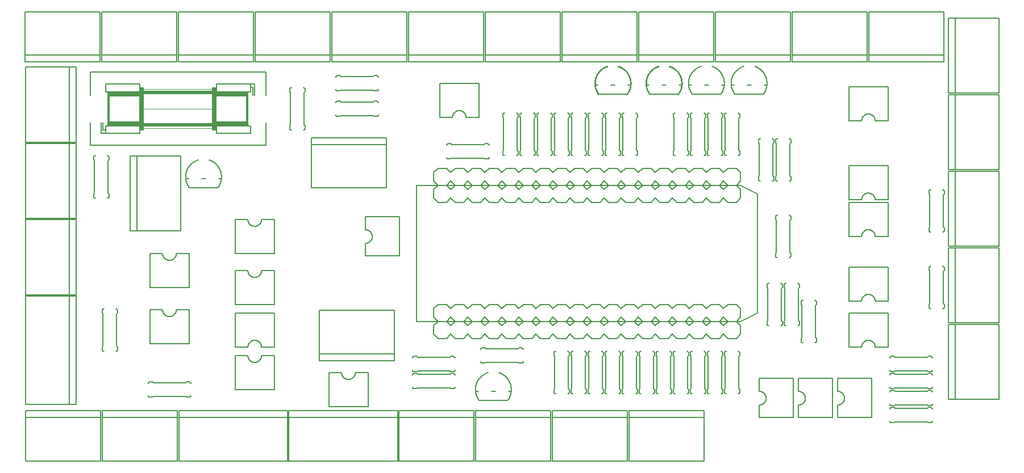
<source format=gto>
G04 EAGLE Gerber RS-274X export*
G75*
%MOMM*%
%FSLAX34Y34*%
%LPD*%
%INTop Silkscreen*%
%IPPOS*%
%AMOC8*
5,1,8,0,0,1.08239X$1,22.5*%
G01*
%ADD10C,0.127000*%
%ADD11C,0.203200*%
%ADD12C,0.152400*%
%ADD13C,0.015238*%
%ADD14C,0.050800*%
%ADD15R,0.381000X4.064000*%
%ADD16R,0.889000X0.127000*%
%ADD17R,0.635000X1.143000*%
%ADD18R,0.635000X4.064000*%
%ADD19R,10.160000X0.508000*%
%ADD20R,3.937000X0.127000*%
%ADD21R,4.826000X0.508000*%


D10*
X265551Y441961D02*
X265619Y441328D01*
X265702Y440698D01*
X265801Y440070D01*
X265914Y439444D01*
X266042Y438822D01*
X266184Y438202D01*
X266342Y437586D01*
X266514Y436974D01*
X266701Y436366D01*
X266902Y435763D01*
X267117Y435165D01*
X267347Y434572D01*
X267590Y433985D01*
X267848Y433404D01*
X268119Y432829D01*
X268404Y432260D01*
X268703Y431699D01*
X269015Y431145D01*
X269340Y430598D01*
X269677Y430060D01*
X270028Y429530D01*
X270391Y429008D01*
X270767Y428495D01*
X271154Y427991D01*
X265551Y441960D02*
X265497Y442609D01*
X265459Y443258D01*
X265437Y443909D01*
X265430Y444560D01*
X265439Y445211D01*
X265465Y445861D01*
X265506Y446511D01*
X265563Y447159D01*
X265636Y447806D01*
X265724Y448451D01*
X265829Y449094D01*
X265949Y449734D01*
X266084Y450370D01*
X266235Y451004D01*
X266402Y451633D01*
X266583Y452258D01*
X266780Y452879D01*
X266992Y453494D01*
X267219Y454104D01*
X267461Y454709D01*
X267718Y455307D01*
X267989Y455899D01*
X268274Y456484D01*
X268574Y457062D01*
X268887Y457632D01*
X269215Y458195D01*
X269556Y458749D01*
X269910Y459295D01*
X270278Y459832D01*
X270659Y460361D01*
X271052Y460879D01*
X271458Y461388D01*
X271876Y461887D01*
X272307Y462375D01*
X272749Y462853D01*
X273203Y463320D01*
X273668Y463775D01*
X274144Y464219D01*
X274630Y464652D01*
X275127Y465072D01*
X275634Y465480D01*
X276151Y465876D01*
X276678Y466259D01*
X277214Y466629D01*
X277758Y466986D01*
X278311Y467329D01*
X278872Y467659D01*
X279442Y467975D01*
X280018Y468277D01*
X280602Y468564D01*
X281193Y468838D01*
X281790Y469097D01*
X282394Y469341D01*
X283003Y469571D01*
X283617Y469785D01*
X284237Y469985D01*
X299963Y469985D02*
X300578Y469786D01*
X301189Y469574D01*
X301794Y469346D01*
X302393Y469104D01*
X302986Y468847D01*
X303573Y468576D01*
X304153Y468291D01*
X304726Y467992D01*
X305292Y467679D01*
X305850Y467352D01*
X306400Y467012D01*
X306941Y466659D01*
X307474Y466293D01*
X307997Y465914D01*
X308512Y465522D01*
X309016Y465119D01*
X309511Y464702D01*
X309996Y464275D01*
X310470Y463835D01*
X310933Y463384D01*
X311385Y462922D01*
X311826Y462449D01*
X312255Y461966D01*
X312672Y461472D01*
X313078Y460969D01*
X313471Y460456D01*
X313851Y459933D01*
X314219Y459401D01*
X314573Y458861D01*
X314915Y458312D01*
X315243Y457755D01*
X315557Y457190D01*
X315858Y456618D01*
X316145Y456039D01*
X316417Y455452D01*
X316676Y454860D01*
X316919Y454261D01*
X317149Y453657D01*
X317363Y453047D01*
X317563Y452432D01*
X317748Y451813D01*
X317918Y451189D01*
X318072Y450561D01*
X318211Y449930D01*
X318335Y449296D01*
X318444Y448658D01*
X318537Y448019D01*
X318614Y447377D01*
X318676Y446734D01*
X318723Y446089D01*
X318753Y445443D01*
X318768Y444797D01*
X318768Y444151D01*
X318751Y443504D01*
X318719Y442859D01*
X318672Y442214D01*
X318609Y441571D01*
X318530Y440929D01*
X318436Y440290D01*
X318326Y439653D01*
X318201Y439018D01*
X318060Y438387D01*
X317904Y437760D01*
X317733Y437137D01*
X317547Y436518D01*
X317346Y435903D01*
X317131Y435294D01*
X316900Y434690D01*
X316655Y434092D01*
X316396Y433500D01*
X316122Y432914D01*
X315834Y432335D01*
X315532Y431764D01*
X315217Y431199D01*
X314888Y430643D01*
X314545Y430095D01*
X314189Y429555D01*
X313821Y429024D01*
X313439Y428502D01*
X313045Y427990D01*
X271155Y427990D01*
X269563Y441960D02*
X265551Y441960D01*
X289237Y441960D02*
X294963Y441960D01*
X314637Y441960D02*
X318649Y441960D01*
X697351Y124461D02*
X697419Y123828D01*
X697502Y123198D01*
X697601Y122570D01*
X697714Y121944D01*
X697842Y121322D01*
X697984Y120702D01*
X698142Y120086D01*
X698314Y119474D01*
X698501Y118866D01*
X698702Y118263D01*
X698917Y117665D01*
X699147Y117072D01*
X699390Y116485D01*
X699648Y115904D01*
X699919Y115329D01*
X700204Y114760D01*
X700503Y114199D01*
X700815Y113645D01*
X701140Y113098D01*
X701477Y112560D01*
X701828Y112030D01*
X702191Y111508D01*
X702567Y110995D01*
X702954Y110491D01*
X697351Y124460D02*
X697297Y125109D01*
X697259Y125758D01*
X697237Y126409D01*
X697230Y127060D01*
X697239Y127711D01*
X697265Y128361D01*
X697306Y129011D01*
X697363Y129659D01*
X697436Y130306D01*
X697524Y130951D01*
X697629Y131594D01*
X697749Y132234D01*
X697884Y132870D01*
X698035Y133504D01*
X698202Y134133D01*
X698383Y134758D01*
X698580Y135379D01*
X698792Y135994D01*
X699019Y136604D01*
X699261Y137209D01*
X699518Y137807D01*
X699789Y138399D01*
X700074Y138984D01*
X700374Y139562D01*
X700687Y140132D01*
X701015Y140695D01*
X701356Y141249D01*
X701710Y141795D01*
X702078Y142332D01*
X702459Y142861D01*
X702852Y143379D01*
X703258Y143888D01*
X703676Y144387D01*
X704107Y144875D01*
X704549Y145353D01*
X705003Y145820D01*
X705468Y146275D01*
X705944Y146719D01*
X706430Y147152D01*
X706927Y147572D01*
X707434Y147980D01*
X707951Y148376D01*
X708478Y148759D01*
X709014Y149129D01*
X709558Y149486D01*
X710111Y149829D01*
X710672Y150159D01*
X711242Y150475D01*
X711818Y150777D01*
X712402Y151064D01*
X712993Y151338D01*
X713590Y151597D01*
X714194Y151841D01*
X714803Y152071D01*
X715417Y152285D01*
X716037Y152485D01*
X731763Y152485D02*
X732378Y152286D01*
X732989Y152074D01*
X733594Y151846D01*
X734193Y151604D01*
X734786Y151347D01*
X735373Y151076D01*
X735953Y150791D01*
X736526Y150492D01*
X737092Y150179D01*
X737650Y149852D01*
X738200Y149512D01*
X738741Y149159D01*
X739274Y148793D01*
X739797Y148414D01*
X740312Y148022D01*
X740816Y147619D01*
X741311Y147202D01*
X741796Y146775D01*
X742270Y146335D01*
X742733Y145884D01*
X743185Y145422D01*
X743626Y144949D01*
X744055Y144466D01*
X744472Y143972D01*
X744878Y143469D01*
X745271Y142956D01*
X745651Y142433D01*
X746019Y141901D01*
X746373Y141361D01*
X746715Y140812D01*
X747043Y140255D01*
X747357Y139690D01*
X747658Y139118D01*
X747945Y138539D01*
X748217Y137952D01*
X748476Y137360D01*
X748719Y136761D01*
X748949Y136157D01*
X749163Y135547D01*
X749363Y134932D01*
X749548Y134313D01*
X749718Y133689D01*
X749872Y133061D01*
X750011Y132430D01*
X750135Y131796D01*
X750244Y131158D01*
X750337Y130519D01*
X750414Y129877D01*
X750476Y129234D01*
X750523Y128589D01*
X750553Y127943D01*
X750568Y127297D01*
X750568Y126651D01*
X750551Y126004D01*
X750519Y125359D01*
X750472Y124714D01*
X750409Y124071D01*
X750330Y123429D01*
X750236Y122790D01*
X750126Y122153D01*
X750001Y121518D01*
X749860Y120887D01*
X749704Y120260D01*
X749533Y119637D01*
X749347Y119018D01*
X749146Y118403D01*
X748931Y117794D01*
X748700Y117190D01*
X748455Y116592D01*
X748196Y116000D01*
X747922Y115414D01*
X747634Y114835D01*
X747332Y114264D01*
X747017Y113699D01*
X746688Y113143D01*
X746345Y112595D01*
X745989Y112055D01*
X745621Y111524D01*
X745239Y111002D01*
X744845Y110490D01*
X702955Y110490D01*
X701363Y124460D02*
X697351Y124460D01*
X721037Y124460D02*
X726763Y124460D01*
X746437Y124460D02*
X750449Y124460D01*
X1020454Y567691D02*
X1020067Y568195D01*
X1019691Y568708D01*
X1019328Y569230D01*
X1018977Y569760D01*
X1018640Y570298D01*
X1018315Y570845D01*
X1018003Y571399D01*
X1017704Y571960D01*
X1017419Y572529D01*
X1017148Y573104D01*
X1016890Y573685D01*
X1016647Y574272D01*
X1016417Y574865D01*
X1016202Y575463D01*
X1016001Y576066D01*
X1015814Y576674D01*
X1015642Y577286D01*
X1015484Y577902D01*
X1015342Y578522D01*
X1015214Y579144D01*
X1015101Y579770D01*
X1015002Y580398D01*
X1014919Y581028D01*
X1014851Y581661D01*
X1014851Y581660D02*
X1014797Y582309D01*
X1014759Y582958D01*
X1014737Y583609D01*
X1014730Y584260D01*
X1014739Y584911D01*
X1014765Y585561D01*
X1014806Y586211D01*
X1014863Y586859D01*
X1014936Y587506D01*
X1015024Y588151D01*
X1015129Y588794D01*
X1015249Y589434D01*
X1015384Y590070D01*
X1015535Y590704D01*
X1015702Y591333D01*
X1015883Y591958D01*
X1016080Y592579D01*
X1016292Y593194D01*
X1016519Y593804D01*
X1016761Y594409D01*
X1017018Y595007D01*
X1017289Y595599D01*
X1017574Y596184D01*
X1017874Y596762D01*
X1018187Y597332D01*
X1018515Y597895D01*
X1018856Y598449D01*
X1019210Y598995D01*
X1019578Y599532D01*
X1019959Y600061D01*
X1020352Y600579D01*
X1020758Y601088D01*
X1021176Y601587D01*
X1021607Y602075D01*
X1022049Y602553D01*
X1022503Y603020D01*
X1022968Y603475D01*
X1023444Y603919D01*
X1023930Y604352D01*
X1024427Y604772D01*
X1024934Y605180D01*
X1025451Y605576D01*
X1025978Y605959D01*
X1026514Y606329D01*
X1027058Y606686D01*
X1027611Y607029D01*
X1028172Y607359D01*
X1028742Y607675D01*
X1029318Y607977D01*
X1029902Y608264D01*
X1030493Y608538D01*
X1031090Y608797D01*
X1031694Y609041D01*
X1032303Y609271D01*
X1032917Y609485D01*
X1033537Y609685D01*
X1049263Y609685D02*
X1049878Y609486D01*
X1050489Y609274D01*
X1051094Y609046D01*
X1051693Y608804D01*
X1052286Y608547D01*
X1052873Y608276D01*
X1053453Y607991D01*
X1054026Y607692D01*
X1054592Y607379D01*
X1055150Y607052D01*
X1055700Y606712D01*
X1056241Y606359D01*
X1056774Y605993D01*
X1057297Y605614D01*
X1057812Y605222D01*
X1058316Y604819D01*
X1058811Y604402D01*
X1059296Y603975D01*
X1059770Y603535D01*
X1060233Y603084D01*
X1060685Y602622D01*
X1061126Y602149D01*
X1061555Y601666D01*
X1061972Y601172D01*
X1062378Y600669D01*
X1062771Y600156D01*
X1063151Y599633D01*
X1063519Y599101D01*
X1063873Y598561D01*
X1064215Y598012D01*
X1064543Y597455D01*
X1064857Y596890D01*
X1065158Y596318D01*
X1065445Y595739D01*
X1065717Y595152D01*
X1065976Y594560D01*
X1066219Y593961D01*
X1066449Y593357D01*
X1066663Y592747D01*
X1066863Y592132D01*
X1067048Y591513D01*
X1067218Y590889D01*
X1067372Y590261D01*
X1067511Y589630D01*
X1067635Y588996D01*
X1067744Y588358D01*
X1067837Y587719D01*
X1067914Y587077D01*
X1067976Y586434D01*
X1068023Y585789D01*
X1068053Y585143D01*
X1068068Y584497D01*
X1068068Y583851D01*
X1068051Y583204D01*
X1068019Y582559D01*
X1067972Y581914D01*
X1067909Y581271D01*
X1067830Y580629D01*
X1067736Y579990D01*
X1067626Y579353D01*
X1067501Y578718D01*
X1067360Y578087D01*
X1067204Y577460D01*
X1067033Y576837D01*
X1066847Y576218D01*
X1066646Y575603D01*
X1066431Y574994D01*
X1066200Y574390D01*
X1065955Y573792D01*
X1065696Y573200D01*
X1065422Y572614D01*
X1065134Y572035D01*
X1064832Y571464D01*
X1064517Y570899D01*
X1064188Y570343D01*
X1063845Y569795D01*
X1063489Y569255D01*
X1063121Y568724D01*
X1062739Y568202D01*
X1062345Y567690D01*
X1020455Y567690D01*
X1018863Y581660D02*
X1014851Y581660D01*
X1038537Y581660D02*
X1044263Y581660D01*
X1063937Y581660D02*
X1067949Y581660D01*
X1078351Y581661D02*
X1078419Y581028D01*
X1078502Y580398D01*
X1078601Y579770D01*
X1078714Y579144D01*
X1078842Y578522D01*
X1078984Y577902D01*
X1079142Y577286D01*
X1079314Y576674D01*
X1079501Y576066D01*
X1079702Y575463D01*
X1079917Y574865D01*
X1080147Y574272D01*
X1080390Y573685D01*
X1080648Y573104D01*
X1080919Y572529D01*
X1081204Y571960D01*
X1081503Y571399D01*
X1081815Y570845D01*
X1082140Y570298D01*
X1082477Y569760D01*
X1082828Y569230D01*
X1083191Y568708D01*
X1083567Y568195D01*
X1083954Y567691D01*
X1078351Y581660D02*
X1078297Y582309D01*
X1078259Y582958D01*
X1078237Y583609D01*
X1078230Y584260D01*
X1078239Y584911D01*
X1078265Y585561D01*
X1078306Y586211D01*
X1078363Y586859D01*
X1078436Y587506D01*
X1078524Y588151D01*
X1078629Y588794D01*
X1078749Y589434D01*
X1078884Y590070D01*
X1079035Y590704D01*
X1079202Y591333D01*
X1079383Y591958D01*
X1079580Y592579D01*
X1079792Y593194D01*
X1080019Y593804D01*
X1080261Y594409D01*
X1080518Y595007D01*
X1080789Y595599D01*
X1081074Y596184D01*
X1081374Y596762D01*
X1081687Y597332D01*
X1082015Y597895D01*
X1082356Y598449D01*
X1082710Y598995D01*
X1083078Y599532D01*
X1083459Y600061D01*
X1083852Y600579D01*
X1084258Y601088D01*
X1084676Y601587D01*
X1085107Y602075D01*
X1085549Y602553D01*
X1086003Y603020D01*
X1086468Y603475D01*
X1086944Y603919D01*
X1087430Y604352D01*
X1087927Y604772D01*
X1088434Y605180D01*
X1088951Y605576D01*
X1089478Y605959D01*
X1090014Y606329D01*
X1090558Y606686D01*
X1091111Y607029D01*
X1091672Y607359D01*
X1092242Y607675D01*
X1092818Y607977D01*
X1093402Y608264D01*
X1093993Y608538D01*
X1094590Y608797D01*
X1095194Y609041D01*
X1095803Y609271D01*
X1096417Y609485D01*
X1097037Y609685D01*
X1112763Y609685D02*
X1113378Y609486D01*
X1113989Y609274D01*
X1114594Y609046D01*
X1115193Y608804D01*
X1115786Y608547D01*
X1116373Y608276D01*
X1116953Y607991D01*
X1117526Y607692D01*
X1118092Y607379D01*
X1118650Y607052D01*
X1119200Y606712D01*
X1119741Y606359D01*
X1120274Y605993D01*
X1120797Y605614D01*
X1121312Y605222D01*
X1121816Y604819D01*
X1122311Y604402D01*
X1122796Y603975D01*
X1123270Y603535D01*
X1123733Y603084D01*
X1124185Y602622D01*
X1124626Y602149D01*
X1125055Y601666D01*
X1125472Y601172D01*
X1125878Y600669D01*
X1126271Y600156D01*
X1126651Y599633D01*
X1127019Y599101D01*
X1127373Y598561D01*
X1127715Y598012D01*
X1128043Y597455D01*
X1128357Y596890D01*
X1128658Y596318D01*
X1128945Y595739D01*
X1129217Y595152D01*
X1129476Y594560D01*
X1129719Y593961D01*
X1129949Y593357D01*
X1130163Y592747D01*
X1130363Y592132D01*
X1130548Y591513D01*
X1130718Y590889D01*
X1130872Y590261D01*
X1131011Y589630D01*
X1131135Y588996D01*
X1131244Y588358D01*
X1131337Y587719D01*
X1131414Y587077D01*
X1131476Y586434D01*
X1131523Y585789D01*
X1131553Y585143D01*
X1131568Y584497D01*
X1131568Y583851D01*
X1131551Y583204D01*
X1131519Y582559D01*
X1131472Y581914D01*
X1131409Y581271D01*
X1131330Y580629D01*
X1131236Y579990D01*
X1131126Y579353D01*
X1131001Y578718D01*
X1130860Y578087D01*
X1130704Y577460D01*
X1130533Y576837D01*
X1130347Y576218D01*
X1130146Y575603D01*
X1129931Y574994D01*
X1129700Y574390D01*
X1129455Y573792D01*
X1129196Y573200D01*
X1128922Y572614D01*
X1128634Y572035D01*
X1128332Y571464D01*
X1128017Y570899D01*
X1127688Y570343D01*
X1127345Y569795D01*
X1126989Y569255D01*
X1126621Y568724D01*
X1126239Y568202D01*
X1125845Y567690D01*
X1083955Y567690D01*
X1082363Y581660D02*
X1078351Y581660D01*
X1102037Y581660D02*
X1107763Y581660D01*
X1127437Y581660D02*
X1131449Y581660D01*
D11*
X806450Y228600D02*
X812800Y222250D01*
X812800Y209550D02*
X806450Y203200D01*
X768350Y228600D02*
X762000Y222250D01*
X781050Y228600D02*
X787400Y222250D01*
X787400Y209550D02*
X781050Y203200D01*
X768350Y203200D01*
X762000Y209550D01*
X787400Y222250D02*
X793750Y228600D01*
X787400Y209550D02*
X793750Y203200D01*
X806450Y203200D01*
X736600Y222250D02*
X730250Y228600D01*
X736600Y209550D02*
X730250Y203200D01*
X736600Y222250D02*
X742950Y228600D01*
X755650Y228600D02*
X762000Y222250D01*
X762000Y209550D02*
X755650Y203200D01*
X742950Y203200D01*
X736600Y209550D01*
X692150Y228600D02*
X685800Y222250D01*
X704850Y228600D02*
X711200Y222250D01*
X711200Y209550D02*
X704850Y203200D01*
X692150Y203200D01*
X685800Y209550D01*
X711200Y222250D02*
X717550Y228600D01*
X711200Y209550D02*
X717550Y203200D01*
X730250Y203200D01*
X660400Y222250D02*
X654050Y228600D01*
X660400Y209550D02*
X654050Y203200D01*
X660400Y222250D02*
X666750Y228600D01*
X679450Y228600D02*
X685800Y222250D01*
X685800Y209550D02*
X679450Y203200D01*
X666750Y203200D01*
X660400Y209550D01*
X635000Y209550D02*
X635000Y222250D01*
X641350Y228600D01*
X635000Y209550D02*
X641350Y203200D01*
X654050Y203200D01*
X831850Y228600D02*
X838200Y222250D01*
X838200Y209550D02*
X831850Y203200D01*
X812800Y222250D02*
X819150Y228600D01*
X812800Y209550D02*
X819150Y203200D01*
X831850Y203200D01*
X857250Y228600D02*
X863600Y222250D01*
X863600Y209550D02*
X857250Y203200D01*
X838200Y222250D02*
X844550Y228600D01*
X838200Y209550D02*
X844550Y203200D01*
X857250Y203200D01*
X882650Y228600D02*
X889000Y222250D01*
X889000Y209550D02*
X882650Y203200D01*
X863600Y222250D02*
X869950Y228600D01*
X863600Y209550D02*
X869950Y203200D01*
X882650Y203200D01*
X908050Y228600D02*
X914400Y222250D01*
X914400Y209550D02*
X908050Y203200D01*
X889000Y222250D02*
X895350Y228600D01*
X889000Y209550D02*
X895350Y203200D01*
X908050Y203200D01*
X933450Y228600D02*
X939800Y222250D01*
X939800Y209550D02*
X933450Y203200D01*
X914400Y222250D02*
X920750Y228600D01*
X914400Y209550D02*
X920750Y203200D01*
X933450Y203200D01*
X958850Y228600D02*
X965200Y222250D01*
X965200Y209550D02*
X958850Y203200D01*
X939800Y222250D02*
X946150Y228600D01*
X939800Y209550D02*
X946150Y203200D01*
X958850Y203200D01*
X984250Y228600D02*
X990600Y222250D01*
X990600Y209550D02*
X984250Y203200D01*
X965200Y222250D02*
X971550Y228600D01*
X965200Y209550D02*
X971550Y203200D01*
X984250Y203200D01*
X1009650Y228600D02*
X1016000Y222250D01*
X1016000Y209550D02*
X1009650Y203200D01*
X990600Y222250D02*
X996950Y228600D01*
X990600Y209550D02*
X996950Y203200D01*
X1009650Y203200D01*
X1035050Y228600D02*
X1041400Y222250D01*
X1041400Y209550D02*
X1035050Y203200D01*
X1016000Y222250D02*
X1022350Y228600D01*
X1016000Y209550D02*
X1022350Y203200D01*
X1035050Y203200D01*
X1060450Y228600D02*
X1066800Y222250D01*
X1066800Y209550D02*
X1060450Y203200D01*
X1041400Y222250D02*
X1047750Y228600D01*
X1041400Y209550D02*
X1047750Y203200D01*
X1060450Y203200D01*
X1085850Y228600D02*
X1092200Y222250D01*
X1092200Y209550D01*
X1085850Y203200D01*
X1066800Y222250D02*
X1073150Y228600D01*
X1066800Y209550D02*
X1073150Y203200D01*
X1085850Y203200D01*
X812800Y247650D02*
X806450Y254000D01*
X812800Y234950D02*
X806450Y228600D01*
X768350Y254000D02*
X762000Y247650D01*
X781050Y254000D02*
X787400Y247650D01*
X787400Y234950D02*
X781050Y228600D01*
X768350Y228600D01*
X762000Y234950D01*
X787400Y247650D02*
X793750Y254000D01*
X787400Y234950D02*
X793750Y228600D01*
X806450Y228600D01*
X736600Y247650D02*
X730250Y254000D01*
X736600Y234950D02*
X730250Y228600D01*
X736600Y247650D02*
X742950Y254000D01*
X755650Y254000D02*
X762000Y247650D01*
X762000Y234950D02*
X755650Y228600D01*
X742950Y228600D01*
X736600Y234950D01*
X692150Y254000D02*
X685800Y247650D01*
X704850Y254000D02*
X711200Y247650D01*
X711200Y234950D02*
X704850Y228600D01*
X692150Y228600D01*
X685800Y234950D01*
X711200Y247650D02*
X717550Y254000D01*
X711200Y234950D02*
X717550Y228600D01*
X730250Y228600D01*
X660400Y247650D02*
X654050Y254000D01*
X660400Y234950D02*
X654050Y228600D01*
X660400Y247650D02*
X666750Y254000D01*
X679450Y254000D02*
X685800Y247650D01*
X685800Y234950D02*
X679450Y228600D01*
X666750Y228600D01*
X660400Y234950D01*
X635000Y234950D02*
X635000Y247650D01*
X641350Y254000D01*
X635000Y234950D02*
X641350Y228600D01*
X654050Y228600D01*
X831850Y254000D02*
X838200Y247650D01*
X838200Y234950D02*
X831850Y228600D01*
X812800Y247650D02*
X819150Y254000D01*
X812800Y234950D02*
X819150Y228600D01*
X831850Y228600D01*
X857250Y254000D02*
X863600Y247650D01*
X863600Y234950D02*
X857250Y228600D01*
X838200Y247650D02*
X844550Y254000D01*
X838200Y234950D02*
X844550Y228600D01*
X857250Y228600D01*
X882650Y254000D02*
X889000Y247650D01*
X889000Y234950D02*
X882650Y228600D01*
X863600Y247650D02*
X869950Y254000D01*
X863600Y234950D02*
X869950Y228600D01*
X882650Y228600D01*
X908050Y254000D02*
X914400Y247650D01*
X914400Y234950D02*
X908050Y228600D01*
X889000Y247650D02*
X895350Y254000D01*
X889000Y234950D02*
X895350Y228600D01*
X908050Y228600D01*
X933450Y254000D02*
X939800Y247650D01*
X939800Y234950D02*
X933450Y228600D01*
X914400Y247650D02*
X920750Y254000D01*
X914400Y234950D02*
X920750Y228600D01*
X933450Y228600D01*
X958850Y254000D02*
X965200Y247650D01*
X965200Y234950D02*
X958850Y228600D01*
X939800Y247650D02*
X946150Y254000D01*
X939800Y234950D02*
X946150Y228600D01*
X958850Y228600D01*
X984250Y254000D02*
X990600Y247650D01*
X990600Y234950D02*
X984250Y228600D01*
X965200Y247650D02*
X971550Y254000D01*
X965200Y234950D02*
X971550Y228600D01*
X984250Y228600D01*
X1009650Y254000D02*
X1016000Y247650D01*
X1016000Y234950D02*
X1009650Y228600D01*
X990600Y247650D02*
X996950Y254000D01*
X990600Y234950D02*
X996950Y228600D01*
X1009650Y228600D01*
X1035050Y254000D02*
X1041400Y247650D01*
X1041400Y234950D02*
X1035050Y228600D01*
X1016000Y247650D02*
X1022350Y254000D01*
X1016000Y234950D02*
X1022350Y228600D01*
X1035050Y228600D01*
X1060450Y254000D02*
X1066800Y247650D01*
X1066800Y234950D02*
X1060450Y228600D01*
X1041400Y247650D02*
X1047750Y254000D01*
X1041400Y234950D02*
X1047750Y228600D01*
X1060450Y228600D01*
X1085850Y254000D02*
X1092200Y247650D01*
X1092200Y234950D01*
X1085850Y228600D01*
X1066800Y247650D02*
X1073150Y254000D01*
X1066800Y234950D02*
X1073150Y228600D01*
X1085850Y228600D01*
X781050Y254000D02*
X768350Y254000D01*
X793750Y254000D02*
X806450Y254000D01*
X755650Y254000D02*
X742950Y254000D01*
X704850Y254000D02*
X692150Y254000D01*
X717550Y254000D02*
X730250Y254000D01*
X679450Y254000D02*
X666750Y254000D01*
X654050Y254000D02*
X641350Y254000D01*
X819150Y254000D02*
X831850Y254000D01*
X844550Y254000D02*
X857250Y254000D01*
X869950Y254000D02*
X882650Y254000D01*
X895350Y254000D02*
X908050Y254000D01*
X920750Y254000D02*
X933450Y254000D01*
X946150Y254000D02*
X958850Y254000D01*
X971550Y254000D02*
X984250Y254000D01*
X996950Y254000D02*
X1009650Y254000D01*
X1022350Y254000D02*
X1035050Y254000D01*
X1047750Y254000D02*
X1060450Y254000D01*
X1073150Y254000D02*
X1085850Y254000D01*
X812800Y425450D02*
X806450Y431800D01*
X812800Y412750D02*
X806450Y406400D01*
X768350Y431800D02*
X762000Y425450D01*
X781050Y431800D02*
X787400Y425450D01*
X787400Y412750D02*
X781050Y406400D01*
X768350Y406400D01*
X762000Y412750D01*
X787400Y425450D02*
X793750Y431800D01*
X787400Y412750D02*
X793750Y406400D01*
X806450Y406400D01*
X736600Y425450D02*
X730250Y431800D01*
X736600Y412750D02*
X730250Y406400D01*
X736600Y425450D02*
X742950Y431800D01*
X755650Y431800D02*
X762000Y425450D01*
X762000Y412750D02*
X755650Y406400D01*
X742950Y406400D01*
X736600Y412750D01*
X692150Y431800D02*
X685800Y425450D01*
X704850Y431800D02*
X711200Y425450D01*
X711200Y412750D02*
X704850Y406400D01*
X692150Y406400D01*
X685800Y412750D01*
X711200Y425450D02*
X717550Y431800D01*
X711200Y412750D02*
X717550Y406400D01*
X730250Y406400D01*
X660400Y425450D02*
X654050Y431800D01*
X660400Y412750D02*
X654050Y406400D01*
X660400Y425450D02*
X666750Y431800D01*
X679450Y431800D02*
X685800Y425450D01*
X685800Y412750D02*
X679450Y406400D01*
X666750Y406400D01*
X660400Y412750D01*
X635000Y412750D02*
X635000Y425450D01*
X641350Y431800D01*
X635000Y412750D02*
X641350Y406400D01*
X654050Y406400D01*
X831850Y431800D02*
X838200Y425450D01*
X838200Y412750D02*
X831850Y406400D01*
X812800Y425450D02*
X819150Y431800D01*
X812800Y412750D02*
X819150Y406400D01*
X831850Y406400D01*
X857250Y431800D02*
X863600Y425450D01*
X863600Y412750D02*
X857250Y406400D01*
X838200Y425450D02*
X844550Y431800D01*
X838200Y412750D02*
X844550Y406400D01*
X857250Y406400D01*
X882650Y431800D02*
X889000Y425450D01*
X889000Y412750D02*
X882650Y406400D01*
X863600Y425450D02*
X869950Y431800D01*
X863600Y412750D02*
X869950Y406400D01*
X882650Y406400D01*
X908050Y431800D02*
X914400Y425450D01*
X914400Y412750D02*
X908050Y406400D01*
X889000Y425450D02*
X895350Y431800D01*
X889000Y412750D02*
X895350Y406400D01*
X908050Y406400D01*
X933450Y431800D02*
X939800Y425450D01*
X939800Y412750D02*
X933450Y406400D01*
X914400Y425450D02*
X920750Y431800D01*
X914400Y412750D02*
X920750Y406400D01*
X933450Y406400D01*
X958850Y431800D02*
X965200Y425450D01*
X965200Y412750D02*
X958850Y406400D01*
X939800Y425450D02*
X946150Y431800D01*
X939800Y412750D02*
X946150Y406400D01*
X958850Y406400D01*
X984250Y431800D02*
X990600Y425450D01*
X990600Y412750D02*
X984250Y406400D01*
X965200Y425450D02*
X971550Y431800D01*
X965200Y412750D02*
X971550Y406400D01*
X984250Y406400D01*
X1009650Y431800D02*
X1016000Y425450D01*
X1016000Y412750D02*
X1009650Y406400D01*
X990600Y425450D02*
X996950Y431800D01*
X990600Y412750D02*
X996950Y406400D01*
X1009650Y406400D01*
X1035050Y431800D02*
X1041400Y425450D01*
X1041400Y412750D02*
X1035050Y406400D01*
X1016000Y425450D02*
X1022350Y431800D01*
X1016000Y412750D02*
X1022350Y406400D01*
X1035050Y406400D01*
X1060450Y431800D02*
X1066800Y425450D01*
X1066800Y412750D02*
X1060450Y406400D01*
X1041400Y425450D02*
X1047750Y431800D01*
X1041400Y412750D02*
X1047750Y406400D01*
X1060450Y406400D01*
X1085850Y431800D02*
X1092200Y425450D01*
X1092200Y412750D01*
X1085850Y406400D01*
X1066800Y425450D02*
X1073150Y431800D01*
X1066800Y412750D02*
X1073150Y406400D01*
X1085850Y406400D01*
X806450Y457200D02*
X793750Y457200D01*
X806450Y457200D02*
X812800Y450850D01*
X812800Y438150D02*
X806450Y431800D01*
X768350Y457200D02*
X762000Y450850D01*
X768350Y457200D02*
X781050Y457200D01*
X787400Y450850D01*
X787400Y438150D02*
X781050Y431800D01*
X768350Y431800D01*
X762000Y438150D01*
X787400Y450850D02*
X793750Y457200D01*
X787400Y438150D02*
X793750Y431800D01*
X806450Y431800D01*
X730250Y457200D02*
X717550Y457200D01*
X730250Y457200D02*
X736600Y450850D01*
X736600Y438150D02*
X730250Y431800D01*
X736600Y450850D02*
X742950Y457200D01*
X755650Y457200D01*
X762000Y450850D01*
X762000Y438150D02*
X755650Y431800D01*
X742950Y431800D01*
X736600Y438150D01*
X692150Y457200D02*
X685800Y450850D01*
X692150Y457200D02*
X704850Y457200D01*
X711200Y450850D01*
X711200Y438150D02*
X704850Y431800D01*
X692150Y431800D01*
X685800Y438150D01*
X711200Y450850D02*
X717550Y457200D01*
X711200Y438150D02*
X717550Y431800D01*
X730250Y431800D01*
X654050Y457200D02*
X641350Y457200D01*
X654050Y457200D02*
X660400Y450850D01*
X660400Y438150D02*
X654050Y431800D01*
X660400Y450850D02*
X666750Y457200D01*
X679450Y457200D01*
X685800Y450850D01*
X685800Y438150D02*
X679450Y431800D01*
X666750Y431800D01*
X660400Y438150D01*
X635000Y438150D02*
X635000Y450850D01*
X641350Y457200D01*
X635000Y438150D02*
X641350Y431800D01*
X654050Y431800D01*
X819150Y457200D02*
X831850Y457200D01*
X838200Y450850D01*
X838200Y438150D02*
X831850Y431800D01*
X812800Y450850D02*
X819150Y457200D01*
X812800Y438150D02*
X819150Y431800D01*
X831850Y431800D01*
X844550Y457200D02*
X857250Y457200D01*
X863600Y450850D01*
X863600Y438150D02*
X857250Y431800D01*
X838200Y450850D02*
X844550Y457200D01*
X838200Y438150D02*
X844550Y431800D01*
X857250Y431800D01*
X869950Y457200D02*
X882650Y457200D01*
X889000Y450850D01*
X889000Y438150D02*
X882650Y431800D01*
X863600Y450850D02*
X869950Y457200D01*
X863600Y438150D02*
X869950Y431800D01*
X882650Y431800D01*
X895350Y457200D02*
X908050Y457200D01*
X914400Y450850D01*
X914400Y438150D02*
X908050Y431800D01*
X889000Y450850D02*
X895350Y457200D01*
X889000Y438150D02*
X895350Y431800D01*
X908050Y431800D01*
X920750Y457200D02*
X933450Y457200D01*
X939800Y450850D01*
X939800Y438150D02*
X933450Y431800D01*
X914400Y450850D02*
X920750Y457200D01*
X914400Y438150D02*
X920750Y431800D01*
X933450Y431800D01*
X946150Y457200D02*
X958850Y457200D01*
X965200Y450850D01*
X965200Y438150D02*
X958850Y431800D01*
X939800Y450850D02*
X946150Y457200D01*
X939800Y438150D02*
X946150Y431800D01*
X958850Y431800D01*
X971550Y457200D02*
X984250Y457200D01*
X990600Y450850D01*
X990600Y438150D02*
X984250Y431800D01*
X965200Y450850D02*
X971550Y457200D01*
X965200Y438150D02*
X971550Y431800D01*
X984250Y431800D01*
X996950Y457200D02*
X1009650Y457200D01*
X1016000Y450850D01*
X1016000Y438150D02*
X1009650Y431800D01*
X990600Y450850D02*
X996950Y457200D01*
X990600Y438150D02*
X996950Y431800D01*
X1009650Y431800D01*
X1022350Y457200D02*
X1035050Y457200D01*
X1041400Y450850D01*
X1041400Y438150D02*
X1035050Y431800D01*
X1016000Y450850D02*
X1022350Y457200D01*
X1016000Y438150D02*
X1022350Y431800D01*
X1035050Y431800D01*
X1047750Y457200D02*
X1060450Y457200D01*
X1066800Y450850D01*
X1066800Y438150D02*
X1060450Y431800D01*
X1041400Y450850D02*
X1047750Y457200D01*
X1041400Y438150D02*
X1047750Y431800D01*
X1060450Y431800D01*
X1073150Y457200D02*
X1085850Y457200D01*
X1092200Y450850D01*
X1092200Y438150D01*
X1085850Y431800D01*
X1066800Y450850D02*
X1073150Y457200D01*
X1066800Y438150D02*
X1073150Y431800D01*
X1085850Y431800D01*
X1092200Y431800D02*
X609600Y431800D01*
X1092200Y431800D02*
X1117600Y419100D01*
X1117600Y241300D01*
X1092200Y228600D01*
X609600Y228600D01*
X609600Y431800D01*
D12*
X270510Y330200D02*
X270510Y279400D01*
X212090Y279400D02*
X212090Y330200D01*
X212090Y279400D02*
X270510Y279400D01*
X270510Y330200D02*
X251460Y330200D01*
X231140Y330200D02*
X212090Y330200D01*
X231140Y330200D02*
X231143Y329953D01*
X231152Y329705D01*
X231167Y329458D01*
X231188Y329212D01*
X231215Y328966D01*
X231248Y328721D01*
X231287Y328476D01*
X231332Y328233D01*
X231383Y327991D01*
X231440Y327750D01*
X231502Y327511D01*
X231571Y327273D01*
X231645Y327037D01*
X231725Y326803D01*
X231810Y326571D01*
X231902Y326341D01*
X231998Y326113D01*
X232101Y325888D01*
X232208Y325665D01*
X232322Y325445D01*
X232440Y325228D01*
X232564Y325013D01*
X232693Y324802D01*
X232827Y324594D01*
X232966Y324389D01*
X233110Y324188D01*
X233258Y323990D01*
X233412Y323796D01*
X233570Y323606D01*
X233733Y323420D01*
X233900Y323238D01*
X234072Y323060D01*
X234248Y322886D01*
X234428Y322716D01*
X234613Y322551D01*
X234801Y322391D01*
X234993Y322235D01*
X235189Y322083D01*
X235388Y321937D01*
X235591Y321795D01*
X235798Y321659D01*
X236007Y321527D01*
X236220Y321401D01*
X236436Y321280D01*
X236654Y321164D01*
X236876Y321054D01*
X237100Y320949D01*
X237326Y320849D01*
X237555Y320755D01*
X237786Y320667D01*
X238020Y320584D01*
X238255Y320507D01*
X238492Y320436D01*
X238730Y320370D01*
X238970Y320311D01*
X239212Y320257D01*
X239455Y320209D01*
X239698Y320167D01*
X239943Y320131D01*
X240189Y320101D01*
X240435Y320077D01*
X240682Y320059D01*
X240929Y320047D01*
X241176Y320041D01*
X241424Y320041D01*
X241671Y320047D01*
X241918Y320059D01*
X242165Y320077D01*
X242411Y320101D01*
X242657Y320131D01*
X242902Y320167D01*
X243145Y320209D01*
X243388Y320257D01*
X243630Y320311D01*
X243870Y320370D01*
X244108Y320436D01*
X244345Y320507D01*
X244580Y320584D01*
X244814Y320667D01*
X245045Y320755D01*
X245274Y320849D01*
X245500Y320949D01*
X245724Y321054D01*
X245946Y321164D01*
X246164Y321280D01*
X246380Y321401D01*
X246593Y321527D01*
X246802Y321659D01*
X247009Y321795D01*
X247212Y321937D01*
X247411Y322083D01*
X247607Y322235D01*
X247799Y322391D01*
X247987Y322551D01*
X248172Y322716D01*
X248352Y322886D01*
X248528Y323060D01*
X248700Y323238D01*
X248867Y323420D01*
X249030Y323606D01*
X249188Y323796D01*
X249342Y323990D01*
X249490Y324188D01*
X249634Y324389D01*
X249773Y324594D01*
X249907Y324802D01*
X250036Y325013D01*
X250160Y325228D01*
X250278Y325445D01*
X250392Y325665D01*
X250499Y325888D01*
X250602Y326113D01*
X250698Y326341D01*
X250790Y326571D01*
X250875Y326803D01*
X250955Y327037D01*
X251029Y327273D01*
X251098Y327511D01*
X251160Y327750D01*
X251217Y327991D01*
X251268Y328233D01*
X251313Y328476D01*
X251352Y328721D01*
X251385Y328966D01*
X251412Y329212D01*
X251433Y329458D01*
X251448Y329705D01*
X251457Y329953D01*
X251460Y330200D01*
X339090Y241300D02*
X339090Y190500D01*
X397510Y190500D02*
X397510Y241300D01*
X339090Y241300D01*
X339090Y190500D02*
X358140Y190500D01*
X378460Y190500D02*
X397510Y190500D01*
X378460Y190500D02*
X378457Y190747D01*
X378448Y190995D01*
X378433Y191242D01*
X378412Y191488D01*
X378385Y191734D01*
X378352Y191979D01*
X378313Y192224D01*
X378268Y192467D01*
X378217Y192709D01*
X378160Y192950D01*
X378098Y193189D01*
X378029Y193427D01*
X377955Y193663D01*
X377875Y193897D01*
X377790Y194129D01*
X377698Y194359D01*
X377602Y194587D01*
X377499Y194812D01*
X377392Y195035D01*
X377278Y195255D01*
X377160Y195472D01*
X377036Y195687D01*
X376907Y195898D01*
X376773Y196106D01*
X376634Y196311D01*
X376490Y196512D01*
X376342Y196710D01*
X376188Y196904D01*
X376030Y197094D01*
X375867Y197280D01*
X375700Y197462D01*
X375528Y197640D01*
X375352Y197814D01*
X375172Y197984D01*
X374987Y198149D01*
X374799Y198309D01*
X374607Y198465D01*
X374411Y198617D01*
X374212Y198763D01*
X374009Y198905D01*
X373802Y199041D01*
X373593Y199173D01*
X373380Y199299D01*
X373164Y199420D01*
X372946Y199536D01*
X372724Y199646D01*
X372500Y199751D01*
X372274Y199851D01*
X372045Y199945D01*
X371814Y200033D01*
X371580Y200116D01*
X371345Y200193D01*
X371108Y200264D01*
X370870Y200330D01*
X370630Y200389D01*
X370388Y200443D01*
X370145Y200491D01*
X369902Y200533D01*
X369657Y200569D01*
X369411Y200599D01*
X369165Y200623D01*
X368918Y200641D01*
X368671Y200653D01*
X368424Y200659D01*
X368176Y200659D01*
X367929Y200653D01*
X367682Y200641D01*
X367435Y200623D01*
X367189Y200599D01*
X366943Y200569D01*
X366698Y200533D01*
X366455Y200491D01*
X366212Y200443D01*
X365970Y200389D01*
X365730Y200330D01*
X365492Y200264D01*
X365255Y200193D01*
X365020Y200116D01*
X364786Y200033D01*
X364555Y199945D01*
X364326Y199851D01*
X364100Y199751D01*
X363876Y199646D01*
X363654Y199536D01*
X363436Y199420D01*
X363220Y199299D01*
X363007Y199173D01*
X362798Y199041D01*
X362591Y198905D01*
X362388Y198763D01*
X362189Y198617D01*
X361993Y198465D01*
X361801Y198309D01*
X361613Y198149D01*
X361428Y197984D01*
X361248Y197814D01*
X361072Y197640D01*
X360900Y197462D01*
X360733Y197280D01*
X360570Y197094D01*
X360412Y196904D01*
X360258Y196710D01*
X360110Y196512D01*
X359966Y196311D01*
X359827Y196106D01*
X359693Y195898D01*
X359564Y195687D01*
X359440Y195472D01*
X359322Y195255D01*
X359208Y195035D01*
X359101Y194812D01*
X358998Y194587D01*
X358902Y194359D01*
X358810Y194129D01*
X358725Y193897D01*
X358645Y193663D01*
X358571Y193427D01*
X358502Y193189D01*
X358440Y192950D01*
X358383Y192709D01*
X358332Y192467D01*
X358287Y192224D01*
X358248Y191979D01*
X358215Y191734D01*
X358188Y191488D01*
X358167Y191242D01*
X358152Y190995D01*
X358143Y190747D01*
X358140Y190500D01*
X1253490Y259080D02*
X1253490Y309880D01*
X1311910Y309880D02*
X1311910Y259080D01*
X1311910Y309880D02*
X1253490Y309880D01*
X1253490Y259080D02*
X1272540Y259080D01*
X1292860Y259080D02*
X1311910Y259080D01*
X1292860Y259080D02*
X1292857Y259327D01*
X1292848Y259575D01*
X1292833Y259822D01*
X1292812Y260068D01*
X1292785Y260314D01*
X1292752Y260559D01*
X1292713Y260804D01*
X1292668Y261047D01*
X1292617Y261289D01*
X1292560Y261530D01*
X1292498Y261769D01*
X1292429Y262007D01*
X1292355Y262243D01*
X1292275Y262477D01*
X1292190Y262709D01*
X1292098Y262939D01*
X1292002Y263167D01*
X1291899Y263392D01*
X1291792Y263615D01*
X1291678Y263835D01*
X1291560Y264052D01*
X1291436Y264267D01*
X1291307Y264478D01*
X1291173Y264686D01*
X1291034Y264891D01*
X1290890Y265092D01*
X1290742Y265290D01*
X1290588Y265484D01*
X1290430Y265674D01*
X1290267Y265860D01*
X1290100Y266042D01*
X1289928Y266220D01*
X1289752Y266394D01*
X1289572Y266564D01*
X1289387Y266729D01*
X1289199Y266889D01*
X1289007Y267045D01*
X1288811Y267197D01*
X1288612Y267343D01*
X1288409Y267485D01*
X1288202Y267621D01*
X1287993Y267753D01*
X1287780Y267879D01*
X1287564Y268000D01*
X1287346Y268116D01*
X1287124Y268226D01*
X1286900Y268331D01*
X1286674Y268431D01*
X1286445Y268525D01*
X1286214Y268613D01*
X1285980Y268696D01*
X1285745Y268773D01*
X1285508Y268844D01*
X1285270Y268910D01*
X1285030Y268969D01*
X1284788Y269023D01*
X1284545Y269071D01*
X1284302Y269113D01*
X1284057Y269149D01*
X1283811Y269179D01*
X1283565Y269203D01*
X1283318Y269221D01*
X1283071Y269233D01*
X1282824Y269239D01*
X1282576Y269239D01*
X1282329Y269233D01*
X1282082Y269221D01*
X1281835Y269203D01*
X1281589Y269179D01*
X1281343Y269149D01*
X1281098Y269113D01*
X1280855Y269071D01*
X1280612Y269023D01*
X1280370Y268969D01*
X1280130Y268910D01*
X1279892Y268844D01*
X1279655Y268773D01*
X1279420Y268696D01*
X1279186Y268613D01*
X1278955Y268525D01*
X1278726Y268431D01*
X1278500Y268331D01*
X1278276Y268226D01*
X1278054Y268116D01*
X1277836Y268000D01*
X1277620Y267879D01*
X1277407Y267753D01*
X1277198Y267621D01*
X1276991Y267485D01*
X1276788Y267343D01*
X1276589Y267197D01*
X1276393Y267045D01*
X1276201Y266889D01*
X1276013Y266729D01*
X1275828Y266564D01*
X1275648Y266394D01*
X1275472Y266220D01*
X1275300Y266042D01*
X1275133Y265860D01*
X1274970Y265674D01*
X1274812Y265484D01*
X1274658Y265290D01*
X1274510Y265092D01*
X1274366Y264891D01*
X1274227Y264686D01*
X1274093Y264478D01*
X1273964Y264267D01*
X1273840Y264052D01*
X1273722Y263835D01*
X1273608Y263615D01*
X1273501Y263392D01*
X1273398Y263167D01*
X1273302Y262939D01*
X1273210Y262709D01*
X1273125Y262477D01*
X1273045Y262243D01*
X1272971Y262007D01*
X1272902Y261769D01*
X1272840Y261530D01*
X1272783Y261289D01*
X1272732Y261047D01*
X1272687Y260804D01*
X1272648Y260559D01*
X1272615Y260314D01*
X1272588Y260068D01*
X1272567Y259822D01*
X1272552Y259575D01*
X1272543Y259327D01*
X1272540Y259080D01*
X397510Y177800D02*
X397510Y127000D01*
X339090Y127000D02*
X339090Y177800D01*
X339090Y127000D02*
X397510Y127000D01*
X397510Y177800D02*
X378460Y177800D01*
X358140Y177800D02*
X339090Y177800D01*
X358140Y177800D02*
X358143Y177553D01*
X358152Y177305D01*
X358167Y177058D01*
X358188Y176812D01*
X358215Y176566D01*
X358248Y176321D01*
X358287Y176076D01*
X358332Y175833D01*
X358383Y175591D01*
X358440Y175350D01*
X358502Y175111D01*
X358571Y174873D01*
X358645Y174637D01*
X358725Y174403D01*
X358810Y174171D01*
X358902Y173941D01*
X358998Y173713D01*
X359101Y173488D01*
X359208Y173265D01*
X359322Y173045D01*
X359440Y172828D01*
X359564Y172613D01*
X359693Y172402D01*
X359827Y172194D01*
X359966Y171989D01*
X360110Y171788D01*
X360258Y171590D01*
X360412Y171396D01*
X360570Y171206D01*
X360733Y171020D01*
X360900Y170838D01*
X361072Y170660D01*
X361248Y170486D01*
X361428Y170316D01*
X361613Y170151D01*
X361801Y169991D01*
X361993Y169835D01*
X362189Y169683D01*
X362388Y169537D01*
X362591Y169395D01*
X362798Y169259D01*
X363007Y169127D01*
X363220Y169001D01*
X363436Y168880D01*
X363654Y168764D01*
X363876Y168654D01*
X364100Y168549D01*
X364326Y168449D01*
X364555Y168355D01*
X364786Y168267D01*
X365020Y168184D01*
X365255Y168107D01*
X365492Y168036D01*
X365730Y167970D01*
X365970Y167911D01*
X366212Y167857D01*
X366455Y167809D01*
X366698Y167767D01*
X366943Y167731D01*
X367189Y167701D01*
X367435Y167677D01*
X367682Y167659D01*
X367929Y167647D01*
X368176Y167641D01*
X368424Y167641D01*
X368671Y167647D01*
X368918Y167659D01*
X369165Y167677D01*
X369411Y167701D01*
X369657Y167731D01*
X369902Y167767D01*
X370145Y167809D01*
X370388Y167857D01*
X370630Y167911D01*
X370870Y167970D01*
X371108Y168036D01*
X371345Y168107D01*
X371580Y168184D01*
X371814Y168267D01*
X372045Y168355D01*
X372274Y168449D01*
X372500Y168549D01*
X372724Y168654D01*
X372946Y168764D01*
X373164Y168880D01*
X373380Y169001D01*
X373593Y169127D01*
X373802Y169259D01*
X374009Y169395D01*
X374212Y169537D01*
X374411Y169683D01*
X374607Y169835D01*
X374799Y169991D01*
X374987Y170151D01*
X375172Y170316D01*
X375352Y170486D01*
X375528Y170660D01*
X375700Y170838D01*
X375867Y171020D01*
X376030Y171206D01*
X376188Y171396D01*
X376342Y171590D01*
X376490Y171788D01*
X376634Y171989D01*
X376773Y172194D01*
X376907Y172402D01*
X377036Y172613D01*
X377160Y172828D01*
X377278Y173045D01*
X377392Y173265D01*
X377499Y173488D01*
X377602Y173713D01*
X377698Y173941D01*
X377790Y174171D01*
X377875Y174403D01*
X377955Y174637D01*
X378029Y174873D01*
X378098Y175111D01*
X378160Y175350D01*
X378217Y175591D01*
X378268Y175833D01*
X378313Y176076D01*
X378352Y176321D01*
X378385Y176566D01*
X378412Y176812D01*
X378433Y177058D01*
X378448Y177305D01*
X378457Y177553D01*
X378460Y177800D01*
X270510Y195580D02*
X270510Y246380D01*
X212090Y246380D02*
X212090Y195580D01*
X270510Y195580D01*
X270510Y246380D02*
X251460Y246380D01*
X231140Y246380D02*
X212090Y246380D01*
X231140Y246380D02*
X231143Y246133D01*
X231152Y245885D01*
X231167Y245638D01*
X231188Y245392D01*
X231215Y245146D01*
X231248Y244901D01*
X231287Y244656D01*
X231332Y244413D01*
X231383Y244171D01*
X231440Y243930D01*
X231502Y243691D01*
X231571Y243453D01*
X231645Y243217D01*
X231725Y242983D01*
X231810Y242751D01*
X231902Y242521D01*
X231998Y242293D01*
X232101Y242068D01*
X232208Y241845D01*
X232322Y241625D01*
X232440Y241408D01*
X232564Y241193D01*
X232693Y240982D01*
X232827Y240774D01*
X232966Y240569D01*
X233110Y240368D01*
X233258Y240170D01*
X233412Y239976D01*
X233570Y239786D01*
X233733Y239600D01*
X233900Y239418D01*
X234072Y239240D01*
X234248Y239066D01*
X234428Y238896D01*
X234613Y238731D01*
X234801Y238571D01*
X234993Y238415D01*
X235189Y238263D01*
X235388Y238117D01*
X235591Y237975D01*
X235798Y237839D01*
X236007Y237707D01*
X236220Y237581D01*
X236436Y237460D01*
X236654Y237344D01*
X236876Y237234D01*
X237100Y237129D01*
X237326Y237029D01*
X237555Y236935D01*
X237786Y236847D01*
X238020Y236764D01*
X238255Y236687D01*
X238492Y236616D01*
X238730Y236550D01*
X238970Y236491D01*
X239212Y236437D01*
X239455Y236389D01*
X239698Y236347D01*
X239943Y236311D01*
X240189Y236281D01*
X240435Y236257D01*
X240682Y236239D01*
X240929Y236227D01*
X241176Y236221D01*
X241424Y236221D01*
X241671Y236227D01*
X241918Y236239D01*
X242165Y236257D01*
X242411Y236281D01*
X242657Y236311D01*
X242902Y236347D01*
X243145Y236389D01*
X243388Y236437D01*
X243630Y236491D01*
X243870Y236550D01*
X244108Y236616D01*
X244345Y236687D01*
X244580Y236764D01*
X244814Y236847D01*
X245045Y236935D01*
X245274Y237029D01*
X245500Y237129D01*
X245724Y237234D01*
X245946Y237344D01*
X246164Y237460D01*
X246380Y237581D01*
X246593Y237707D01*
X246802Y237839D01*
X247009Y237975D01*
X247212Y238117D01*
X247411Y238263D01*
X247607Y238415D01*
X247799Y238571D01*
X247987Y238731D01*
X248172Y238896D01*
X248352Y239066D01*
X248528Y239240D01*
X248700Y239418D01*
X248867Y239600D01*
X249030Y239786D01*
X249188Y239976D01*
X249342Y240170D01*
X249490Y240368D01*
X249634Y240569D01*
X249773Y240774D01*
X249907Y240982D01*
X250036Y241193D01*
X250160Y241408D01*
X250278Y241625D01*
X250392Y241845D01*
X250499Y242068D01*
X250602Y242293D01*
X250698Y242521D01*
X250790Y242751D01*
X250875Y242983D01*
X250955Y243217D01*
X251029Y243453D01*
X251098Y243691D01*
X251160Y243930D01*
X251217Y244171D01*
X251268Y244413D01*
X251313Y244656D01*
X251352Y244901D01*
X251385Y245146D01*
X251412Y245392D01*
X251433Y245638D01*
X251448Y245885D01*
X251457Y246133D01*
X251460Y246380D01*
X1253490Y241300D02*
X1253490Y190500D01*
X1311910Y190500D02*
X1311910Y241300D01*
X1253490Y241300D01*
X1253490Y190500D02*
X1272540Y190500D01*
X1292860Y190500D02*
X1311910Y190500D01*
X1292860Y190500D02*
X1292857Y190747D01*
X1292848Y190995D01*
X1292833Y191242D01*
X1292812Y191488D01*
X1292785Y191734D01*
X1292752Y191979D01*
X1292713Y192224D01*
X1292668Y192467D01*
X1292617Y192709D01*
X1292560Y192950D01*
X1292498Y193189D01*
X1292429Y193427D01*
X1292355Y193663D01*
X1292275Y193897D01*
X1292190Y194129D01*
X1292098Y194359D01*
X1292002Y194587D01*
X1291899Y194812D01*
X1291792Y195035D01*
X1291678Y195255D01*
X1291560Y195472D01*
X1291436Y195687D01*
X1291307Y195898D01*
X1291173Y196106D01*
X1291034Y196311D01*
X1290890Y196512D01*
X1290742Y196710D01*
X1290588Y196904D01*
X1290430Y197094D01*
X1290267Y197280D01*
X1290100Y197462D01*
X1289928Y197640D01*
X1289752Y197814D01*
X1289572Y197984D01*
X1289387Y198149D01*
X1289199Y198309D01*
X1289007Y198465D01*
X1288811Y198617D01*
X1288612Y198763D01*
X1288409Y198905D01*
X1288202Y199041D01*
X1287993Y199173D01*
X1287780Y199299D01*
X1287564Y199420D01*
X1287346Y199536D01*
X1287124Y199646D01*
X1286900Y199751D01*
X1286674Y199851D01*
X1286445Y199945D01*
X1286214Y200033D01*
X1285980Y200116D01*
X1285745Y200193D01*
X1285508Y200264D01*
X1285270Y200330D01*
X1285030Y200389D01*
X1284788Y200443D01*
X1284545Y200491D01*
X1284302Y200533D01*
X1284057Y200569D01*
X1283811Y200599D01*
X1283565Y200623D01*
X1283318Y200641D01*
X1283071Y200653D01*
X1282824Y200659D01*
X1282576Y200659D01*
X1282329Y200653D01*
X1282082Y200641D01*
X1281835Y200623D01*
X1281589Y200599D01*
X1281343Y200569D01*
X1281098Y200533D01*
X1280855Y200491D01*
X1280612Y200443D01*
X1280370Y200389D01*
X1280130Y200330D01*
X1279892Y200264D01*
X1279655Y200193D01*
X1279420Y200116D01*
X1279186Y200033D01*
X1278955Y199945D01*
X1278726Y199851D01*
X1278500Y199751D01*
X1278276Y199646D01*
X1278054Y199536D01*
X1277836Y199420D01*
X1277620Y199299D01*
X1277407Y199173D01*
X1277198Y199041D01*
X1276991Y198905D01*
X1276788Y198763D01*
X1276589Y198617D01*
X1276393Y198465D01*
X1276201Y198309D01*
X1276013Y198149D01*
X1275828Y197984D01*
X1275648Y197814D01*
X1275472Y197640D01*
X1275300Y197462D01*
X1275133Y197280D01*
X1274970Y197094D01*
X1274812Y196904D01*
X1274658Y196710D01*
X1274510Y196512D01*
X1274366Y196311D01*
X1274227Y196106D01*
X1274093Y195898D01*
X1273964Y195687D01*
X1273840Y195472D01*
X1273722Y195255D01*
X1273608Y195035D01*
X1273501Y194812D01*
X1273398Y194587D01*
X1273302Y194359D01*
X1273210Y194129D01*
X1273125Y193897D01*
X1273045Y193663D01*
X1272971Y193427D01*
X1272902Y193189D01*
X1272840Y192950D01*
X1272783Y192709D01*
X1272732Y192467D01*
X1272687Y192224D01*
X1272648Y191979D01*
X1272615Y191734D01*
X1272588Y191488D01*
X1272567Y191242D01*
X1272552Y190995D01*
X1272543Y190747D01*
X1272540Y190500D01*
X1287780Y143510D02*
X1236980Y143510D01*
X1236980Y85090D02*
X1287780Y85090D01*
X1287780Y143510D01*
X1236980Y143510D02*
X1236980Y124460D01*
X1236980Y104140D02*
X1236980Y85090D01*
X1236980Y104140D02*
X1237227Y104143D01*
X1237475Y104152D01*
X1237722Y104167D01*
X1237968Y104188D01*
X1238214Y104215D01*
X1238459Y104248D01*
X1238704Y104287D01*
X1238947Y104332D01*
X1239189Y104383D01*
X1239430Y104440D01*
X1239669Y104502D01*
X1239907Y104571D01*
X1240143Y104645D01*
X1240377Y104725D01*
X1240609Y104810D01*
X1240839Y104902D01*
X1241067Y104998D01*
X1241292Y105101D01*
X1241515Y105208D01*
X1241735Y105322D01*
X1241952Y105440D01*
X1242167Y105564D01*
X1242378Y105693D01*
X1242586Y105827D01*
X1242791Y105966D01*
X1242992Y106110D01*
X1243190Y106258D01*
X1243384Y106412D01*
X1243574Y106570D01*
X1243760Y106733D01*
X1243942Y106900D01*
X1244120Y107072D01*
X1244294Y107248D01*
X1244464Y107428D01*
X1244629Y107613D01*
X1244789Y107801D01*
X1244945Y107993D01*
X1245097Y108189D01*
X1245243Y108388D01*
X1245385Y108591D01*
X1245521Y108798D01*
X1245653Y109007D01*
X1245779Y109220D01*
X1245900Y109436D01*
X1246016Y109654D01*
X1246126Y109876D01*
X1246231Y110100D01*
X1246331Y110326D01*
X1246425Y110555D01*
X1246513Y110786D01*
X1246596Y111020D01*
X1246673Y111255D01*
X1246744Y111492D01*
X1246810Y111730D01*
X1246869Y111970D01*
X1246923Y112212D01*
X1246971Y112455D01*
X1247013Y112698D01*
X1247049Y112943D01*
X1247079Y113189D01*
X1247103Y113435D01*
X1247121Y113682D01*
X1247133Y113929D01*
X1247139Y114176D01*
X1247139Y114424D01*
X1247133Y114671D01*
X1247121Y114918D01*
X1247103Y115165D01*
X1247079Y115411D01*
X1247049Y115657D01*
X1247013Y115902D01*
X1246971Y116145D01*
X1246923Y116388D01*
X1246869Y116630D01*
X1246810Y116870D01*
X1246744Y117108D01*
X1246673Y117345D01*
X1246596Y117580D01*
X1246513Y117814D01*
X1246425Y118045D01*
X1246331Y118274D01*
X1246231Y118500D01*
X1246126Y118724D01*
X1246016Y118946D01*
X1245900Y119164D01*
X1245779Y119380D01*
X1245653Y119593D01*
X1245521Y119802D01*
X1245385Y120009D01*
X1245243Y120212D01*
X1245097Y120411D01*
X1244945Y120607D01*
X1244789Y120799D01*
X1244629Y120987D01*
X1244464Y121172D01*
X1244294Y121352D01*
X1244120Y121528D01*
X1243942Y121700D01*
X1243760Y121867D01*
X1243574Y122030D01*
X1243384Y122188D01*
X1243190Y122342D01*
X1242992Y122490D01*
X1242791Y122634D01*
X1242586Y122773D01*
X1242378Y122907D01*
X1242167Y123036D01*
X1241952Y123160D01*
X1241735Y123278D01*
X1241515Y123392D01*
X1241292Y123499D01*
X1241067Y123602D01*
X1240839Y123698D01*
X1240609Y123790D01*
X1240377Y123875D01*
X1240143Y123955D01*
X1239907Y124029D01*
X1239669Y124098D01*
X1239430Y124160D01*
X1239189Y124217D01*
X1238947Y124268D01*
X1238704Y124313D01*
X1238459Y124352D01*
X1238214Y124385D01*
X1237968Y124412D01*
X1237722Y124433D01*
X1237475Y124448D01*
X1237227Y124457D01*
X1236980Y124460D01*
X1229360Y143510D02*
X1178560Y143510D01*
X1178560Y85090D02*
X1229360Y85090D01*
X1229360Y143510D01*
X1178560Y143510D02*
X1178560Y124460D01*
X1178560Y104140D02*
X1178560Y85090D01*
X1178560Y104140D02*
X1178807Y104143D01*
X1179055Y104152D01*
X1179302Y104167D01*
X1179548Y104188D01*
X1179794Y104215D01*
X1180039Y104248D01*
X1180284Y104287D01*
X1180527Y104332D01*
X1180769Y104383D01*
X1181010Y104440D01*
X1181249Y104502D01*
X1181487Y104571D01*
X1181723Y104645D01*
X1181957Y104725D01*
X1182189Y104810D01*
X1182419Y104902D01*
X1182647Y104998D01*
X1182872Y105101D01*
X1183095Y105208D01*
X1183315Y105322D01*
X1183532Y105440D01*
X1183747Y105564D01*
X1183958Y105693D01*
X1184166Y105827D01*
X1184371Y105966D01*
X1184572Y106110D01*
X1184770Y106258D01*
X1184964Y106412D01*
X1185154Y106570D01*
X1185340Y106733D01*
X1185522Y106900D01*
X1185700Y107072D01*
X1185874Y107248D01*
X1186044Y107428D01*
X1186209Y107613D01*
X1186369Y107801D01*
X1186525Y107993D01*
X1186677Y108189D01*
X1186823Y108388D01*
X1186965Y108591D01*
X1187101Y108798D01*
X1187233Y109007D01*
X1187359Y109220D01*
X1187480Y109436D01*
X1187596Y109654D01*
X1187706Y109876D01*
X1187811Y110100D01*
X1187911Y110326D01*
X1188005Y110555D01*
X1188093Y110786D01*
X1188176Y111020D01*
X1188253Y111255D01*
X1188324Y111492D01*
X1188390Y111730D01*
X1188449Y111970D01*
X1188503Y112212D01*
X1188551Y112455D01*
X1188593Y112698D01*
X1188629Y112943D01*
X1188659Y113189D01*
X1188683Y113435D01*
X1188701Y113682D01*
X1188713Y113929D01*
X1188719Y114176D01*
X1188719Y114424D01*
X1188713Y114671D01*
X1188701Y114918D01*
X1188683Y115165D01*
X1188659Y115411D01*
X1188629Y115657D01*
X1188593Y115902D01*
X1188551Y116145D01*
X1188503Y116388D01*
X1188449Y116630D01*
X1188390Y116870D01*
X1188324Y117108D01*
X1188253Y117345D01*
X1188176Y117580D01*
X1188093Y117814D01*
X1188005Y118045D01*
X1187911Y118274D01*
X1187811Y118500D01*
X1187706Y118724D01*
X1187596Y118946D01*
X1187480Y119164D01*
X1187359Y119380D01*
X1187233Y119593D01*
X1187101Y119802D01*
X1186965Y120009D01*
X1186823Y120212D01*
X1186677Y120411D01*
X1186525Y120607D01*
X1186369Y120799D01*
X1186209Y120987D01*
X1186044Y121172D01*
X1185874Y121352D01*
X1185700Y121528D01*
X1185522Y121700D01*
X1185340Y121867D01*
X1185154Y122030D01*
X1184964Y122188D01*
X1184770Y122342D01*
X1184572Y122490D01*
X1184371Y122634D01*
X1184166Y122773D01*
X1183958Y122907D01*
X1183747Y123036D01*
X1183532Y123160D01*
X1183315Y123278D01*
X1183095Y123392D01*
X1182872Y123499D01*
X1182647Y123602D01*
X1182419Y123698D01*
X1182189Y123790D01*
X1181957Y123875D01*
X1181723Y123955D01*
X1181487Y124029D01*
X1181249Y124098D01*
X1181010Y124160D01*
X1180769Y124217D01*
X1180527Y124268D01*
X1180284Y124313D01*
X1180039Y124352D01*
X1179794Y124385D01*
X1179548Y124412D01*
X1179302Y124433D01*
X1179055Y124448D01*
X1178807Y124457D01*
X1178560Y124460D01*
X1170940Y143510D02*
X1120140Y143510D01*
X1120140Y85090D02*
X1170940Y85090D01*
X1170940Y143510D01*
X1120140Y143510D02*
X1120140Y124460D01*
X1120140Y104140D02*
X1120140Y85090D01*
X1120140Y104140D02*
X1120387Y104143D01*
X1120635Y104152D01*
X1120882Y104167D01*
X1121128Y104188D01*
X1121374Y104215D01*
X1121619Y104248D01*
X1121864Y104287D01*
X1122107Y104332D01*
X1122349Y104383D01*
X1122590Y104440D01*
X1122829Y104502D01*
X1123067Y104571D01*
X1123303Y104645D01*
X1123537Y104725D01*
X1123769Y104810D01*
X1123999Y104902D01*
X1124227Y104998D01*
X1124452Y105101D01*
X1124675Y105208D01*
X1124895Y105322D01*
X1125112Y105440D01*
X1125327Y105564D01*
X1125538Y105693D01*
X1125746Y105827D01*
X1125951Y105966D01*
X1126152Y106110D01*
X1126350Y106258D01*
X1126544Y106412D01*
X1126734Y106570D01*
X1126920Y106733D01*
X1127102Y106900D01*
X1127280Y107072D01*
X1127454Y107248D01*
X1127624Y107428D01*
X1127789Y107613D01*
X1127949Y107801D01*
X1128105Y107993D01*
X1128257Y108189D01*
X1128403Y108388D01*
X1128545Y108591D01*
X1128681Y108798D01*
X1128813Y109007D01*
X1128939Y109220D01*
X1129060Y109436D01*
X1129176Y109654D01*
X1129286Y109876D01*
X1129391Y110100D01*
X1129491Y110326D01*
X1129585Y110555D01*
X1129673Y110786D01*
X1129756Y111020D01*
X1129833Y111255D01*
X1129904Y111492D01*
X1129970Y111730D01*
X1130029Y111970D01*
X1130083Y112212D01*
X1130131Y112455D01*
X1130173Y112698D01*
X1130209Y112943D01*
X1130239Y113189D01*
X1130263Y113435D01*
X1130281Y113682D01*
X1130293Y113929D01*
X1130299Y114176D01*
X1130299Y114424D01*
X1130293Y114671D01*
X1130281Y114918D01*
X1130263Y115165D01*
X1130239Y115411D01*
X1130209Y115657D01*
X1130173Y115902D01*
X1130131Y116145D01*
X1130083Y116388D01*
X1130029Y116630D01*
X1129970Y116870D01*
X1129904Y117108D01*
X1129833Y117345D01*
X1129756Y117580D01*
X1129673Y117814D01*
X1129585Y118045D01*
X1129491Y118274D01*
X1129391Y118500D01*
X1129286Y118724D01*
X1129176Y118946D01*
X1129060Y119164D01*
X1128939Y119380D01*
X1128813Y119593D01*
X1128681Y119802D01*
X1128545Y120009D01*
X1128403Y120212D01*
X1128257Y120411D01*
X1128105Y120607D01*
X1127949Y120799D01*
X1127789Y120987D01*
X1127624Y121172D01*
X1127454Y121352D01*
X1127280Y121528D01*
X1127102Y121700D01*
X1126920Y121867D01*
X1126734Y122030D01*
X1126544Y122188D01*
X1126350Y122342D01*
X1126152Y122490D01*
X1125951Y122634D01*
X1125746Y122773D01*
X1125538Y122907D01*
X1125327Y123036D01*
X1125112Y123160D01*
X1124895Y123278D01*
X1124675Y123392D01*
X1124452Y123499D01*
X1124227Y123602D01*
X1123999Y123698D01*
X1123769Y123790D01*
X1123537Y123875D01*
X1123303Y123955D01*
X1123067Y124029D01*
X1122829Y124098D01*
X1122590Y124160D01*
X1122349Y124217D01*
X1122107Y124268D01*
X1121864Y124313D01*
X1121619Y124352D01*
X1121374Y124385D01*
X1121128Y124412D01*
X1120882Y124433D01*
X1120635Y124448D01*
X1120387Y124457D01*
X1120140Y124460D01*
X643890Y533400D02*
X643890Y584200D01*
X702310Y584200D02*
X702310Y533400D01*
X702310Y584200D02*
X643890Y584200D01*
X643890Y533400D02*
X662940Y533400D01*
X683260Y533400D02*
X702310Y533400D01*
X683260Y533400D02*
X683257Y533647D01*
X683248Y533895D01*
X683233Y534142D01*
X683212Y534388D01*
X683185Y534634D01*
X683152Y534879D01*
X683113Y535124D01*
X683068Y535367D01*
X683017Y535609D01*
X682960Y535850D01*
X682898Y536089D01*
X682829Y536327D01*
X682755Y536563D01*
X682675Y536797D01*
X682590Y537029D01*
X682498Y537259D01*
X682402Y537487D01*
X682299Y537712D01*
X682192Y537935D01*
X682078Y538155D01*
X681960Y538372D01*
X681836Y538587D01*
X681707Y538798D01*
X681573Y539006D01*
X681434Y539211D01*
X681290Y539412D01*
X681142Y539610D01*
X680988Y539804D01*
X680830Y539994D01*
X680667Y540180D01*
X680500Y540362D01*
X680328Y540540D01*
X680152Y540714D01*
X679972Y540884D01*
X679787Y541049D01*
X679599Y541209D01*
X679407Y541365D01*
X679211Y541517D01*
X679012Y541663D01*
X678809Y541805D01*
X678602Y541941D01*
X678393Y542073D01*
X678180Y542199D01*
X677964Y542320D01*
X677746Y542436D01*
X677524Y542546D01*
X677300Y542651D01*
X677074Y542751D01*
X676845Y542845D01*
X676614Y542933D01*
X676380Y543016D01*
X676145Y543093D01*
X675908Y543164D01*
X675670Y543230D01*
X675430Y543289D01*
X675188Y543343D01*
X674945Y543391D01*
X674702Y543433D01*
X674457Y543469D01*
X674211Y543499D01*
X673965Y543523D01*
X673718Y543541D01*
X673471Y543553D01*
X673224Y543559D01*
X672976Y543559D01*
X672729Y543553D01*
X672482Y543541D01*
X672235Y543523D01*
X671989Y543499D01*
X671743Y543469D01*
X671498Y543433D01*
X671255Y543391D01*
X671012Y543343D01*
X670770Y543289D01*
X670530Y543230D01*
X670292Y543164D01*
X670055Y543093D01*
X669820Y543016D01*
X669586Y542933D01*
X669355Y542845D01*
X669126Y542751D01*
X668900Y542651D01*
X668676Y542546D01*
X668454Y542436D01*
X668236Y542320D01*
X668020Y542199D01*
X667807Y542073D01*
X667598Y541941D01*
X667391Y541805D01*
X667188Y541663D01*
X666989Y541517D01*
X666793Y541365D01*
X666601Y541209D01*
X666413Y541049D01*
X666228Y540884D01*
X666048Y540714D01*
X665872Y540540D01*
X665700Y540362D01*
X665533Y540180D01*
X665370Y539994D01*
X665212Y539804D01*
X665058Y539610D01*
X664910Y539412D01*
X664766Y539211D01*
X664627Y539006D01*
X664493Y538798D01*
X664364Y538587D01*
X664240Y538372D01*
X664122Y538155D01*
X664008Y537935D01*
X663901Y537712D01*
X663798Y537487D01*
X663702Y537259D01*
X663610Y537029D01*
X663525Y536797D01*
X663445Y536563D01*
X663371Y536327D01*
X663302Y536089D01*
X663240Y535850D01*
X663183Y535609D01*
X663132Y535367D01*
X663087Y535124D01*
X663048Y534879D01*
X663015Y534634D01*
X662988Y534388D01*
X662967Y534142D01*
X662952Y533895D01*
X662943Y533647D01*
X662940Y533400D01*
X397510Y304800D02*
X397510Y254000D01*
X339090Y254000D02*
X339090Y304800D01*
X339090Y254000D02*
X397510Y254000D01*
X397510Y304800D02*
X378460Y304800D01*
X358140Y304800D02*
X339090Y304800D01*
X358140Y304800D02*
X358143Y304553D01*
X358152Y304305D01*
X358167Y304058D01*
X358188Y303812D01*
X358215Y303566D01*
X358248Y303321D01*
X358287Y303076D01*
X358332Y302833D01*
X358383Y302591D01*
X358440Y302350D01*
X358502Y302111D01*
X358571Y301873D01*
X358645Y301637D01*
X358725Y301403D01*
X358810Y301171D01*
X358902Y300941D01*
X358998Y300713D01*
X359101Y300488D01*
X359208Y300265D01*
X359322Y300045D01*
X359440Y299828D01*
X359564Y299613D01*
X359693Y299402D01*
X359827Y299194D01*
X359966Y298989D01*
X360110Y298788D01*
X360258Y298590D01*
X360412Y298396D01*
X360570Y298206D01*
X360733Y298020D01*
X360900Y297838D01*
X361072Y297660D01*
X361248Y297486D01*
X361428Y297316D01*
X361613Y297151D01*
X361801Y296991D01*
X361993Y296835D01*
X362189Y296683D01*
X362388Y296537D01*
X362591Y296395D01*
X362798Y296259D01*
X363007Y296127D01*
X363220Y296001D01*
X363436Y295880D01*
X363654Y295764D01*
X363876Y295654D01*
X364100Y295549D01*
X364326Y295449D01*
X364555Y295355D01*
X364786Y295267D01*
X365020Y295184D01*
X365255Y295107D01*
X365492Y295036D01*
X365730Y294970D01*
X365970Y294911D01*
X366212Y294857D01*
X366455Y294809D01*
X366698Y294767D01*
X366943Y294731D01*
X367189Y294701D01*
X367435Y294677D01*
X367682Y294659D01*
X367929Y294647D01*
X368176Y294641D01*
X368424Y294641D01*
X368671Y294647D01*
X368918Y294659D01*
X369165Y294677D01*
X369411Y294701D01*
X369657Y294731D01*
X369902Y294767D01*
X370145Y294809D01*
X370388Y294857D01*
X370630Y294911D01*
X370870Y294970D01*
X371108Y295036D01*
X371345Y295107D01*
X371580Y295184D01*
X371814Y295267D01*
X372045Y295355D01*
X372274Y295449D01*
X372500Y295549D01*
X372724Y295654D01*
X372946Y295764D01*
X373164Y295880D01*
X373380Y296001D01*
X373593Y296127D01*
X373802Y296259D01*
X374009Y296395D01*
X374212Y296537D01*
X374411Y296683D01*
X374607Y296835D01*
X374799Y296991D01*
X374987Y297151D01*
X375172Y297316D01*
X375352Y297486D01*
X375528Y297660D01*
X375700Y297838D01*
X375867Y298020D01*
X376030Y298206D01*
X376188Y298396D01*
X376342Y298590D01*
X376490Y298788D01*
X376634Y298989D01*
X376773Y299194D01*
X376907Y299402D01*
X377036Y299613D01*
X377160Y299828D01*
X377278Y300045D01*
X377392Y300265D01*
X377499Y300488D01*
X377602Y300713D01*
X377698Y300941D01*
X377790Y301171D01*
X377875Y301403D01*
X377955Y301637D01*
X378029Y301873D01*
X378098Y302111D01*
X378160Y302350D01*
X378217Y302591D01*
X378268Y302833D01*
X378313Y303076D01*
X378352Y303321D01*
X378385Y303566D01*
X378412Y303812D01*
X378433Y304058D01*
X378448Y304305D01*
X378457Y304553D01*
X378460Y304800D01*
X1253490Y355600D02*
X1253490Y406400D01*
X1311910Y406400D02*
X1311910Y355600D01*
X1311910Y406400D02*
X1253490Y406400D01*
X1253490Y355600D02*
X1272540Y355600D01*
X1292860Y355600D02*
X1311910Y355600D01*
X1292860Y355600D02*
X1292857Y355847D01*
X1292848Y356095D01*
X1292833Y356342D01*
X1292812Y356588D01*
X1292785Y356834D01*
X1292752Y357079D01*
X1292713Y357324D01*
X1292668Y357567D01*
X1292617Y357809D01*
X1292560Y358050D01*
X1292498Y358289D01*
X1292429Y358527D01*
X1292355Y358763D01*
X1292275Y358997D01*
X1292190Y359229D01*
X1292098Y359459D01*
X1292002Y359687D01*
X1291899Y359912D01*
X1291792Y360135D01*
X1291678Y360355D01*
X1291560Y360572D01*
X1291436Y360787D01*
X1291307Y360998D01*
X1291173Y361206D01*
X1291034Y361411D01*
X1290890Y361612D01*
X1290742Y361810D01*
X1290588Y362004D01*
X1290430Y362194D01*
X1290267Y362380D01*
X1290100Y362562D01*
X1289928Y362740D01*
X1289752Y362914D01*
X1289572Y363084D01*
X1289387Y363249D01*
X1289199Y363409D01*
X1289007Y363565D01*
X1288811Y363717D01*
X1288612Y363863D01*
X1288409Y364005D01*
X1288202Y364141D01*
X1287993Y364273D01*
X1287780Y364399D01*
X1287564Y364520D01*
X1287346Y364636D01*
X1287124Y364746D01*
X1286900Y364851D01*
X1286674Y364951D01*
X1286445Y365045D01*
X1286214Y365133D01*
X1285980Y365216D01*
X1285745Y365293D01*
X1285508Y365364D01*
X1285270Y365430D01*
X1285030Y365489D01*
X1284788Y365543D01*
X1284545Y365591D01*
X1284302Y365633D01*
X1284057Y365669D01*
X1283811Y365699D01*
X1283565Y365723D01*
X1283318Y365741D01*
X1283071Y365753D01*
X1282824Y365759D01*
X1282576Y365759D01*
X1282329Y365753D01*
X1282082Y365741D01*
X1281835Y365723D01*
X1281589Y365699D01*
X1281343Y365669D01*
X1281098Y365633D01*
X1280855Y365591D01*
X1280612Y365543D01*
X1280370Y365489D01*
X1280130Y365430D01*
X1279892Y365364D01*
X1279655Y365293D01*
X1279420Y365216D01*
X1279186Y365133D01*
X1278955Y365045D01*
X1278726Y364951D01*
X1278500Y364851D01*
X1278276Y364746D01*
X1278054Y364636D01*
X1277836Y364520D01*
X1277620Y364399D01*
X1277407Y364273D01*
X1277198Y364141D01*
X1276991Y364005D01*
X1276788Y363863D01*
X1276589Y363717D01*
X1276393Y363565D01*
X1276201Y363409D01*
X1276013Y363249D01*
X1275828Y363084D01*
X1275648Y362914D01*
X1275472Y362740D01*
X1275300Y362562D01*
X1275133Y362380D01*
X1274970Y362194D01*
X1274812Y362004D01*
X1274658Y361810D01*
X1274510Y361612D01*
X1274366Y361411D01*
X1274227Y361206D01*
X1274093Y360998D01*
X1273964Y360787D01*
X1273840Y360572D01*
X1273722Y360355D01*
X1273608Y360135D01*
X1273501Y359912D01*
X1273398Y359687D01*
X1273302Y359459D01*
X1273210Y359229D01*
X1273125Y358997D01*
X1273045Y358763D01*
X1272971Y358527D01*
X1272902Y358289D01*
X1272840Y358050D01*
X1272783Y357809D01*
X1272732Y357567D01*
X1272687Y357324D01*
X1272648Y357079D01*
X1272615Y356834D01*
X1272588Y356588D01*
X1272567Y356342D01*
X1272552Y356095D01*
X1272543Y355847D01*
X1272540Y355600D01*
X584200Y384810D02*
X533400Y384810D01*
X533400Y326390D02*
X584200Y326390D01*
X584200Y384810D01*
X533400Y384810D02*
X533400Y365760D01*
X533400Y345440D02*
X533400Y326390D01*
X533400Y345440D02*
X533647Y345443D01*
X533895Y345452D01*
X534142Y345467D01*
X534388Y345488D01*
X534634Y345515D01*
X534879Y345548D01*
X535124Y345587D01*
X535367Y345632D01*
X535609Y345683D01*
X535850Y345740D01*
X536089Y345802D01*
X536327Y345871D01*
X536563Y345945D01*
X536797Y346025D01*
X537029Y346110D01*
X537259Y346202D01*
X537487Y346298D01*
X537712Y346401D01*
X537935Y346508D01*
X538155Y346622D01*
X538372Y346740D01*
X538587Y346864D01*
X538798Y346993D01*
X539006Y347127D01*
X539211Y347266D01*
X539412Y347410D01*
X539610Y347558D01*
X539804Y347712D01*
X539994Y347870D01*
X540180Y348033D01*
X540362Y348200D01*
X540540Y348372D01*
X540714Y348548D01*
X540884Y348728D01*
X541049Y348913D01*
X541209Y349101D01*
X541365Y349293D01*
X541517Y349489D01*
X541663Y349688D01*
X541805Y349891D01*
X541941Y350098D01*
X542073Y350307D01*
X542199Y350520D01*
X542320Y350736D01*
X542436Y350954D01*
X542546Y351176D01*
X542651Y351400D01*
X542751Y351626D01*
X542845Y351855D01*
X542933Y352086D01*
X543016Y352320D01*
X543093Y352555D01*
X543164Y352792D01*
X543230Y353030D01*
X543289Y353270D01*
X543343Y353512D01*
X543391Y353755D01*
X543433Y353998D01*
X543469Y354243D01*
X543499Y354489D01*
X543523Y354735D01*
X543541Y354982D01*
X543553Y355229D01*
X543559Y355476D01*
X543559Y355724D01*
X543553Y355971D01*
X543541Y356218D01*
X543523Y356465D01*
X543499Y356711D01*
X543469Y356957D01*
X543433Y357202D01*
X543391Y357445D01*
X543343Y357688D01*
X543289Y357930D01*
X543230Y358170D01*
X543164Y358408D01*
X543093Y358645D01*
X543016Y358880D01*
X542933Y359114D01*
X542845Y359345D01*
X542751Y359574D01*
X542651Y359800D01*
X542546Y360024D01*
X542436Y360246D01*
X542320Y360464D01*
X542199Y360680D01*
X542073Y360893D01*
X541941Y361102D01*
X541805Y361309D01*
X541663Y361512D01*
X541517Y361711D01*
X541365Y361907D01*
X541209Y362099D01*
X541049Y362287D01*
X540884Y362472D01*
X540714Y362652D01*
X540540Y362828D01*
X540362Y363000D01*
X540180Y363167D01*
X539994Y363330D01*
X539804Y363488D01*
X539610Y363642D01*
X539412Y363790D01*
X539211Y363934D01*
X539006Y364073D01*
X538798Y364207D01*
X538587Y364336D01*
X538372Y364460D01*
X538155Y364578D01*
X537935Y364692D01*
X537712Y364799D01*
X537487Y364902D01*
X537259Y364998D01*
X537029Y365090D01*
X536797Y365175D01*
X536563Y365255D01*
X536327Y365329D01*
X536089Y365398D01*
X535850Y365460D01*
X535609Y365517D01*
X535367Y365568D01*
X535124Y365613D01*
X534879Y365652D01*
X534634Y365685D01*
X534388Y365712D01*
X534142Y365733D01*
X533895Y365748D01*
X533647Y365757D01*
X533400Y365760D01*
X1253490Y410210D02*
X1253490Y461010D01*
X1311910Y461010D02*
X1311910Y410210D01*
X1311910Y461010D02*
X1253490Y461010D01*
X1253490Y410210D02*
X1272540Y410210D01*
X1292860Y410210D02*
X1311910Y410210D01*
X1292860Y410210D02*
X1292857Y410457D01*
X1292848Y410705D01*
X1292833Y410952D01*
X1292812Y411198D01*
X1292785Y411444D01*
X1292752Y411689D01*
X1292713Y411934D01*
X1292668Y412177D01*
X1292617Y412419D01*
X1292560Y412660D01*
X1292498Y412899D01*
X1292429Y413137D01*
X1292355Y413373D01*
X1292275Y413607D01*
X1292190Y413839D01*
X1292098Y414069D01*
X1292002Y414297D01*
X1291899Y414522D01*
X1291792Y414745D01*
X1291678Y414965D01*
X1291560Y415182D01*
X1291436Y415397D01*
X1291307Y415608D01*
X1291173Y415816D01*
X1291034Y416021D01*
X1290890Y416222D01*
X1290742Y416420D01*
X1290588Y416614D01*
X1290430Y416804D01*
X1290267Y416990D01*
X1290100Y417172D01*
X1289928Y417350D01*
X1289752Y417524D01*
X1289572Y417694D01*
X1289387Y417859D01*
X1289199Y418019D01*
X1289007Y418175D01*
X1288811Y418327D01*
X1288612Y418473D01*
X1288409Y418615D01*
X1288202Y418751D01*
X1287993Y418883D01*
X1287780Y419009D01*
X1287564Y419130D01*
X1287346Y419246D01*
X1287124Y419356D01*
X1286900Y419461D01*
X1286674Y419561D01*
X1286445Y419655D01*
X1286214Y419743D01*
X1285980Y419826D01*
X1285745Y419903D01*
X1285508Y419974D01*
X1285270Y420040D01*
X1285030Y420099D01*
X1284788Y420153D01*
X1284545Y420201D01*
X1284302Y420243D01*
X1284057Y420279D01*
X1283811Y420309D01*
X1283565Y420333D01*
X1283318Y420351D01*
X1283071Y420363D01*
X1282824Y420369D01*
X1282576Y420369D01*
X1282329Y420363D01*
X1282082Y420351D01*
X1281835Y420333D01*
X1281589Y420309D01*
X1281343Y420279D01*
X1281098Y420243D01*
X1280855Y420201D01*
X1280612Y420153D01*
X1280370Y420099D01*
X1280130Y420040D01*
X1279892Y419974D01*
X1279655Y419903D01*
X1279420Y419826D01*
X1279186Y419743D01*
X1278955Y419655D01*
X1278726Y419561D01*
X1278500Y419461D01*
X1278276Y419356D01*
X1278054Y419246D01*
X1277836Y419130D01*
X1277620Y419009D01*
X1277407Y418883D01*
X1277198Y418751D01*
X1276991Y418615D01*
X1276788Y418473D01*
X1276589Y418327D01*
X1276393Y418175D01*
X1276201Y418019D01*
X1276013Y417859D01*
X1275828Y417694D01*
X1275648Y417524D01*
X1275472Y417350D01*
X1275300Y417172D01*
X1275133Y416990D01*
X1274970Y416804D01*
X1274812Y416614D01*
X1274658Y416420D01*
X1274510Y416222D01*
X1274366Y416021D01*
X1274227Y415816D01*
X1274093Y415608D01*
X1273964Y415397D01*
X1273840Y415182D01*
X1273722Y414965D01*
X1273608Y414745D01*
X1273501Y414522D01*
X1273398Y414297D01*
X1273302Y414069D01*
X1273210Y413839D01*
X1273125Y413607D01*
X1273045Y413373D01*
X1272971Y413137D01*
X1272902Y412899D01*
X1272840Y412660D01*
X1272783Y412419D01*
X1272732Y412177D01*
X1272687Y411934D01*
X1272648Y411689D01*
X1272615Y411444D01*
X1272588Y411198D01*
X1272567Y410952D01*
X1272552Y410705D01*
X1272543Y410457D01*
X1272540Y410210D01*
X1253490Y528320D02*
X1253490Y579120D01*
X1311910Y579120D02*
X1311910Y528320D01*
X1311910Y579120D02*
X1253490Y579120D01*
X1253490Y528320D02*
X1272540Y528320D01*
X1292860Y528320D02*
X1311910Y528320D01*
X1292860Y528320D02*
X1292857Y528567D01*
X1292848Y528815D01*
X1292833Y529062D01*
X1292812Y529308D01*
X1292785Y529554D01*
X1292752Y529799D01*
X1292713Y530044D01*
X1292668Y530287D01*
X1292617Y530529D01*
X1292560Y530770D01*
X1292498Y531009D01*
X1292429Y531247D01*
X1292355Y531483D01*
X1292275Y531717D01*
X1292190Y531949D01*
X1292098Y532179D01*
X1292002Y532407D01*
X1291899Y532632D01*
X1291792Y532855D01*
X1291678Y533075D01*
X1291560Y533292D01*
X1291436Y533507D01*
X1291307Y533718D01*
X1291173Y533926D01*
X1291034Y534131D01*
X1290890Y534332D01*
X1290742Y534530D01*
X1290588Y534724D01*
X1290430Y534914D01*
X1290267Y535100D01*
X1290100Y535282D01*
X1289928Y535460D01*
X1289752Y535634D01*
X1289572Y535804D01*
X1289387Y535969D01*
X1289199Y536129D01*
X1289007Y536285D01*
X1288811Y536437D01*
X1288612Y536583D01*
X1288409Y536725D01*
X1288202Y536861D01*
X1287993Y536993D01*
X1287780Y537119D01*
X1287564Y537240D01*
X1287346Y537356D01*
X1287124Y537466D01*
X1286900Y537571D01*
X1286674Y537671D01*
X1286445Y537765D01*
X1286214Y537853D01*
X1285980Y537936D01*
X1285745Y538013D01*
X1285508Y538084D01*
X1285270Y538150D01*
X1285030Y538209D01*
X1284788Y538263D01*
X1284545Y538311D01*
X1284302Y538353D01*
X1284057Y538389D01*
X1283811Y538419D01*
X1283565Y538443D01*
X1283318Y538461D01*
X1283071Y538473D01*
X1282824Y538479D01*
X1282576Y538479D01*
X1282329Y538473D01*
X1282082Y538461D01*
X1281835Y538443D01*
X1281589Y538419D01*
X1281343Y538389D01*
X1281098Y538353D01*
X1280855Y538311D01*
X1280612Y538263D01*
X1280370Y538209D01*
X1280130Y538150D01*
X1279892Y538084D01*
X1279655Y538013D01*
X1279420Y537936D01*
X1279186Y537853D01*
X1278955Y537765D01*
X1278726Y537671D01*
X1278500Y537571D01*
X1278276Y537466D01*
X1278054Y537356D01*
X1277836Y537240D01*
X1277620Y537119D01*
X1277407Y536993D01*
X1277198Y536861D01*
X1276991Y536725D01*
X1276788Y536583D01*
X1276589Y536437D01*
X1276393Y536285D01*
X1276201Y536129D01*
X1276013Y535969D01*
X1275828Y535804D01*
X1275648Y535634D01*
X1275472Y535460D01*
X1275300Y535282D01*
X1275133Y535100D01*
X1274970Y534914D01*
X1274812Y534724D01*
X1274658Y534530D01*
X1274510Y534332D01*
X1274366Y534131D01*
X1274227Y533926D01*
X1274093Y533718D01*
X1273964Y533507D01*
X1273840Y533292D01*
X1273722Y533075D01*
X1273608Y532855D01*
X1273501Y532632D01*
X1273398Y532407D01*
X1273302Y532179D01*
X1273210Y531949D01*
X1273125Y531717D01*
X1273045Y531483D01*
X1272971Y531247D01*
X1272902Y531009D01*
X1272840Y530770D01*
X1272783Y530529D01*
X1272732Y530287D01*
X1272687Y530044D01*
X1272648Y529799D01*
X1272615Y529554D01*
X1272588Y529308D01*
X1272567Y529062D01*
X1272552Y528815D01*
X1272543Y528567D01*
X1272540Y528320D01*
X397510Y381000D02*
X397510Y330200D01*
X339090Y330200D02*
X339090Y381000D01*
X339090Y330200D02*
X397510Y330200D01*
X397510Y381000D02*
X378460Y381000D01*
X358140Y381000D02*
X339090Y381000D01*
X358140Y381000D02*
X358143Y380753D01*
X358152Y380505D01*
X358167Y380258D01*
X358188Y380012D01*
X358215Y379766D01*
X358248Y379521D01*
X358287Y379276D01*
X358332Y379033D01*
X358383Y378791D01*
X358440Y378550D01*
X358502Y378311D01*
X358571Y378073D01*
X358645Y377837D01*
X358725Y377603D01*
X358810Y377371D01*
X358902Y377141D01*
X358998Y376913D01*
X359101Y376688D01*
X359208Y376465D01*
X359322Y376245D01*
X359440Y376028D01*
X359564Y375813D01*
X359693Y375602D01*
X359827Y375394D01*
X359966Y375189D01*
X360110Y374988D01*
X360258Y374790D01*
X360412Y374596D01*
X360570Y374406D01*
X360733Y374220D01*
X360900Y374038D01*
X361072Y373860D01*
X361248Y373686D01*
X361428Y373516D01*
X361613Y373351D01*
X361801Y373191D01*
X361993Y373035D01*
X362189Y372883D01*
X362388Y372737D01*
X362591Y372595D01*
X362798Y372459D01*
X363007Y372327D01*
X363220Y372201D01*
X363436Y372080D01*
X363654Y371964D01*
X363876Y371854D01*
X364100Y371749D01*
X364326Y371649D01*
X364555Y371555D01*
X364786Y371467D01*
X365020Y371384D01*
X365255Y371307D01*
X365492Y371236D01*
X365730Y371170D01*
X365970Y371111D01*
X366212Y371057D01*
X366455Y371009D01*
X366698Y370967D01*
X366943Y370931D01*
X367189Y370901D01*
X367435Y370877D01*
X367682Y370859D01*
X367929Y370847D01*
X368176Y370841D01*
X368424Y370841D01*
X368671Y370847D01*
X368918Y370859D01*
X369165Y370877D01*
X369411Y370901D01*
X369657Y370931D01*
X369902Y370967D01*
X370145Y371009D01*
X370388Y371057D01*
X370630Y371111D01*
X370870Y371170D01*
X371108Y371236D01*
X371345Y371307D01*
X371580Y371384D01*
X371814Y371467D01*
X372045Y371555D01*
X372274Y371649D01*
X372500Y371749D01*
X372724Y371854D01*
X372946Y371964D01*
X373164Y372080D01*
X373380Y372201D01*
X373593Y372327D01*
X373802Y372459D01*
X374009Y372595D01*
X374212Y372737D01*
X374411Y372883D01*
X374607Y373035D01*
X374799Y373191D01*
X374987Y373351D01*
X375172Y373516D01*
X375352Y373686D01*
X375528Y373860D01*
X375700Y374038D01*
X375867Y374220D01*
X376030Y374406D01*
X376188Y374596D01*
X376342Y374790D01*
X376490Y374988D01*
X376634Y375189D01*
X376773Y375394D01*
X376907Y375602D01*
X377036Y375813D01*
X377160Y376028D01*
X377278Y376245D01*
X377392Y376465D01*
X377499Y376688D01*
X377602Y376913D01*
X377698Y377141D01*
X377790Y377371D01*
X377875Y377603D01*
X377955Y377837D01*
X378029Y378073D01*
X378098Y378311D01*
X378160Y378550D01*
X378217Y378791D01*
X378268Y379033D01*
X378313Y379276D01*
X378352Y379521D01*
X378385Y379766D01*
X378412Y380012D01*
X378433Y380258D01*
X378448Y380505D01*
X378457Y380753D01*
X378460Y381000D01*
X537210Y152400D02*
X537210Y101600D01*
X478790Y101600D02*
X478790Y152400D01*
X478790Y101600D02*
X537210Y101600D01*
X537210Y152400D02*
X518160Y152400D01*
X497840Y152400D02*
X478790Y152400D01*
X497840Y152400D02*
X497843Y152153D01*
X497852Y151905D01*
X497867Y151658D01*
X497888Y151412D01*
X497915Y151166D01*
X497948Y150921D01*
X497987Y150676D01*
X498032Y150433D01*
X498083Y150191D01*
X498140Y149950D01*
X498202Y149711D01*
X498271Y149473D01*
X498345Y149237D01*
X498425Y149003D01*
X498510Y148771D01*
X498602Y148541D01*
X498698Y148313D01*
X498801Y148088D01*
X498908Y147865D01*
X499022Y147645D01*
X499140Y147428D01*
X499264Y147213D01*
X499393Y147002D01*
X499527Y146794D01*
X499666Y146589D01*
X499810Y146388D01*
X499958Y146190D01*
X500112Y145996D01*
X500270Y145806D01*
X500433Y145620D01*
X500600Y145438D01*
X500772Y145260D01*
X500948Y145086D01*
X501128Y144916D01*
X501313Y144751D01*
X501501Y144591D01*
X501693Y144435D01*
X501889Y144283D01*
X502088Y144137D01*
X502291Y143995D01*
X502498Y143859D01*
X502707Y143727D01*
X502920Y143601D01*
X503136Y143480D01*
X503354Y143364D01*
X503576Y143254D01*
X503800Y143149D01*
X504026Y143049D01*
X504255Y142955D01*
X504486Y142867D01*
X504720Y142784D01*
X504955Y142707D01*
X505192Y142636D01*
X505430Y142570D01*
X505670Y142511D01*
X505912Y142457D01*
X506155Y142409D01*
X506398Y142367D01*
X506643Y142331D01*
X506889Y142301D01*
X507135Y142277D01*
X507382Y142259D01*
X507629Y142247D01*
X507876Y142241D01*
X508124Y142241D01*
X508371Y142247D01*
X508618Y142259D01*
X508865Y142277D01*
X509111Y142301D01*
X509357Y142331D01*
X509602Y142367D01*
X509845Y142409D01*
X510088Y142457D01*
X510330Y142511D01*
X510570Y142570D01*
X510808Y142636D01*
X511045Y142707D01*
X511280Y142784D01*
X511514Y142867D01*
X511745Y142955D01*
X511974Y143049D01*
X512200Y143149D01*
X512424Y143254D01*
X512646Y143364D01*
X512864Y143480D01*
X513080Y143601D01*
X513293Y143727D01*
X513502Y143859D01*
X513709Y143995D01*
X513912Y144137D01*
X514111Y144283D01*
X514307Y144435D01*
X514499Y144591D01*
X514687Y144751D01*
X514872Y144916D01*
X515052Y145086D01*
X515228Y145260D01*
X515400Y145438D01*
X515567Y145620D01*
X515730Y145806D01*
X515888Y145996D01*
X516042Y146190D01*
X516190Y146388D01*
X516334Y146589D01*
X516473Y146794D01*
X516607Y147002D01*
X516736Y147213D01*
X516860Y147428D01*
X516978Y147645D01*
X517092Y147865D01*
X517199Y148088D01*
X517302Y148313D01*
X517398Y148541D01*
X517490Y148771D01*
X517575Y149003D01*
X517655Y149237D01*
X517729Y149473D01*
X517798Y149711D01*
X517860Y149950D01*
X517917Y150191D01*
X517968Y150433D01*
X518013Y150676D01*
X518052Y150921D01*
X518085Y151166D01*
X518112Y151412D01*
X518133Y151658D01*
X518148Y151905D01*
X518157Y152153D01*
X518160Y152400D01*
D13*
X893563Y610317D02*
X893967Y609006D01*
X893967Y609007D02*
X893362Y608810D01*
X892762Y608599D01*
X892168Y608373D01*
X891580Y608132D01*
X890997Y607877D01*
X890421Y607608D01*
X889851Y607325D01*
X889289Y607028D01*
X888734Y606718D01*
X888187Y606394D01*
X887648Y606057D01*
X887118Y605706D01*
X886596Y605343D01*
X886083Y604967D01*
X885579Y604579D01*
X885086Y604178D01*
X884602Y603766D01*
X884128Y603342D01*
X883665Y602906D01*
X883213Y602459D01*
X882772Y602001D01*
X882342Y601533D01*
X881923Y601054D01*
X881517Y600565D01*
X881123Y600066D01*
X880740Y599558D01*
X880371Y599040D01*
X880014Y598514D01*
X879670Y597979D01*
X879340Y597436D01*
X879023Y596885D01*
X878719Y596326D01*
X878429Y595760D01*
X878153Y595188D01*
X877892Y594608D01*
X877644Y594022D01*
X877411Y593431D01*
X877192Y592834D01*
X876988Y592232D01*
X876799Y591625D01*
X876625Y591013D01*
X876466Y590397D01*
X876322Y589778D01*
X876193Y589155D01*
X876079Y588530D01*
X875981Y587902D01*
X875898Y587271D01*
X875831Y586639D01*
X875779Y586005D01*
X875742Y585371D01*
X875722Y584735D01*
X875716Y584099D01*
X875726Y583463D01*
X875752Y582828D01*
X875794Y582194D01*
X875850Y581560D01*
X875923Y580929D01*
X876011Y580299D01*
X876114Y579672D01*
X876232Y579047D01*
X876366Y578425D01*
X876515Y577807D01*
X876679Y577193D01*
X876858Y576583D01*
X877051Y575977D01*
X877260Y575376D01*
X877483Y574781D01*
X877721Y574191D01*
X877973Y573608D01*
X878239Y573030D01*
X878520Y572459D01*
X878814Y571896D01*
X879122Y571340D01*
X879443Y570791D01*
X879778Y570250D01*
X880126Y569718D01*
X880487Y569195D01*
X880860Y568680D01*
X881246Y568175D01*
X880169Y567326D01*
X880169Y567325D01*
X879762Y567857D01*
X879369Y568399D01*
X878989Y568950D01*
X878622Y569511D01*
X878270Y570080D01*
X877931Y570658D01*
X877607Y571243D01*
X877297Y571837D01*
X877002Y572438D01*
X876721Y573046D01*
X876456Y573660D01*
X876206Y574281D01*
X875970Y574908D01*
X875751Y575540D01*
X875547Y576178D01*
X875358Y576820D01*
X875185Y577467D01*
X875029Y578118D01*
X874888Y578773D01*
X874763Y579430D01*
X874654Y580091D01*
X874562Y580754D01*
X874486Y581419D01*
X874426Y582086D01*
X874382Y582754D01*
X874355Y583423D01*
X874344Y584093D01*
X874350Y584762D01*
X874372Y585431D01*
X874410Y586100D01*
X874465Y586767D01*
X874536Y587433D01*
X874623Y588097D01*
X874726Y588758D01*
X874846Y589417D01*
X874982Y590072D01*
X875133Y590724D01*
X875301Y591373D01*
X875484Y592016D01*
X875684Y592656D01*
X875898Y593290D01*
X876129Y593919D01*
X876374Y594541D01*
X876635Y595158D01*
X876910Y595768D01*
X877201Y596371D01*
X877506Y596967D01*
X877826Y597556D01*
X878160Y598136D01*
X878508Y598708D01*
X878870Y599271D01*
X879245Y599825D01*
X879635Y600370D01*
X880037Y600905D01*
X880452Y601430D01*
X880880Y601945D01*
X881321Y602449D01*
X881773Y602942D01*
X882238Y603425D01*
X882714Y603895D01*
X883202Y604354D01*
X883701Y604800D01*
X884210Y605235D01*
X884730Y605656D01*
X885260Y606065D01*
X885800Y606461D01*
X886350Y606843D01*
X886909Y607212D01*
X887476Y607567D01*
X888052Y607909D01*
X888637Y608235D01*
X889229Y608548D01*
X889828Y608846D01*
X890435Y609129D01*
X891048Y609397D01*
X891668Y609650D01*
X892294Y609888D01*
X892926Y610111D01*
X893562Y610318D01*
X893604Y610181D01*
X892971Y609975D01*
X892343Y609754D01*
X891720Y609517D01*
X891104Y609265D01*
X890494Y608998D01*
X889890Y608717D01*
X889294Y608420D01*
X888705Y608110D01*
X888123Y607784D01*
X887550Y607445D01*
X886986Y607092D01*
X886430Y606725D01*
X885883Y606345D01*
X885346Y605951D01*
X884819Y605544D01*
X884301Y605125D01*
X883795Y604693D01*
X883299Y604248D01*
X882813Y603792D01*
X882340Y603324D01*
X881877Y602844D01*
X881427Y602354D01*
X880989Y601852D01*
X880563Y601340D01*
X880150Y600818D01*
X879750Y600285D01*
X879363Y599743D01*
X878989Y599192D01*
X878629Y598632D01*
X878283Y598063D01*
X877951Y597486D01*
X877632Y596900D01*
X877329Y596308D01*
X877040Y595708D01*
X876766Y595101D01*
X876506Y594487D01*
X876262Y593868D01*
X876033Y593242D01*
X875820Y592611D01*
X875622Y591976D01*
X875439Y591335D01*
X875272Y590690D01*
X875121Y590042D01*
X874986Y589389D01*
X874867Y588734D01*
X874764Y588076D01*
X874678Y587416D01*
X874607Y586754D01*
X874553Y586090D01*
X874515Y585425D01*
X874493Y584759D01*
X874487Y584093D01*
X874498Y583427D01*
X874525Y582762D01*
X874568Y582097D01*
X874628Y581434D01*
X874704Y580772D01*
X874796Y580113D01*
X874904Y579456D01*
X875028Y578801D01*
X875168Y578150D01*
X875324Y577503D01*
X875496Y576859D01*
X875683Y576220D01*
X875886Y575586D01*
X876105Y574957D01*
X876339Y574333D01*
X876588Y573716D01*
X876852Y573104D01*
X877131Y572499D01*
X877425Y571902D01*
X877733Y571311D01*
X878055Y570729D01*
X878392Y570154D01*
X878743Y569588D01*
X879107Y569030D01*
X879485Y568482D01*
X879877Y567943D01*
X880281Y567414D01*
X880393Y567502D01*
X879991Y568029D01*
X879602Y568565D01*
X879226Y569110D01*
X878863Y569665D01*
X878514Y570228D01*
X878179Y570800D01*
X877859Y571379D01*
X877552Y571967D01*
X877260Y572561D01*
X876982Y573163D01*
X876720Y573771D01*
X876472Y574385D01*
X876239Y575006D01*
X876022Y575631D01*
X875820Y576262D01*
X875633Y576898D01*
X875463Y577538D01*
X875307Y578182D01*
X875168Y578830D01*
X875045Y579481D01*
X874937Y580134D01*
X874846Y580791D01*
X874770Y581449D01*
X874711Y582109D01*
X874668Y582770D01*
X874641Y583432D01*
X874630Y584094D01*
X874636Y584756D01*
X874657Y585419D01*
X874695Y586080D01*
X874749Y586740D01*
X874820Y587399D01*
X874906Y588056D01*
X875008Y588710D01*
X875127Y589362D01*
X875261Y590011D01*
X875411Y590656D01*
X875577Y591298D01*
X875759Y591935D01*
X875956Y592567D01*
X876168Y593195D01*
X876396Y593817D01*
X876639Y594433D01*
X876897Y595043D01*
X877169Y595647D01*
X877457Y596244D01*
X877759Y596834D01*
X878075Y597416D01*
X878406Y597990D01*
X878750Y598556D01*
X879108Y599113D01*
X879480Y599662D01*
X879865Y600201D01*
X880263Y600730D01*
X880674Y601250D01*
X881098Y601759D01*
X881534Y602258D01*
X881981Y602746D01*
X882441Y603223D01*
X882913Y603689D01*
X883395Y604143D01*
X883889Y604585D01*
X884393Y605015D01*
X884907Y605432D01*
X885432Y605836D01*
X885966Y606228D01*
X886510Y606606D01*
X887063Y606971D01*
X887624Y607323D01*
X888195Y607660D01*
X888773Y607984D01*
X889359Y608293D01*
X889952Y608588D01*
X890552Y608868D01*
X891159Y609133D01*
X891772Y609384D01*
X892392Y609619D01*
X893017Y609839D01*
X893647Y610044D01*
X893689Y609908D01*
X893062Y609704D01*
X892441Y609485D01*
X891825Y609251D01*
X891215Y609002D01*
X890611Y608738D01*
X890014Y608459D01*
X889423Y608166D01*
X888841Y607858D01*
X888266Y607536D01*
X887699Y607201D01*
X887140Y606851D01*
X886590Y606488D01*
X886049Y606111D01*
X885518Y605722D01*
X884996Y605319D01*
X884484Y604904D01*
X883982Y604477D01*
X883492Y604037D01*
X883012Y603586D01*
X882543Y603123D01*
X882085Y602648D01*
X881640Y602163D01*
X881206Y601666D01*
X880785Y601160D01*
X880376Y600643D01*
X879980Y600116D01*
X879597Y599580D01*
X879228Y599034D01*
X878871Y598480D01*
X878529Y597917D01*
X878200Y597346D01*
X877885Y596767D01*
X877585Y596180D01*
X877299Y595587D01*
X877028Y594986D01*
X876771Y594379D01*
X876530Y593766D01*
X876303Y593147D01*
X876092Y592523D01*
X875896Y591894D01*
X875715Y591260D01*
X875550Y590622D01*
X875401Y589980D01*
X875267Y589335D01*
X875149Y588687D01*
X875048Y588036D01*
X874962Y587382D01*
X874892Y586727D01*
X874838Y586070D01*
X874800Y585412D01*
X874779Y584754D01*
X874773Y584095D01*
X874784Y583436D01*
X874811Y582777D01*
X874853Y582120D01*
X874912Y581463D01*
X874987Y580809D01*
X875078Y580156D01*
X875185Y579506D01*
X875308Y578858D01*
X875447Y578214D01*
X875601Y577574D01*
X875771Y576937D01*
X875957Y576305D01*
X876157Y575677D01*
X876374Y575054D01*
X876605Y574437D01*
X876851Y573826D01*
X877113Y573221D01*
X877389Y572623D01*
X877679Y572031D01*
X877984Y571447D01*
X878304Y570871D01*
X878637Y570302D01*
X878984Y569742D01*
X879344Y569190D01*
X879718Y568648D01*
X880105Y568115D01*
X880506Y567591D01*
X880618Y567680D01*
X880220Y568200D01*
X879835Y568731D01*
X879463Y569270D01*
X879104Y569819D01*
X878759Y570376D01*
X878428Y570942D01*
X878110Y571515D01*
X877807Y572096D01*
X877518Y572685D01*
X877243Y573280D01*
X876983Y573882D01*
X876738Y574490D01*
X876508Y575103D01*
X876293Y575722D01*
X876093Y576347D01*
X875909Y576976D01*
X875740Y577609D01*
X875586Y578246D01*
X875448Y578887D01*
X875326Y579531D01*
X875220Y580178D01*
X875129Y580827D01*
X875055Y581478D01*
X874996Y582131D01*
X874953Y582785D01*
X874927Y583440D01*
X874916Y584095D01*
X874922Y584751D01*
X874943Y585406D01*
X874981Y586060D01*
X875034Y586714D01*
X875104Y587365D01*
X875189Y588015D01*
X875290Y588663D01*
X875408Y589308D01*
X875540Y589950D01*
X875689Y590588D01*
X875853Y591223D01*
X876033Y591853D01*
X876228Y592479D01*
X876438Y593100D01*
X876663Y593715D01*
X876904Y594325D01*
X877159Y594929D01*
X877429Y595526D01*
X877713Y596117D01*
X878012Y596700D01*
X878325Y597276D01*
X878652Y597844D01*
X878993Y598404D01*
X879347Y598955D01*
X879715Y599498D01*
X880096Y600031D01*
X880489Y600555D01*
X880896Y601069D01*
X881315Y601573D01*
X881746Y602067D01*
X882190Y602550D01*
X882644Y603022D01*
X883111Y603483D01*
X883588Y603932D01*
X884076Y604369D01*
X884575Y604794D01*
X885084Y605207D01*
X885603Y605607D01*
X886132Y605995D01*
X886670Y606369D01*
X887217Y606731D01*
X887773Y607078D01*
X888337Y607412D01*
X888909Y607732D01*
X889488Y608038D01*
X890075Y608330D01*
X890669Y608607D01*
X891270Y608870D01*
X891877Y609118D01*
X892489Y609350D01*
X893108Y609568D01*
X893731Y609771D01*
X893773Y609634D01*
X893153Y609433D01*
X892538Y609216D01*
X891929Y608984D01*
X891325Y608738D01*
X890728Y608477D01*
X890137Y608201D01*
X889553Y607911D01*
X888977Y607606D01*
X888408Y607288D01*
X887847Y606956D01*
X887294Y606610D01*
X886750Y606251D01*
X886215Y605878D01*
X885689Y605493D01*
X885173Y605095D01*
X884666Y604684D01*
X884170Y604261D01*
X883685Y603826D01*
X883210Y603380D01*
X882746Y602921D01*
X882294Y602452D01*
X881853Y601972D01*
X881424Y601481D01*
X881007Y600979D01*
X880603Y600468D01*
X880211Y599947D01*
X879832Y599416D01*
X879466Y598877D01*
X879114Y598328D01*
X878775Y597771D01*
X878450Y597206D01*
X878138Y596633D01*
X877841Y596053D01*
X877558Y595466D01*
X877290Y594871D01*
X877036Y594271D01*
X876797Y593664D01*
X876573Y593052D01*
X876364Y592435D01*
X876170Y591812D01*
X875991Y591185D01*
X875828Y590554D01*
X875680Y589919D01*
X875548Y589281D01*
X875431Y588639D01*
X875331Y587995D01*
X875246Y587349D01*
X875177Y586700D01*
X875123Y586051D01*
X875086Y585400D01*
X875065Y584748D01*
X875059Y584096D01*
X875070Y583444D01*
X875096Y582793D01*
X875139Y582142D01*
X875197Y581493D01*
X875271Y580845D01*
X875361Y580199D01*
X875467Y579556D01*
X875588Y578916D01*
X875725Y578278D01*
X875878Y577644D01*
X876046Y577014D01*
X876230Y576389D01*
X876429Y575768D01*
X876643Y575152D01*
X876871Y574542D01*
X877115Y573937D01*
X877374Y573338D01*
X877647Y572746D01*
X877934Y572161D01*
X878236Y571583D01*
X878552Y571013D01*
X878881Y570450D01*
X879225Y569896D01*
X879581Y569350D01*
X879951Y568814D01*
X880334Y568286D01*
X880730Y567768D01*
X880842Y567857D01*
X880449Y568372D01*
X880068Y568897D01*
X879700Y569430D01*
X879345Y569973D01*
X879004Y570525D01*
X878676Y571084D01*
X878362Y571651D01*
X878062Y572226D01*
X877776Y572808D01*
X877504Y573397D01*
X877247Y573992D01*
X877005Y574594D01*
X876777Y575201D01*
X876564Y575813D01*
X876366Y576431D01*
X876184Y577053D01*
X876017Y577680D01*
X875865Y578310D01*
X875728Y578944D01*
X875608Y579581D01*
X875502Y580221D01*
X875413Y580863D01*
X875339Y581508D01*
X875281Y582153D01*
X875239Y582800D01*
X875213Y583448D01*
X875202Y584097D01*
X875208Y584745D01*
X875229Y585393D01*
X875266Y586041D01*
X875319Y586687D01*
X875388Y587332D01*
X875472Y587975D01*
X875572Y588615D01*
X875688Y589253D01*
X875820Y589888D01*
X875967Y590520D01*
X876129Y591148D01*
X876307Y591771D01*
X876500Y592390D01*
X876708Y593005D01*
X876930Y593614D01*
X877168Y594217D01*
X877421Y594814D01*
X877688Y595405D01*
X877969Y595989D01*
X878265Y596566D01*
X878574Y597136D01*
X878898Y597698D01*
X879235Y598252D01*
X879585Y598798D01*
X879949Y599334D01*
X880326Y599862D01*
X880716Y600380D01*
X881118Y600889D01*
X881533Y601388D01*
X881959Y601876D01*
X882398Y602354D01*
X882848Y602821D01*
X883309Y603276D01*
X883781Y603721D01*
X884264Y604153D01*
X884758Y604574D01*
X885261Y604983D01*
X885775Y605379D01*
X886298Y605762D01*
X886830Y606132D01*
X887371Y606490D01*
X887921Y606834D01*
X888479Y607164D01*
X889045Y607481D01*
X889618Y607783D01*
X890199Y608072D01*
X890786Y608346D01*
X891381Y608606D01*
X891981Y608851D01*
X892587Y609082D01*
X893199Y609297D01*
X893815Y609498D01*
X893857Y609361D01*
X893244Y609162D01*
X892636Y608947D01*
X892033Y608718D01*
X891436Y608474D01*
X890845Y608216D01*
X890261Y607943D01*
X889683Y607656D01*
X889113Y607355D01*
X888550Y607040D01*
X887995Y606711D01*
X887448Y606369D01*
X886910Y606014D01*
X886381Y605645D01*
X885861Y605264D01*
X885350Y604870D01*
X884849Y604464D01*
X884358Y604046D01*
X883878Y603615D01*
X883408Y603173D01*
X882949Y602720D01*
X882502Y602256D01*
X882066Y601781D01*
X881641Y601295D01*
X881229Y600799D01*
X880829Y600293D01*
X880441Y599777D01*
X880067Y599253D01*
X879705Y598719D01*
X879356Y598176D01*
X879021Y597625D01*
X878699Y597066D01*
X878391Y596500D01*
X878097Y595926D01*
X877817Y595345D01*
X877552Y594757D01*
X877301Y594163D01*
X877064Y593563D01*
X876842Y592957D01*
X876636Y592346D01*
X876444Y591730D01*
X876267Y591110D01*
X876106Y590486D01*
X875959Y589858D01*
X875829Y589226D01*
X875713Y588592D01*
X875614Y587954D01*
X875530Y587315D01*
X875461Y586674D01*
X875409Y586031D01*
X875372Y585387D01*
X875351Y584742D01*
X875345Y584097D01*
X875356Y583453D01*
X875382Y582808D01*
X875424Y582165D01*
X875481Y581522D01*
X875555Y580882D01*
X875644Y580243D01*
X875748Y579606D01*
X875869Y578973D01*
X876004Y578342D01*
X876155Y577715D01*
X876322Y577092D01*
X876503Y576473D01*
X876700Y575859D01*
X876911Y575250D01*
X877138Y574646D01*
X877379Y574048D01*
X877635Y573456D01*
X877905Y572870D01*
X878189Y572291D01*
X878488Y571719D01*
X878800Y571155D01*
X879126Y570599D01*
X879465Y570050D01*
X879818Y569511D01*
X880184Y568979D01*
X880563Y568458D01*
X880955Y567945D01*
X881067Y568034D01*
X880678Y568543D01*
X880301Y569062D01*
X879937Y569591D01*
X879586Y570127D01*
X879248Y570673D01*
X878924Y571226D01*
X878613Y571787D01*
X878316Y572356D01*
X878034Y572932D01*
X877765Y573514D01*
X877511Y574103D01*
X877271Y574698D01*
X877046Y575299D01*
X876835Y575904D01*
X876640Y576515D01*
X876459Y577131D01*
X876294Y577751D01*
X876144Y578374D01*
X876009Y579001D01*
X875889Y579631D01*
X875785Y580264D01*
X875697Y580900D01*
X875624Y581537D01*
X875566Y582176D01*
X875525Y582816D01*
X875499Y583457D01*
X875488Y584098D01*
X875494Y584740D01*
X875515Y585381D01*
X875551Y586021D01*
X875604Y586660D01*
X875672Y587298D01*
X875755Y587934D01*
X875854Y588568D01*
X875969Y589199D01*
X876099Y589827D01*
X876244Y590452D01*
X876405Y591073D01*
X876581Y591690D01*
X876772Y592302D01*
X876977Y592910D01*
X877198Y593512D01*
X877433Y594109D01*
X877683Y594700D01*
X877947Y595284D01*
X878225Y595862D01*
X878518Y596433D01*
X878824Y596996D01*
X879144Y597552D01*
X879477Y598100D01*
X879824Y598640D01*
X880184Y599171D01*
X880557Y599693D01*
X880942Y600206D01*
X881340Y600709D01*
X881750Y601202D01*
X882172Y601685D01*
X882606Y602158D01*
X883051Y602619D01*
X883507Y603070D01*
X883974Y603510D01*
X884452Y603938D01*
X884940Y604354D01*
X885438Y604758D01*
X885946Y605150D01*
X886464Y605529D01*
X886990Y605895D01*
X887525Y606249D01*
X888069Y606589D01*
X888621Y606916D01*
X889181Y607229D01*
X889748Y607528D01*
X890322Y607814D01*
X890904Y608085D01*
X891491Y608342D01*
X892085Y608585D01*
X892685Y608813D01*
X893290Y609026D01*
X893900Y609224D01*
X893942Y609088D01*
X893335Y608891D01*
X892733Y608678D01*
X892137Y608452D01*
X891547Y608210D01*
X890962Y607955D01*
X890384Y607685D01*
X889813Y607401D01*
X889249Y607103D01*
X888692Y606792D01*
X888143Y606467D01*
X887602Y606128D01*
X887070Y605777D01*
X886546Y605412D01*
X886032Y605035D01*
X885527Y604646D01*
X885031Y604244D01*
X884546Y603830D01*
X884071Y603404D01*
X883606Y602967D01*
X883152Y602519D01*
X882710Y602060D01*
X882278Y601589D01*
X881859Y601109D01*
X881451Y600619D01*
X881055Y600118D01*
X880672Y599608D01*
X880301Y599089D01*
X879943Y598561D01*
X879598Y598024D01*
X879267Y597479D01*
X878949Y596927D01*
X878644Y596366D01*
X878353Y595798D01*
X878076Y595224D01*
X877814Y594642D01*
X877565Y594055D01*
X877331Y593461D01*
X877112Y592862D01*
X876908Y592258D01*
X876718Y591649D01*
X876543Y591035D01*
X876383Y590418D01*
X876239Y589796D01*
X876109Y589172D01*
X875995Y588544D01*
X875897Y587914D01*
X875814Y587281D01*
X875746Y586647D01*
X875694Y586011D01*
X875657Y585374D01*
X875637Y584737D01*
X875631Y584099D01*
X875641Y583461D01*
X875667Y582824D01*
X875709Y582187D01*
X875766Y581552D01*
X875838Y580918D01*
X875926Y580286D01*
X876030Y579657D01*
X876149Y579030D01*
X876283Y578406D01*
X876432Y577786D01*
X876597Y577170D01*
X876776Y576558D01*
X876971Y575950D01*
X877180Y575347D01*
X877404Y574750D01*
X877643Y574158D01*
X877895Y573573D01*
X878163Y572993D01*
X878444Y572421D01*
X878739Y571855D01*
X879048Y571297D01*
X879371Y570747D01*
X879706Y570205D01*
X880055Y569671D01*
X880417Y569145D01*
X880792Y568629D01*
X881179Y568122D01*
X923231Y567325D02*
X922153Y568175D01*
X922154Y568174D02*
X922540Y568680D01*
X922913Y569194D01*
X923274Y569718D01*
X923622Y570250D01*
X923957Y570790D01*
X924278Y571339D01*
X924586Y571895D01*
X924880Y572459D01*
X925160Y573030D01*
X925427Y573607D01*
X925679Y574191D01*
X925917Y574781D01*
X926140Y575376D01*
X926348Y575977D01*
X926542Y576582D01*
X926721Y577192D01*
X926885Y577807D01*
X927034Y578425D01*
X927168Y579046D01*
X927286Y579671D01*
X927389Y580299D01*
X927477Y580928D01*
X927550Y581560D01*
X927606Y582193D01*
X927648Y582828D01*
X927674Y583463D01*
X927684Y584099D01*
X927678Y584735D01*
X927658Y585370D01*
X927621Y586005D01*
X927569Y586639D01*
X927502Y587271D01*
X927419Y587901D01*
X927321Y588529D01*
X927207Y589155D01*
X927078Y589778D01*
X926934Y590397D01*
X926775Y591013D01*
X926601Y591624D01*
X926412Y592231D01*
X926208Y592833D01*
X925989Y593431D01*
X925756Y594022D01*
X925509Y594608D01*
X925247Y595187D01*
X924971Y595760D01*
X924681Y596326D01*
X924377Y596885D01*
X924060Y597436D01*
X923730Y597979D01*
X923386Y598514D01*
X923029Y599040D01*
X922660Y599558D01*
X922278Y600066D01*
X921883Y600565D01*
X921477Y601054D01*
X921059Y601532D01*
X920629Y602001D01*
X920187Y602459D01*
X919735Y602906D01*
X919272Y603341D01*
X918798Y603766D01*
X918315Y604178D01*
X917821Y604579D01*
X917317Y604967D01*
X916804Y605343D01*
X916283Y605706D01*
X915752Y606057D01*
X915213Y606394D01*
X914666Y606718D01*
X914111Y607028D01*
X913549Y607325D01*
X912979Y607608D01*
X912403Y607877D01*
X911821Y608132D01*
X911232Y608372D01*
X910638Y608598D01*
X910038Y608810D01*
X909433Y609006D01*
X909837Y610317D01*
X909838Y610318D01*
X910475Y610111D01*
X911106Y609888D01*
X911732Y609650D01*
X912352Y609397D01*
X912965Y609129D01*
X913572Y608846D01*
X914171Y608548D01*
X914764Y608235D01*
X915348Y607908D01*
X915924Y607567D01*
X916492Y607212D01*
X917050Y606843D01*
X917600Y606461D01*
X918140Y606065D01*
X918670Y605656D01*
X919190Y605235D01*
X919700Y604800D01*
X920198Y604354D01*
X920686Y603895D01*
X921162Y603424D01*
X921627Y602942D01*
X922080Y602449D01*
X922520Y601945D01*
X922948Y601430D01*
X923363Y600905D01*
X923766Y600370D01*
X924155Y599825D01*
X924530Y599271D01*
X924892Y598707D01*
X925240Y598135D01*
X925574Y597555D01*
X925894Y596967D01*
X926199Y596371D01*
X926490Y595768D01*
X926765Y595158D01*
X927026Y594541D01*
X927272Y593918D01*
X927502Y593289D01*
X927717Y592655D01*
X927916Y592016D01*
X928099Y591372D01*
X928267Y590724D01*
X928418Y590072D01*
X928554Y589416D01*
X928674Y588758D01*
X928777Y588096D01*
X928864Y587432D01*
X928935Y586767D01*
X928990Y586099D01*
X929028Y585431D01*
X929050Y584762D01*
X929056Y584092D01*
X929045Y583423D01*
X929018Y582754D01*
X928974Y582086D01*
X928914Y581419D01*
X928838Y580754D01*
X928746Y580091D01*
X928637Y579430D01*
X928512Y578772D01*
X928371Y578118D01*
X928214Y577467D01*
X928042Y576820D01*
X927853Y576178D01*
X927649Y575540D01*
X927429Y574907D01*
X927194Y574281D01*
X926944Y573660D01*
X926678Y573045D01*
X926398Y572437D01*
X926103Y571836D01*
X925793Y571243D01*
X925468Y570657D01*
X925130Y570079D01*
X924777Y569510D01*
X924411Y568950D01*
X924031Y568399D01*
X923638Y567857D01*
X923231Y567325D01*
X923119Y567414D01*
X923523Y567943D01*
X923914Y568482D01*
X924292Y569030D01*
X924657Y569587D01*
X925008Y570154D01*
X925344Y570728D01*
X925667Y571311D01*
X925975Y571901D01*
X926269Y572499D01*
X926548Y573104D01*
X926812Y573715D01*
X927061Y574333D01*
X927295Y574956D01*
X927513Y575585D01*
X927717Y576220D01*
X927904Y576859D01*
X928076Y577502D01*
X928232Y578150D01*
X928372Y578801D01*
X928496Y579455D01*
X928604Y580112D01*
X928696Y580772D01*
X928772Y581434D01*
X928832Y582097D01*
X928875Y582762D01*
X928902Y583427D01*
X928913Y584093D01*
X928907Y584759D01*
X928885Y585425D01*
X928847Y586089D01*
X928793Y586753D01*
X928722Y587415D01*
X928636Y588076D01*
X928533Y588734D01*
X928414Y589389D01*
X928279Y590041D01*
X928128Y590690D01*
X927961Y591335D01*
X927779Y591975D01*
X927581Y592611D01*
X927367Y593242D01*
X927138Y593867D01*
X926894Y594487D01*
X926634Y595100D01*
X926360Y595707D01*
X926071Y596307D01*
X925768Y596900D01*
X925450Y597485D01*
X925117Y598063D01*
X924771Y598631D01*
X924411Y599192D01*
X924037Y599743D01*
X923650Y600285D01*
X923250Y600817D01*
X922837Y601340D01*
X922411Y601852D01*
X921973Y602353D01*
X921523Y602844D01*
X921061Y603324D01*
X920587Y603792D01*
X920102Y604248D01*
X919606Y604692D01*
X919099Y605124D01*
X918581Y605544D01*
X918054Y605951D01*
X917517Y606344D01*
X916970Y606725D01*
X916414Y607092D01*
X915850Y607445D01*
X915277Y607784D01*
X914696Y608109D01*
X914107Y608420D01*
X913510Y608717D01*
X912907Y608998D01*
X912296Y609265D01*
X911680Y609517D01*
X911057Y609754D01*
X910429Y609975D01*
X909796Y610181D01*
X909754Y610044D01*
X910384Y609839D01*
X911009Y609619D01*
X911628Y609384D01*
X912241Y609133D01*
X912848Y608868D01*
X913448Y608588D01*
X914042Y608293D01*
X914628Y607984D01*
X915206Y607660D01*
X915776Y607323D01*
X916337Y606971D01*
X916890Y606606D01*
X917434Y606228D01*
X917968Y605836D01*
X918493Y605432D01*
X919008Y605014D01*
X919512Y604585D01*
X920005Y604143D01*
X920488Y603689D01*
X920959Y603223D01*
X921419Y602746D01*
X921867Y602258D01*
X922303Y601759D01*
X922726Y601250D01*
X923137Y600730D01*
X923535Y600200D01*
X923920Y599661D01*
X924292Y599113D01*
X924650Y598556D01*
X924994Y597990D01*
X925325Y597415D01*
X925641Y596833D01*
X925943Y596244D01*
X926231Y595647D01*
X926503Y595043D01*
X926761Y594433D01*
X927004Y593817D01*
X927232Y593194D01*
X927445Y592567D01*
X927642Y591934D01*
X927823Y591297D01*
X927989Y590656D01*
X928139Y590011D01*
X928273Y589362D01*
X928392Y588710D01*
X928494Y588055D01*
X928580Y587399D01*
X928651Y586740D01*
X928705Y586080D01*
X928743Y585418D01*
X928764Y584756D01*
X928770Y584094D01*
X928759Y583431D01*
X928732Y582769D01*
X928689Y582108D01*
X928630Y581448D01*
X928554Y580790D01*
X928463Y580134D01*
X928355Y579480D01*
X928232Y578829D01*
X928093Y578182D01*
X927937Y577538D01*
X927766Y576898D01*
X927580Y576262D01*
X927378Y575631D01*
X927161Y575005D01*
X926928Y574385D01*
X926680Y573770D01*
X926417Y573162D01*
X926140Y572561D01*
X925848Y571966D01*
X925541Y571379D01*
X925220Y570799D01*
X924885Y570228D01*
X924536Y569664D01*
X924174Y569110D01*
X923798Y568565D01*
X923409Y568028D01*
X923006Y567502D01*
X922894Y567591D01*
X923294Y568114D01*
X923681Y568647D01*
X924055Y569190D01*
X924416Y569742D01*
X924763Y570302D01*
X925096Y570870D01*
X925415Y571447D01*
X925720Y572031D01*
X926011Y572622D01*
X926287Y573221D01*
X926548Y573826D01*
X926795Y574437D01*
X927026Y575054D01*
X927242Y575676D01*
X927443Y576304D01*
X927629Y576936D01*
X927799Y577573D01*
X927953Y578214D01*
X928092Y578858D01*
X928215Y579505D01*
X928322Y580156D01*
X928413Y580808D01*
X928488Y581463D01*
X928546Y582119D01*
X928589Y582777D01*
X928616Y583435D01*
X928627Y584094D01*
X928621Y584753D01*
X928600Y585412D01*
X928562Y586070D01*
X928508Y586727D01*
X928438Y587382D01*
X928352Y588035D01*
X928251Y588686D01*
X928133Y589335D01*
X927999Y589980D01*
X927850Y590622D01*
X927685Y591260D01*
X927505Y591894D01*
X927309Y592523D01*
X927097Y593147D01*
X926871Y593766D01*
X926629Y594379D01*
X926372Y594986D01*
X926101Y595586D01*
X925815Y596180D01*
X925515Y596767D01*
X925200Y597346D01*
X924871Y597917D01*
X924529Y598480D01*
X924173Y599034D01*
X923803Y599579D01*
X923420Y600116D01*
X923024Y600642D01*
X922615Y601159D01*
X922194Y601666D01*
X921760Y602162D01*
X921315Y602648D01*
X920857Y603122D01*
X920389Y603586D01*
X919909Y604037D01*
X919418Y604477D01*
X918916Y604904D01*
X918404Y605319D01*
X917883Y605722D01*
X917351Y606111D01*
X916810Y606488D01*
X916260Y606851D01*
X915702Y607200D01*
X915135Y607536D01*
X914560Y607858D01*
X913977Y608165D01*
X913387Y608459D01*
X912789Y608737D01*
X912186Y609001D01*
X911576Y609251D01*
X910960Y609485D01*
X910338Y609704D01*
X909711Y609908D01*
X909669Y609771D01*
X910293Y609568D01*
X910911Y609350D01*
X911524Y609117D01*
X912130Y608870D01*
X912731Y608607D01*
X913325Y608330D01*
X913912Y608038D01*
X914492Y607732D01*
X915064Y607412D01*
X915628Y607078D01*
X916183Y606730D01*
X916730Y606369D01*
X917268Y605995D01*
X917797Y605607D01*
X918316Y605207D01*
X918825Y604794D01*
X919324Y604369D01*
X919812Y603932D01*
X920290Y603482D01*
X920756Y603022D01*
X921211Y602550D01*
X921654Y602067D01*
X922085Y601573D01*
X922504Y601069D01*
X922911Y600555D01*
X923305Y600031D01*
X923686Y599498D01*
X924053Y598955D01*
X924408Y598404D01*
X924748Y597844D01*
X925075Y597276D01*
X925388Y596700D01*
X925687Y596116D01*
X925972Y595526D01*
X926241Y594928D01*
X926497Y594325D01*
X926737Y593715D01*
X926962Y593099D01*
X927173Y592478D01*
X927367Y591853D01*
X927547Y591222D01*
X927711Y590588D01*
X927860Y589949D01*
X927993Y589307D01*
X928110Y588662D01*
X928211Y588015D01*
X928296Y587365D01*
X928366Y586713D01*
X928419Y586060D01*
X928457Y585406D01*
X928478Y584750D01*
X928484Y584095D01*
X928473Y583440D01*
X928447Y582785D01*
X928404Y582131D01*
X928345Y581478D01*
X928271Y580827D01*
X928180Y580177D01*
X928074Y579531D01*
X927952Y578887D01*
X927814Y578246D01*
X927660Y577608D01*
X927491Y576975D01*
X927307Y576346D01*
X927107Y575722D01*
X926892Y575103D01*
X926662Y574489D01*
X926416Y573881D01*
X926157Y573279D01*
X925882Y572684D01*
X925593Y572096D01*
X925290Y571515D01*
X924972Y570941D01*
X924641Y570376D01*
X924296Y569819D01*
X923937Y569270D01*
X923565Y568730D01*
X923180Y568200D01*
X922782Y567679D01*
X922669Y567768D01*
X923065Y568286D01*
X923448Y568813D01*
X923818Y569350D01*
X924175Y569896D01*
X924518Y570450D01*
X924848Y571012D01*
X925164Y571583D01*
X925466Y572161D01*
X925753Y572746D01*
X926026Y573338D01*
X926285Y573936D01*
X926528Y574541D01*
X926757Y575152D01*
X926971Y575767D01*
X927170Y576388D01*
X927354Y577014D01*
X927522Y577644D01*
X927674Y578278D01*
X927812Y578915D01*
X927933Y579556D01*
X928039Y580199D01*
X928129Y580845D01*
X928203Y581492D01*
X928261Y582142D01*
X928304Y582792D01*
X928330Y583444D01*
X928341Y584096D01*
X928335Y584748D01*
X928314Y585399D01*
X928277Y586050D01*
X928223Y586700D01*
X928154Y587348D01*
X928069Y587995D01*
X927969Y588639D01*
X927852Y589280D01*
X927720Y589919D01*
X927572Y590554D01*
X927409Y591185D01*
X927230Y591812D01*
X927037Y592434D01*
X926827Y593052D01*
X926603Y593664D01*
X926364Y594271D01*
X926110Y594871D01*
X925842Y595465D01*
X925559Y596053D01*
X925262Y596633D01*
X924951Y597206D01*
X924625Y597771D01*
X924286Y598328D01*
X923934Y598876D01*
X923568Y599416D01*
X923189Y599946D01*
X922798Y600468D01*
X922393Y600979D01*
X921976Y601480D01*
X921547Y601971D01*
X921107Y602452D01*
X920654Y602921D01*
X920190Y603379D01*
X919716Y603826D01*
X919230Y604261D01*
X918734Y604684D01*
X918227Y605095D01*
X917711Y605493D01*
X917185Y605878D01*
X916650Y606251D01*
X916106Y606610D01*
X915553Y606956D01*
X914992Y607288D01*
X914424Y607606D01*
X913847Y607911D01*
X913263Y608201D01*
X912672Y608477D01*
X912075Y608738D01*
X911471Y608984D01*
X910862Y609216D01*
X910247Y609433D01*
X909627Y609634D01*
X909585Y609498D01*
X910202Y609297D01*
X910813Y609082D01*
X911419Y608851D01*
X912020Y608606D01*
X912614Y608346D01*
X913201Y608072D01*
X913782Y607783D01*
X914356Y607480D01*
X914921Y607164D01*
X915479Y606833D01*
X916029Y606489D01*
X916570Y606132D01*
X917102Y605762D01*
X917625Y605378D01*
X918139Y604982D01*
X918643Y604574D01*
X919136Y604153D01*
X919619Y603721D01*
X920091Y603276D01*
X920553Y602820D01*
X921003Y602354D01*
X921441Y601876D01*
X921868Y601387D01*
X922282Y600889D01*
X922684Y600380D01*
X923074Y599862D01*
X923451Y599334D01*
X923815Y598797D01*
X924165Y598252D01*
X924502Y597698D01*
X924826Y597136D01*
X925136Y596566D01*
X925431Y595989D01*
X925712Y595405D01*
X925979Y594814D01*
X926232Y594217D01*
X926470Y593613D01*
X926693Y593004D01*
X926901Y592390D01*
X927093Y591771D01*
X927271Y591147D01*
X927433Y590520D01*
X927580Y589888D01*
X927712Y589253D01*
X927828Y588615D01*
X927928Y587974D01*
X928012Y587331D01*
X928081Y586687D01*
X928134Y586040D01*
X928171Y585393D01*
X928192Y584745D01*
X928198Y584096D01*
X928187Y583448D01*
X928161Y582800D01*
X928119Y582153D01*
X928061Y581507D01*
X927987Y580863D01*
X927897Y580221D01*
X927792Y579581D01*
X927671Y578944D01*
X927535Y578310D01*
X927383Y577679D01*
X927216Y577053D01*
X927033Y576431D01*
X926836Y575813D01*
X926623Y575200D01*
X926395Y574593D01*
X926153Y573992D01*
X925896Y573397D01*
X925624Y572808D01*
X925338Y572226D01*
X925038Y571651D01*
X924724Y571084D01*
X924396Y570524D01*
X924055Y569973D01*
X923700Y569430D01*
X923332Y568896D01*
X922951Y568371D01*
X922557Y567856D01*
X922445Y567945D01*
X922836Y568457D01*
X923215Y568979D01*
X923581Y569510D01*
X923934Y570050D01*
X924274Y570598D01*
X924600Y571155D01*
X924912Y571719D01*
X925211Y572291D01*
X925495Y572869D01*
X925765Y573455D01*
X926021Y574047D01*
X926262Y574645D01*
X926489Y575249D01*
X926700Y575859D01*
X926897Y576473D01*
X927078Y577092D01*
X927245Y577715D01*
X927396Y578342D01*
X927531Y578972D01*
X927651Y579606D01*
X927756Y580242D01*
X927845Y580881D01*
X927919Y581522D01*
X927976Y582164D01*
X928018Y582808D01*
X928044Y583452D01*
X928055Y584097D01*
X928049Y584742D01*
X928028Y585387D01*
X927991Y586030D01*
X927939Y586673D01*
X927870Y587315D01*
X927786Y587954D01*
X927687Y588591D01*
X927571Y589226D01*
X927441Y589857D01*
X927295Y590485D01*
X927133Y591110D01*
X926956Y591730D01*
X926765Y592346D01*
X926558Y592957D01*
X926336Y593562D01*
X926100Y594162D01*
X925848Y594756D01*
X925583Y595344D01*
X925303Y595925D01*
X925009Y596499D01*
X924701Y597066D01*
X924379Y597625D01*
X924044Y598176D01*
X923695Y598718D01*
X923334Y599252D01*
X922959Y599777D01*
X922571Y600293D01*
X922171Y600799D01*
X921759Y601295D01*
X921335Y601780D01*
X920899Y602255D01*
X920451Y602720D01*
X919992Y603173D01*
X919522Y603615D01*
X919042Y604045D01*
X918551Y604464D01*
X918050Y604870D01*
X917540Y605264D01*
X917020Y605645D01*
X916490Y606014D01*
X915952Y606369D01*
X915405Y606711D01*
X914850Y607040D01*
X914288Y607355D01*
X913717Y607656D01*
X913140Y607943D01*
X912555Y608216D01*
X911964Y608474D01*
X911367Y608718D01*
X910764Y608947D01*
X910156Y609162D01*
X909543Y609361D01*
X909501Y609224D01*
X910111Y609026D01*
X910716Y608813D01*
X911315Y608585D01*
X911909Y608342D01*
X912497Y608085D01*
X913078Y607814D01*
X913652Y607528D01*
X914220Y607229D01*
X914779Y606916D01*
X915331Y606589D01*
X915875Y606249D01*
X916410Y605895D01*
X916937Y605529D01*
X917454Y605149D01*
X917962Y604758D01*
X918460Y604354D01*
X918948Y603938D01*
X919426Y603510D01*
X919893Y603070D01*
X920349Y602619D01*
X920795Y602157D01*
X921228Y601685D01*
X921650Y601202D01*
X922060Y600708D01*
X922458Y600205D01*
X922844Y599693D01*
X923216Y599171D01*
X923576Y598640D01*
X923923Y598100D01*
X924256Y597552D01*
X924576Y596996D01*
X924883Y596433D01*
X925175Y595862D01*
X925453Y595284D01*
X925717Y594699D01*
X925967Y594108D01*
X926202Y593512D01*
X926423Y592909D01*
X926629Y592302D01*
X926819Y591689D01*
X926995Y591072D01*
X927156Y590451D01*
X927301Y589827D01*
X927431Y589199D01*
X927546Y588567D01*
X927645Y587934D01*
X927728Y587298D01*
X927796Y586660D01*
X927849Y586021D01*
X927885Y585380D01*
X927906Y584739D01*
X927912Y584098D01*
X927901Y583456D01*
X927875Y582815D01*
X927834Y582175D01*
X927776Y581537D01*
X927703Y580899D01*
X927615Y580264D01*
X927511Y579631D01*
X927391Y579001D01*
X927256Y578374D01*
X927106Y577750D01*
X926941Y577130D01*
X926760Y576515D01*
X926565Y575904D01*
X926354Y575298D01*
X926129Y574697D01*
X925889Y574103D01*
X925635Y573514D01*
X925366Y572931D01*
X925083Y572356D01*
X924786Y571787D01*
X924476Y571226D01*
X924152Y570672D01*
X923814Y570127D01*
X923463Y569590D01*
X923099Y569062D01*
X922722Y568543D01*
X922333Y568033D01*
X922220Y568122D01*
X922608Y568629D01*
X922982Y569145D01*
X923344Y569670D01*
X923693Y570204D01*
X924029Y570746D01*
X924352Y571297D01*
X924661Y571855D01*
X924956Y572420D01*
X925237Y572993D01*
X925504Y573572D01*
X925757Y574158D01*
X925996Y574750D01*
X926220Y575347D01*
X926429Y575950D01*
X926623Y576557D01*
X926803Y577169D01*
X926968Y577786D01*
X927117Y578406D01*
X927251Y579029D01*
X927370Y579656D01*
X927473Y580286D01*
X927562Y580917D01*
X927634Y581551D01*
X927691Y582187D01*
X927733Y582823D01*
X927759Y583461D01*
X927769Y584098D01*
X927763Y584736D01*
X927743Y585374D01*
X927706Y586011D01*
X927654Y586647D01*
X927586Y587281D01*
X927503Y587913D01*
X927405Y588544D01*
X927291Y589171D01*
X927161Y589796D01*
X927017Y590417D01*
X926857Y591035D01*
X926682Y591648D01*
X926493Y592257D01*
X926288Y592862D01*
X926069Y593461D01*
X925835Y594054D01*
X925586Y594642D01*
X925324Y595223D01*
X925047Y595798D01*
X924756Y596366D01*
X924452Y596926D01*
X924133Y597479D01*
X923802Y598024D01*
X923457Y598561D01*
X923099Y599089D01*
X922728Y599608D01*
X922345Y600118D01*
X921949Y600618D01*
X921541Y601109D01*
X921122Y601589D01*
X920691Y602059D01*
X920248Y602519D01*
X919794Y602967D01*
X919329Y603404D01*
X918854Y603830D01*
X918369Y604244D01*
X917873Y604645D01*
X917368Y605035D01*
X916854Y605412D01*
X916330Y605777D01*
X915798Y606128D01*
X915257Y606467D01*
X914708Y606792D01*
X914151Y607103D01*
X913587Y607401D01*
X913016Y607685D01*
X912438Y607955D01*
X911854Y608210D01*
X911263Y608452D01*
X910667Y608678D01*
X910065Y608890D01*
X909459Y609088D01*
D12*
X922645Y567690D02*
X880755Y567690D01*
X879163Y581660D02*
X875151Y581660D01*
X898837Y581660D02*
X904563Y581660D01*
X924237Y581660D02*
X928249Y581660D01*
D13*
X969763Y610317D02*
X970167Y609006D01*
X970167Y609007D02*
X969562Y608810D01*
X968962Y608599D01*
X968368Y608373D01*
X967780Y608132D01*
X967197Y607877D01*
X966621Y607608D01*
X966051Y607325D01*
X965489Y607028D01*
X964934Y606718D01*
X964387Y606394D01*
X963848Y606057D01*
X963318Y605706D01*
X962796Y605343D01*
X962283Y604967D01*
X961779Y604579D01*
X961286Y604178D01*
X960802Y603766D01*
X960328Y603342D01*
X959865Y602906D01*
X959413Y602459D01*
X958972Y602001D01*
X958542Y601533D01*
X958123Y601054D01*
X957717Y600565D01*
X957323Y600066D01*
X956940Y599558D01*
X956571Y599040D01*
X956214Y598514D01*
X955870Y597979D01*
X955540Y597436D01*
X955223Y596885D01*
X954919Y596326D01*
X954629Y595760D01*
X954353Y595188D01*
X954092Y594608D01*
X953844Y594022D01*
X953611Y593431D01*
X953392Y592834D01*
X953188Y592232D01*
X952999Y591625D01*
X952825Y591013D01*
X952666Y590397D01*
X952522Y589778D01*
X952393Y589155D01*
X952279Y588530D01*
X952181Y587902D01*
X952098Y587271D01*
X952031Y586639D01*
X951979Y586005D01*
X951942Y585371D01*
X951922Y584735D01*
X951916Y584099D01*
X951926Y583463D01*
X951952Y582828D01*
X951994Y582194D01*
X952050Y581560D01*
X952123Y580929D01*
X952211Y580299D01*
X952314Y579672D01*
X952432Y579047D01*
X952566Y578425D01*
X952715Y577807D01*
X952879Y577193D01*
X953058Y576583D01*
X953251Y575977D01*
X953460Y575376D01*
X953683Y574781D01*
X953921Y574191D01*
X954173Y573608D01*
X954439Y573030D01*
X954720Y572459D01*
X955014Y571896D01*
X955322Y571340D01*
X955643Y570791D01*
X955978Y570250D01*
X956326Y569718D01*
X956687Y569195D01*
X957060Y568680D01*
X957446Y568175D01*
X956369Y567326D01*
X956369Y567325D01*
X955962Y567857D01*
X955569Y568399D01*
X955189Y568950D01*
X954822Y569511D01*
X954470Y570080D01*
X954131Y570658D01*
X953807Y571243D01*
X953497Y571837D01*
X953202Y572438D01*
X952921Y573046D01*
X952656Y573660D01*
X952406Y574281D01*
X952170Y574908D01*
X951951Y575540D01*
X951747Y576178D01*
X951558Y576820D01*
X951385Y577467D01*
X951229Y578118D01*
X951088Y578773D01*
X950963Y579430D01*
X950854Y580091D01*
X950762Y580754D01*
X950686Y581419D01*
X950626Y582086D01*
X950582Y582754D01*
X950555Y583423D01*
X950544Y584093D01*
X950550Y584762D01*
X950572Y585431D01*
X950610Y586100D01*
X950665Y586767D01*
X950736Y587433D01*
X950823Y588097D01*
X950926Y588758D01*
X951046Y589417D01*
X951182Y590072D01*
X951333Y590724D01*
X951501Y591373D01*
X951684Y592016D01*
X951884Y592656D01*
X952098Y593290D01*
X952329Y593919D01*
X952574Y594541D01*
X952835Y595158D01*
X953110Y595768D01*
X953401Y596371D01*
X953706Y596967D01*
X954026Y597556D01*
X954360Y598136D01*
X954708Y598708D01*
X955070Y599271D01*
X955445Y599825D01*
X955835Y600370D01*
X956237Y600905D01*
X956652Y601430D01*
X957080Y601945D01*
X957521Y602449D01*
X957973Y602942D01*
X958438Y603425D01*
X958914Y603895D01*
X959402Y604354D01*
X959901Y604800D01*
X960410Y605235D01*
X960930Y605656D01*
X961460Y606065D01*
X962000Y606461D01*
X962550Y606843D01*
X963109Y607212D01*
X963676Y607567D01*
X964252Y607909D01*
X964837Y608235D01*
X965429Y608548D01*
X966028Y608846D01*
X966635Y609129D01*
X967248Y609397D01*
X967868Y609650D01*
X968494Y609888D01*
X969126Y610111D01*
X969762Y610318D01*
X969804Y610181D01*
X969171Y609975D01*
X968543Y609754D01*
X967920Y609517D01*
X967304Y609265D01*
X966694Y608998D01*
X966090Y608717D01*
X965494Y608420D01*
X964905Y608110D01*
X964323Y607784D01*
X963750Y607445D01*
X963186Y607092D01*
X962630Y606725D01*
X962083Y606345D01*
X961546Y605951D01*
X961019Y605544D01*
X960501Y605125D01*
X959995Y604693D01*
X959499Y604248D01*
X959013Y603792D01*
X958540Y603324D01*
X958077Y602844D01*
X957627Y602354D01*
X957189Y601852D01*
X956763Y601340D01*
X956350Y600818D01*
X955950Y600285D01*
X955563Y599743D01*
X955189Y599192D01*
X954829Y598632D01*
X954483Y598063D01*
X954151Y597486D01*
X953832Y596900D01*
X953529Y596308D01*
X953240Y595708D01*
X952966Y595101D01*
X952706Y594487D01*
X952462Y593868D01*
X952233Y593242D01*
X952020Y592611D01*
X951822Y591976D01*
X951639Y591335D01*
X951472Y590690D01*
X951321Y590042D01*
X951186Y589389D01*
X951067Y588734D01*
X950964Y588076D01*
X950878Y587416D01*
X950807Y586754D01*
X950753Y586090D01*
X950715Y585425D01*
X950693Y584759D01*
X950687Y584093D01*
X950698Y583427D01*
X950725Y582762D01*
X950768Y582097D01*
X950828Y581434D01*
X950904Y580772D01*
X950996Y580113D01*
X951104Y579456D01*
X951228Y578801D01*
X951368Y578150D01*
X951524Y577503D01*
X951696Y576859D01*
X951883Y576220D01*
X952086Y575586D01*
X952305Y574957D01*
X952539Y574333D01*
X952788Y573716D01*
X953052Y573104D01*
X953331Y572499D01*
X953625Y571902D01*
X953933Y571311D01*
X954255Y570729D01*
X954592Y570154D01*
X954943Y569588D01*
X955307Y569030D01*
X955685Y568482D01*
X956077Y567943D01*
X956481Y567414D01*
X956593Y567502D01*
X956191Y568029D01*
X955802Y568565D01*
X955426Y569110D01*
X955063Y569665D01*
X954714Y570228D01*
X954379Y570800D01*
X954059Y571379D01*
X953752Y571967D01*
X953460Y572561D01*
X953182Y573163D01*
X952920Y573771D01*
X952672Y574385D01*
X952439Y575006D01*
X952222Y575631D01*
X952020Y576262D01*
X951833Y576898D01*
X951663Y577538D01*
X951507Y578182D01*
X951368Y578830D01*
X951245Y579481D01*
X951137Y580134D01*
X951046Y580791D01*
X950970Y581449D01*
X950911Y582109D01*
X950868Y582770D01*
X950841Y583432D01*
X950830Y584094D01*
X950836Y584756D01*
X950857Y585419D01*
X950895Y586080D01*
X950949Y586740D01*
X951020Y587399D01*
X951106Y588056D01*
X951208Y588710D01*
X951327Y589362D01*
X951461Y590011D01*
X951611Y590656D01*
X951777Y591298D01*
X951959Y591935D01*
X952156Y592567D01*
X952368Y593195D01*
X952596Y593817D01*
X952839Y594433D01*
X953097Y595043D01*
X953369Y595647D01*
X953657Y596244D01*
X953959Y596834D01*
X954275Y597416D01*
X954606Y597990D01*
X954950Y598556D01*
X955308Y599113D01*
X955680Y599662D01*
X956065Y600201D01*
X956463Y600730D01*
X956874Y601250D01*
X957298Y601759D01*
X957734Y602258D01*
X958181Y602746D01*
X958641Y603223D01*
X959113Y603689D01*
X959595Y604143D01*
X960089Y604585D01*
X960593Y605015D01*
X961107Y605432D01*
X961632Y605836D01*
X962166Y606228D01*
X962710Y606606D01*
X963263Y606971D01*
X963824Y607323D01*
X964395Y607660D01*
X964973Y607984D01*
X965559Y608293D01*
X966152Y608588D01*
X966752Y608868D01*
X967359Y609133D01*
X967972Y609384D01*
X968592Y609619D01*
X969217Y609839D01*
X969847Y610044D01*
X969889Y609908D01*
X969262Y609704D01*
X968641Y609485D01*
X968025Y609251D01*
X967415Y609002D01*
X966811Y608738D01*
X966214Y608459D01*
X965623Y608166D01*
X965041Y607858D01*
X964466Y607536D01*
X963899Y607201D01*
X963340Y606851D01*
X962790Y606488D01*
X962249Y606111D01*
X961718Y605722D01*
X961196Y605319D01*
X960684Y604904D01*
X960182Y604477D01*
X959692Y604037D01*
X959212Y603586D01*
X958743Y603123D01*
X958285Y602648D01*
X957840Y602163D01*
X957406Y601666D01*
X956985Y601160D01*
X956576Y600643D01*
X956180Y600116D01*
X955797Y599580D01*
X955428Y599034D01*
X955071Y598480D01*
X954729Y597917D01*
X954400Y597346D01*
X954085Y596767D01*
X953785Y596180D01*
X953499Y595587D01*
X953228Y594986D01*
X952971Y594379D01*
X952730Y593766D01*
X952503Y593147D01*
X952292Y592523D01*
X952096Y591894D01*
X951915Y591260D01*
X951750Y590622D01*
X951601Y589980D01*
X951467Y589335D01*
X951349Y588687D01*
X951248Y588036D01*
X951162Y587382D01*
X951092Y586727D01*
X951038Y586070D01*
X951000Y585412D01*
X950979Y584754D01*
X950973Y584095D01*
X950984Y583436D01*
X951011Y582777D01*
X951053Y582120D01*
X951112Y581463D01*
X951187Y580809D01*
X951278Y580156D01*
X951385Y579506D01*
X951508Y578858D01*
X951647Y578214D01*
X951801Y577574D01*
X951971Y576937D01*
X952157Y576305D01*
X952357Y575677D01*
X952574Y575054D01*
X952805Y574437D01*
X953051Y573826D01*
X953313Y573221D01*
X953589Y572623D01*
X953879Y572031D01*
X954184Y571447D01*
X954504Y570871D01*
X954837Y570302D01*
X955184Y569742D01*
X955544Y569190D01*
X955918Y568648D01*
X956305Y568115D01*
X956706Y567591D01*
X956818Y567680D01*
X956420Y568200D01*
X956035Y568731D01*
X955663Y569270D01*
X955304Y569819D01*
X954959Y570376D01*
X954628Y570942D01*
X954310Y571515D01*
X954007Y572096D01*
X953718Y572685D01*
X953443Y573280D01*
X953183Y573882D01*
X952938Y574490D01*
X952708Y575103D01*
X952493Y575722D01*
X952293Y576347D01*
X952109Y576976D01*
X951940Y577609D01*
X951786Y578246D01*
X951648Y578887D01*
X951526Y579531D01*
X951420Y580178D01*
X951329Y580827D01*
X951255Y581478D01*
X951196Y582131D01*
X951153Y582785D01*
X951127Y583440D01*
X951116Y584095D01*
X951122Y584751D01*
X951143Y585406D01*
X951181Y586060D01*
X951234Y586714D01*
X951304Y587365D01*
X951389Y588015D01*
X951490Y588663D01*
X951608Y589308D01*
X951740Y589950D01*
X951889Y590588D01*
X952053Y591223D01*
X952233Y591853D01*
X952428Y592479D01*
X952638Y593100D01*
X952863Y593715D01*
X953104Y594325D01*
X953359Y594929D01*
X953629Y595526D01*
X953913Y596117D01*
X954212Y596700D01*
X954525Y597276D01*
X954852Y597844D01*
X955193Y598404D01*
X955547Y598955D01*
X955915Y599498D01*
X956296Y600031D01*
X956689Y600555D01*
X957096Y601069D01*
X957515Y601573D01*
X957946Y602067D01*
X958390Y602550D01*
X958844Y603022D01*
X959311Y603483D01*
X959788Y603932D01*
X960276Y604369D01*
X960775Y604794D01*
X961284Y605207D01*
X961803Y605607D01*
X962332Y605995D01*
X962870Y606369D01*
X963417Y606731D01*
X963973Y607078D01*
X964537Y607412D01*
X965109Y607732D01*
X965688Y608038D01*
X966275Y608330D01*
X966869Y608607D01*
X967470Y608870D01*
X968077Y609118D01*
X968689Y609350D01*
X969308Y609568D01*
X969931Y609771D01*
X969973Y609634D01*
X969353Y609433D01*
X968738Y609216D01*
X968129Y608984D01*
X967525Y608738D01*
X966928Y608477D01*
X966337Y608201D01*
X965753Y607911D01*
X965177Y607606D01*
X964608Y607288D01*
X964047Y606956D01*
X963494Y606610D01*
X962950Y606251D01*
X962415Y605878D01*
X961889Y605493D01*
X961373Y605095D01*
X960866Y604684D01*
X960370Y604261D01*
X959885Y603826D01*
X959410Y603380D01*
X958946Y602921D01*
X958494Y602452D01*
X958053Y601972D01*
X957624Y601481D01*
X957207Y600979D01*
X956803Y600468D01*
X956411Y599947D01*
X956032Y599416D01*
X955666Y598877D01*
X955314Y598328D01*
X954975Y597771D01*
X954650Y597206D01*
X954338Y596633D01*
X954041Y596053D01*
X953758Y595466D01*
X953490Y594871D01*
X953236Y594271D01*
X952997Y593664D01*
X952773Y593052D01*
X952564Y592435D01*
X952370Y591812D01*
X952191Y591185D01*
X952028Y590554D01*
X951880Y589919D01*
X951748Y589281D01*
X951631Y588639D01*
X951531Y587995D01*
X951446Y587349D01*
X951377Y586700D01*
X951323Y586051D01*
X951286Y585400D01*
X951265Y584748D01*
X951259Y584096D01*
X951270Y583444D01*
X951296Y582793D01*
X951339Y582142D01*
X951397Y581493D01*
X951471Y580845D01*
X951561Y580199D01*
X951667Y579556D01*
X951788Y578916D01*
X951925Y578278D01*
X952078Y577644D01*
X952246Y577014D01*
X952430Y576389D01*
X952629Y575768D01*
X952843Y575152D01*
X953071Y574542D01*
X953315Y573937D01*
X953574Y573338D01*
X953847Y572746D01*
X954134Y572161D01*
X954436Y571583D01*
X954752Y571013D01*
X955081Y570450D01*
X955425Y569896D01*
X955781Y569350D01*
X956151Y568814D01*
X956534Y568286D01*
X956930Y567768D01*
X957042Y567857D01*
X956649Y568372D01*
X956268Y568897D01*
X955900Y569430D01*
X955545Y569973D01*
X955204Y570525D01*
X954876Y571084D01*
X954562Y571651D01*
X954262Y572226D01*
X953976Y572808D01*
X953704Y573397D01*
X953447Y573992D01*
X953205Y574594D01*
X952977Y575201D01*
X952764Y575813D01*
X952566Y576431D01*
X952384Y577053D01*
X952217Y577680D01*
X952065Y578310D01*
X951928Y578944D01*
X951808Y579581D01*
X951702Y580221D01*
X951613Y580863D01*
X951539Y581508D01*
X951481Y582153D01*
X951439Y582800D01*
X951413Y583448D01*
X951402Y584097D01*
X951408Y584745D01*
X951429Y585393D01*
X951466Y586041D01*
X951519Y586687D01*
X951588Y587332D01*
X951672Y587975D01*
X951772Y588615D01*
X951888Y589253D01*
X952020Y589888D01*
X952167Y590520D01*
X952329Y591148D01*
X952507Y591771D01*
X952700Y592390D01*
X952908Y593005D01*
X953130Y593614D01*
X953368Y594217D01*
X953621Y594814D01*
X953888Y595405D01*
X954169Y595989D01*
X954465Y596566D01*
X954774Y597136D01*
X955098Y597698D01*
X955435Y598252D01*
X955785Y598798D01*
X956149Y599334D01*
X956526Y599862D01*
X956916Y600380D01*
X957318Y600889D01*
X957733Y601388D01*
X958159Y601876D01*
X958598Y602354D01*
X959048Y602821D01*
X959509Y603276D01*
X959981Y603721D01*
X960464Y604153D01*
X960958Y604574D01*
X961461Y604983D01*
X961975Y605379D01*
X962498Y605762D01*
X963030Y606132D01*
X963571Y606490D01*
X964121Y606834D01*
X964679Y607164D01*
X965245Y607481D01*
X965818Y607783D01*
X966399Y608072D01*
X966986Y608346D01*
X967581Y608606D01*
X968181Y608851D01*
X968787Y609082D01*
X969399Y609297D01*
X970015Y609498D01*
X970057Y609361D01*
X969444Y609162D01*
X968836Y608947D01*
X968233Y608718D01*
X967636Y608474D01*
X967045Y608216D01*
X966461Y607943D01*
X965883Y607656D01*
X965313Y607355D01*
X964750Y607040D01*
X964195Y606711D01*
X963648Y606369D01*
X963110Y606014D01*
X962581Y605645D01*
X962061Y605264D01*
X961550Y604870D01*
X961049Y604464D01*
X960558Y604046D01*
X960078Y603615D01*
X959608Y603173D01*
X959149Y602720D01*
X958702Y602256D01*
X958266Y601781D01*
X957841Y601295D01*
X957429Y600799D01*
X957029Y600293D01*
X956641Y599777D01*
X956267Y599253D01*
X955905Y598719D01*
X955556Y598176D01*
X955221Y597625D01*
X954899Y597066D01*
X954591Y596500D01*
X954297Y595926D01*
X954017Y595345D01*
X953752Y594757D01*
X953501Y594163D01*
X953264Y593563D01*
X953042Y592957D01*
X952836Y592346D01*
X952644Y591730D01*
X952467Y591110D01*
X952306Y590486D01*
X952159Y589858D01*
X952029Y589226D01*
X951913Y588592D01*
X951814Y587954D01*
X951730Y587315D01*
X951661Y586674D01*
X951609Y586031D01*
X951572Y585387D01*
X951551Y584742D01*
X951545Y584097D01*
X951556Y583453D01*
X951582Y582808D01*
X951624Y582165D01*
X951681Y581522D01*
X951755Y580882D01*
X951844Y580243D01*
X951948Y579606D01*
X952069Y578973D01*
X952204Y578342D01*
X952355Y577715D01*
X952522Y577092D01*
X952703Y576473D01*
X952900Y575859D01*
X953111Y575250D01*
X953338Y574646D01*
X953579Y574048D01*
X953835Y573456D01*
X954105Y572870D01*
X954389Y572291D01*
X954688Y571719D01*
X955000Y571155D01*
X955326Y570599D01*
X955665Y570050D01*
X956018Y569511D01*
X956384Y568979D01*
X956763Y568458D01*
X957155Y567945D01*
X957267Y568034D01*
X956878Y568543D01*
X956501Y569062D01*
X956137Y569591D01*
X955786Y570127D01*
X955448Y570673D01*
X955124Y571226D01*
X954813Y571787D01*
X954516Y572356D01*
X954234Y572932D01*
X953965Y573514D01*
X953711Y574103D01*
X953471Y574698D01*
X953246Y575299D01*
X953035Y575904D01*
X952840Y576515D01*
X952659Y577131D01*
X952494Y577751D01*
X952344Y578374D01*
X952209Y579001D01*
X952089Y579631D01*
X951985Y580264D01*
X951897Y580900D01*
X951824Y581537D01*
X951766Y582176D01*
X951725Y582816D01*
X951699Y583457D01*
X951688Y584098D01*
X951694Y584740D01*
X951715Y585381D01*
X951751Y586021D01*
X951804Y586660D01*
X951872Y587298D01*
X951955Y587934D01*
X952054Y588568D01*
X952169Y589199D01*
X952299Y589827D01*
X952444Y590452D01*
X952605Y591073D01*
X952781Y591690D01*
X952972Y592302D01*
X953177Y592910D01*
X953398Y593512D01*
X953633Y594109D01*
X953883Y594700D01*
X954147Y595284D01*
X954425Y595862D01*
X954718Y596433D01*
X955024Y596996D01*
X955344Y597552D01*
X955677Y598100D01*
X956024Y598640D01*
X956384Y599171D01*
X956757Y599693D01*
X957142Y600206D01*
X957540Y600709D01*
X957950Y601202D01*
X958372Y601685D01*
X958806Y602158D01*
X959251Y602619D01*
X959707Y603070D01*
X960174Y603510D01*
X960652Y603938D01*
X961140Y604354D01*
X961638Y604758D01*
X962146Y605150D01*
X962664Y605529D01*
X963190Y605895D01*
X963725Y606249D01*
X964269Y606589D01*
X964821Y606916D01*
X965381Y607229D01*
X965948Y607528D01*
X966522Y607814D01*
X967104Y608085D01*
X967691Y608342D01*
X968285Y608585D01*
X968885Y608813D01*
X969490Y609026D01*
X970100Y609224D01*
X970142Y609088D01*
X969535Y608891D01*
X968933Y608678D01*
X968337Y608452D01*
X967747Y608210D01*
X967162Y607955D01*
X966584Y607685D01*
X966013Y607401D01*
X965449Y607103D01*
X964892Y606792D01*
X964343Y606467D01*
X963802Y606128D01*
X963270Y605777D01*
X962746Y605412D01*
X962232Y605035D01*
X961727Y604646D01*
X961231Y604244D01*
X960746Y603830D01*
X960271Y603404D01*
X959806Y602967D01*
X959352Y602519D01*
X958910Y602060D01*
X958478Y601589D01*
X958059Y601109D01*
X957651Y600619D01*
X957255Y600118D01*
X956872Y599608D01*
X956501Y599089D01*
X956143Y598561D01*
X955798Y598024D01*
X955467Y597479D01*
X955149Y596927D01*
X954844Y596366D01*
X954553Y595798D01*
X954276Y595224D01*
X954014Y594642D01*
X953765Y594055D01*
X953531Y593461D01*
X953312Y592862D01*
X953108Y592258D01*
X952918Y591649D01*
X952743Y591035D01*
X952583Y590418D01*
X952439Y589796D01*
X952309Y589172D01*
X952195Y588544D01*
X952097Y587914D01*
X952014Y587281D01*
X951946Y586647D01*
X951894Y586011D01*
X951857Y585374D01*
X951837Y584737D01*
X951831Y584099D01*
X951841Y583461D01*
X951867Y582824D01*
X951909Y582187D01*
X951966Y581552D01*
X952038Y580918D01*
X952126Y580286D01*
X952230Y579657D01*
X952349Y579030D01*
X952483Y578406D01*
X952632Y577786D01*
X952797Y577170D01*
X952976Y576558D01*
X953171Y575950D01*
X953380Y575347D01*
X953604Y574750D01*
X953843Y574158D01*
X954095Y573573D01*
X954363Y572993D01*
X954644Y572421D01*
X954939Y571855D01*
X955248Y571297D01*
X955571Y570747D01*
X955906Y570205D01*
X956255Y569671D01*
X956617Y569145D01*
X956992Y568629D01*
X957379Y568122D01*
X999431Y567325D02*
X998353Y568175D01*
X998354Y568174D02*
X998740Y568680D01*
X999113Y569194D01*
X999474Y569718D01*
X999822Y570250D01*
X1000157Y570790D01*
X1000478Y571339D01*
X1000786Y571895D01*
X1001080Y572459D01*
X1001360Y573030D01*
X1001627Y573607D01*
X1001879Y574191D01*
X1002117Y574781D01*
X1002340Y575376D01*
X1002548Y575977D01*
X1002742Y576582D01*
X1002921Y577192D01*
X1003085Y577807D01*
X1003234Y578425D01*
X1003368Y579046D01*
X1003486Y579671D01*
X1003589Y580299D01*
X1003677Y580928D01*
X1003750Y581560D01*
X1003806Y582193D01*
X1003848Y582828D01*
X1003874Y583463D01*
X1003884Y584099D01*
X1003878Y584735D01*
X1003858Y585370D01*
X1003821Y586005D01*
X1003769Y586639D01*
X1003702Y587271D01*
X1003619Y587901D01*
X1003521Y588529D01*
X1003407Y589155D01*
X1003278Y589778D01*
X1003134Y590397D01*
X1002975Y591013D01*
X1002801Y591624D01*
X1002612Y592231D01*
X1002408Y592833D01*
X1002189Y593431D01*
X1001956Y594022D01*
X1001709Y594608D01*
X1001447Y595187D01*
X1001171Y595760D01*
X1000881Y596326D01*
X1000577Y596885D01*
X1000260Y597436D01*
X999930Y597979D01*
X999586Y598514D01*
X999229Y599040D01*
X998860Y599558D01*
X998478Y600066D01*
X998083Y600565D01*
X997677Y601054D01*
X997259Y601532D01*
X996829Y602001D01*
X996387Y602459D01*
X995935Y602906D01*
X995472Y603341D01*
X994998Y603766D01*
X994515Y604178D01*
X994021Y604579D01*
X993517Y604967D01*
X993004Y605343D01*
X992483Y605706D01*
X991952Y606057D01*
X991413Y606394D01*
X990866Y606718D01*
X990311Y607028D01*
X989749Y607325D01*
X989179Y607608D01*
X988603Y607877D01*
X988021Y608132D01*
X987432Y608372D01*
X986838Y608598D01*
X986238Y608810D01*
X985633Y609006D01*
X986037Y610317D01*
X986038Y610318D01*
X986675Y610111D01*
X987306Y609888D01*
X987932Y609650D01*
X988552Y609397D01*
X989165Y609129D01*
X989772Y608846D01*
X990371Y608548D01*
X990964Y608235D01*
X991548Y607908D01*
X992124Y607567D01*
X992692Y607212D01*
X993250Y606843D01*
X993800Y606461D01*
X994340Y606065D01*
X994870Y605656D01*
X995390Y605235D01*
X995900Y604800D01*
X996398Y604354D01*
X996886Y603895D01*
X997362Y603424D01*
X997827Y602942D01*
X998280Y602449D01*
X998720Y601945D01*
X999148Y601430D01*
X999563Y600905D01*
X999966Y600370D01*
X1000355Y599825D01*
X1000730Y599271D01*
X1001092Y598707D01*
X1001440Y598135D01*
X1001774Y597555D01*
X1002094Y596967D01*
X1002399Y596371D01*
X1002690Y595768D01*
X1002965Y595158D01*
X1003226Y594541D01*
X1003472Y593918D01*
X1003702Y593289D01*
X1003917Y592655D01*
X1004116Y592016D01*
X1004299Y591372D01*
X1004467Y590724D01*
X1004618Y590072D01*
X1004754Y589416D01*
X1004874Y588758D01*
X1004977Y588096D01*
X1005064Y587432D01*
X1005135Y586767D01*
X1005190Y586099D01*
X1005228Y585431D01*
X1005250Y584762D01*
X1005256Y584092D01*
X1005245Y583423D01*
X1005218Y582754D01*
X1005174Y582086D01*
X1005114Y581419D01*
X1005038Y580754D01*
X1004946Y580091D01*
X1004837Y579430D01*
X1004712Y578772D01*
X1004571Y578118D01*
X1004414Y577467D01*
X1004242Y576820D01*
X1004053Y576178D01*
X1003849Y575540D01*
X1003629Y574907D01*
X1003394Y574281D01*
X1003144Y573660D01*
X1002878Y573045D01*
X1002598Y572437D01*
X1002303Y571836D01*
X1001993Y571243D01*
X1001668Y570657D01*
X1001330Y570079D01*
X1000977Y569510D01*
X1000611Y568950D01*
X1000231Y568399D01*
X999838Y567857D01*
X999431Y567325D01*
X999319Y567414D01*
X999723Y567943D01*
X1000114Y568482D01*
X1000492Y569030D01*
X1000857Y569587D01*
X1001208Y570154D01*
X1001544Y570728D01*
X1001867Y571311D01*
X1002175Y571901D01*
X1002469Y572499D01*
X1002748Y573104D01*
X1003012Y573715D01*
X1003261Y574333D01*
X1003495Y574956D01*
X1003713Y575585D01*
X1003917Y576220D01*
X1004104Y576859D01*
X1004276Y577502D01*
X1004432Y578150D01*
X1004572Y578801D01*
X1004696Y579455D01*
X1004804Y580112D01*
X1004896Y580772D01*
X1004972Y581434D01*
X1005032Y582097D01*
X1005075Y582762D01*
X1005102Y583427D01*
X1005113Y584093D01*
X1005107Y584759D01*
X1005085Y585425D01*
X1005047Y586089D01*
X1004993Y586753D01*
X1004922Y587415D01*
X1004836Y588076D01*
X1004733Y588734D01*
X1004614Y589389D01*
X1004479Y590041D01*
X1004328Y590690D01*
X1004161Y591335D01*
X1003979Y591975D01*
X1003781Y592611D01*
X1003567Y593242D01*
X1003338Y593867D01*
X1003094Y594487D01*
X1002834Y595100D01*
X1002560Y595707D01*
X1002271Y596307D01*
X1001968Y596900D01*
X1001650Y597485D01*
X1001317Y598063D01*
X1000971Y598631D01*
X1000611Y599192D01*
X1000237Y599743D01*
X999850Y600285D01*
X999450Y600817D01*
X999037Y601340D01*
X998611Y601852D01*
X998173Y602353D01*
X997723Y602844D01*
X997261Y603324D01*
X996787Y603792D01*
X996302Y604248D01*
X995806Y604692D01*
X995299Y605124D01*
X994781Y605544D01*
X994254Y605951D01*
X993717Y606344D01*
X993170Y606725D01*
X992614Y607092D01*
X992050Y607445D01*
X991477Y607784D01*
X990896Y608109D01*
X990307Y608420D01*
X989710Y608717D01*
X989107Y608998D01*
X988496Y609265D01*
X987880Y609517D01*
X987257Y609754D01*
X986629Y609975D01*
X985996Y610181D01*
X985954Y610044D01*
X986584Y609839D01*
X987209Y609619D01*
X987828Y609384D01*
X988441Y609133D01*
X989048Y608868D01*
X989648Y608588D01*
X990242Y608293D01*
X990828Y607984D01*
X991406Y607660D01*
X991976Y607323D01*
X992537Y606971D01*
X993090Y606606D01*
X993634Y606228D01*
X994168Y605836D01*
X994693Y605432D01*
X995208Y605014D01*
X995712Y604585D01*
X996205Y604143D01*
X996688Y603689D01*
X997159Y603223D01*
X997619Y602746D01*
X998067Y602258D01*
X998503Y601759D01*
X998926Y601250D01*
X999337Y600730D01*
X999735Y600200D01*
X1000120Y599661D01*
X1000492Y599113D01*
X1000850Y598556D01*
X1001194Y597990D01*
X1001525Y597415D01*
X1001841Y596833D01*
X1002143Y596244D01*
X1002431Y595647D01*
X1002703Y595043D01*
X1002961Y594433D01*
X1003204Y593817D01*
X1003432Y593194D01*
X1003645Y592567D01*
X1003842Y591934D01*
X1004023Y591297D01*
X1004189Y590656D01*
X1004339Y590011D01*
X1004473Y589362D01*
X1004592Y588710D01*
X1004694Y588055D01*
X1004780Y587399D01*
X1004851Y586740D01*
X1004905Y586080D01*
X1004943Y585418D01*
X1004964Y584756D01*
X1004970Y584094D01*
X1004959Y583431D01*
X1004932Y582769D01*
X1004889Y582108D01*
X1004830Y581448D01*
X1004754Y580790D01*
X1004663Y580134D01*
X1004555Y579480D01*
X1004432Y578829D01*
X1004293Y578182D01*
X1004137Y577538D01*
X1003966Y576898D01*
X1003780Y576262D01*
X1003578Y575631D01*
X1003361Y575005D01*
X1003128Y574385D01*
X1002880Y573770D01*
X1002617Y573162D01*
X1002340Y572561D01*
X1002048Y571966D01*
X1001741Y571379D01*
X1001420Y570799D01*
X1001085Y570228D01*
X1000736Y569664D01*
X1000374Y569110D01*
X999998Y568565D01*
X999609Y568028D01*
X999206Y567502D01*
X999094Y567591D01*
X999494Y568114D01*
X999881Y568647D01*
X1000255Y569190D01*
X1000616Y569742D01*
X1000963Y570302D01*
X1001296Y570870D01*
X1001615Y571447D01*
X1001920Y572031D01*
X1002211Y572622D01*
X1002487Y573221D01*
X1002748Y573826D01*
X1002995Y574437D01*
X1003226Y575054D01*
X1003442Y575676D01*
X1003643Y576304D01*
X1003829Y576936D01*
X1003999Y577573D01*
X1004153Y578214D01*
X1004292Y578858D01*
X1004415Y579505D01*
X1004522Y580156D01*
X1004613Y580808D01*
X1004688Y581463D01*
X1004746Y582119D01*
X1004789Y582777D01*
X1004816Y583435D01*
X1004827Y584094D01*
X1004821Y584753D01*
X1004800Y585412D01*
X1004762Y586070D01*
X1004708Y586727D01*
X1004638Y587382D01*
X1004552Y588035D01*
X1004451Y588686D01*
X1004333Y589335D01*
X1004199Y589980D01*
X1004050Y590622D01*
X1003885Y591260D01*
X1003705Y591894D01*
X1003509Y592523D01*
X1003297Y593147D01*
X1003071Y593766D01*
X1002829Y594379D01*
X1002572Y594986D01*
X1002301Y595586D01*
X1002015Y596180D01*
X1001715Y596767D01*
X1001400Y597346D01*
X1001071Y597917D01*
X1000729Y598480D01*
X1000373Y599034D01*
X1000003Y599579D01*
X999620Y600116D01*
X999224Y600642D01*
X998815Y601159D01*
X998394Y601666D01*
X997960Y602162D01*
X997515Y602648D01*
X997057Y603122D01*
X996589Y603586D01*
X996109Y604037D01*
X995618Y604477D01*
X995116Y604904D01*
X994604Y605319D01*
X994083Y605722D01*
X993551Y606111D01*
X993010Y606488D01*
X992460Y606851D01*
X991902Y607200D01*
X991335Y607536D01*
X990760Y607858D01*
X990177Y608165D01*
X989587Y608459D01*
X988989Y608737D01*
X988386Y609001D01*
X987776Y609251D01*
X987160Y609485D01*
X986538Y609704D01*
X985911Y609908D01*
X985869Y609771D01*
X986493Y609568D01*
X987111Y609350D01*
X987724Y609117D01*
X988330Y608870D01*
X988931Y608607D01*
X989525Y608330D01*
X990112Y608038D01*
X990692Y607732D01*
X991264Y607412D01*
X991828Y607078D01*
X992383Y606730D01*
X992930Y606369D01*
X993468Y605995D01*
X993997Y605607D01*
X994516Y605207D01*
X995025Y604794D01*
X995524Y604369D01*
X996012Y603932D01*
X996490Y603482D01*
X996956Y603022D01*
X997411Y602550D01*
X997854Y602067D01*
X998285Y601573D01*
X998704Y601069D01*
X999111Y600555D01*
X999505Y600031D01*
X999886Y599498D01*
X1000253Y598955D01*
X1000608Y598404D01*
X1000948Y597844D01*
X1001275Y597276D01*
X1001588Y596700D01*
X1001887Y596116D01*
X1002172Y595526D01*
X1002441Y594928D01*
X1002697Y594325D01*
X1002937Y593715D01*
X1003162Y593099D01*
X1003373Y592478D01*
X1003567Y591853D01*
X1003747Y591222D01*
X1003911Y590588D01*
X1004060Y589949D01*
X1004193Y589307D01*
X1004310Y588662D01*
X1004411Y588015D01*
X1004496Y587365D01*
X1004566Y586713D01*
X1004619Y586060D01*
X1004657Y585406D01*
X1004678Y584750D01*
X1004684Y584095D01*
X1004673Y583440D01*
X1004647Y582785D01*
X1004604Y582131D01*
X1004545Y581478D01*
X1004471Y580827D01*
X1004380Y580177D01*
X1004274Y579531D01*
X1004152Y578887D01*
X1004014Y578246D01*
X1003860Y577608D01*
X1003691Y576975D01*
X1003507Y576346D01*
X1003307Y575722D01*
X1003092Y575103D01*
X1002862Y574489D01*
X1002616Y573881D01*
X1002357Y573279D01*
X1002082Y572684D01*
X1001793Y572096D01*
X1001490Y571515D01*
X1001172Y570941D01*
X1000841Y570376D01*
X1000496Y569819D01*
X1000137Y569270D01*
X999765Y568730D01*
X999380Y568200D01*
X998982Y567679D01*
X998869Y567768D01*
X999265Y568286D01*
X999648Y568813D01*
X1000018Y569350D01*
X1000375Y569896D01*
X1000718Y570450D01*
X1001048Y571012D01*
X1001364Y571583D01*
X1001666Y572161D01*
X1001953Y572746D01*
X1002226Y573338D01*
X1002485Y573936D01*
X1002728Y574541D01*
X1002957Y575152D01*
X1003171Y575767D01*
X1003370Y576388D01*
X1003554Y577014D01*
X1003722Y577644D01*
X1003874Y578278D01*
X1004012Y578915D01*
X1004133Y579556D01*
X1004239Y580199D01*
X1004329Y580845D01*
X1004403Y581492D01*
X1004461Y582142D01*
X1004504Y582792D01*
X1004530Y583444D01*
X1004541Y584096D01*
X1004535Y584748D01*
X1004514Y585399D01*
X1004477Y586050D01*
X1004423Y586700D01*
X1004354Y587348D01*
X1004269Y587995D01*
X1004169Y588639D01*
X1004052Y589280D01*
X1003920Y589919D01*
X1003772Y590554D01*
X1003609Y591185D01*
X1003430Y591812D01*
X1003237Y592434D01*
X1003027Y593052D01*
X1002803Y593664D01*
X1002564Y594271D01*
X1002310Y594871D01*
X1002042Y595465D01*
X1001759Y596053D01*
X1001462Y596633D01*
X1001151Y597206D01*
X1000825Y597771D01*
X1000486Y598328D01*
X1000134Y598876D01*
X999768Y599416D01*
X999389Y599946D01*
X998998Y600468D01*
X998593Y600979D01*
X998176Y601480D01*
X997747Y601971D01*
X997307Y602452D01*
X996854Y602921D01*
X996390Y603379D01*
X995916Y603826D01*
X995430Y604261D01*
X994934Y604684D01*
X994427Y605095D01*
X993911Y605493D01*
X993385Y605878D01*
X992850Y606251D01*
X992306Y606610D01*
X991753Y606956D01*
X991192Y607288D01*
X990624Y607606D01*
X990047Y607911D01*
X989463Y608201D01*
X988872Y608477D01*
X988275Y608738D01*
X987671Y608984D01*
X987062Y609216D01*
X986447Y609433D01*
X985827Y609634D01*
X985785Y609498D01*
X986402Y609297D01*
X987013Y609082D01*
X987619Y608851D01*
X988220Y608606D01*
X988814Y608346D01*
X989401Y608072D01*
X989982Y607783D01*
X990556Y607480D01*
X991121Y607164D01*
X991679Y606833D01*
X992229Y606489D01*
X992770Y606132D01*
X993302Y605762D01*
X993825Y605378D01*
X994339Y604982D01*
X994843Y604574D01*
X995336Y604153D01*
X995819Y603721D01*
X996291Y603276D01*
X996753Y602820D01*
X997203Y602354D01*
X997641Y601876D01*
X998068Y601387D01*
X998482Y600889D01*
X998884Y600380D01*
X999274Y599862D01*
X999651Y599334D01*
X1000015Y598797D01*
X1000365Y598252D01*
X1000702Y597698D01*
X1001026Y597136D01*
X1001336Y596566D01*
X1001631Y595989D01*
X1001912Y595405D01*
X1002179Y594814D01*
X1002432Y594217D01*
X1002670Y593613D01*
X1002893Y593004D01*
X1003101Y592390D01*
X1003293Y591771D01*
X1003471Y591147D01*
X1003633Y590520D01*
X1003780Y589888D01*
X1003912Y589253D01*
X1004028Y588615D01*
X1004128Y587974D01*
X1004212Y587331D01*
X1004281Y586687D01*
X1004334Y586040D01*
X1004371Y585393D01*
X1004392Y584745D01*
X1004398Y584096D01*
X1004387Y583448D01*
X1004361Y582800D01*
X1004319Y582153D01*
X1004261Y581507D01*
X1004187Y580863D01*
X1004097Y580221D01*
X1003992Y579581D01*
X1003871Y578944D01*
X1003735Y578310D01*
X1003583Y577679D01*
X1003416Y577053D01*
X1003233Y576431D01*
X1003036Y575813D01*
X1002823Y575200D01*
X1002595Y574593D01*
X1002353Y573992D01*
X1002096Y573397D01*
X1001824Y572808D01*
X1001538Y572226D01*
X1001238Y571651D01*
X1000924Y571084D01*
X1000596Y570524D01*
X1000255Y569973D01*
X999900Y569430D01*
X999532Y568896D01*
X999151Y568371D01*
X998757Y567856D01*
X998645Y567945D01*
X999036Y568457D01*
X999415Y568979D01*
X999781Y569510D01*
X1000134Y570050D01*
X1000474Y570598D01*
X1000800Y571155D01*
X1001112Y571719D01*
X1001411Y572291D01*
X1001695Y572869D01*
X1001965Y573455D01*
X1002221Y574047D01*
X1002462Y574645D01*
X1002689Y575249D01*
X1002900Y575859D01*
X1003097Y576473D01*
X1003278Y577092D01*
X1003445Y577715D01*
X1003596Y578342D01*
X1003731Y578972D01*
X1003851Y579606D01*
X1003956Y580242D01*
X1004045Y580881D01*
X1004119Y581522D01*
X1004176Y582164D01*
X1004218Y582808D01*
X1004244Y583452D01*
X1004255Y584097D01*
X1004249Y584742D01*
X1004228Y585387D01*
X1004191Y586030D01*
X1004139Y586673D01*
X1004070Y587315D01*
X1003986Y587954D01*
X1003887Y588591D01*
X1003771Y589226D01*
X1003641Y589857D01*
X1003495Y590485D01*
X1003333Y591110D01*
X1003156Y591730D01*
X1002965Y592346D01*
X1002758Y592957D01*
X1002536Y593562D01*
X1002300Y594162D01*
X1002048Y594756D01*
X1001783Y595344D01*
X1001503Y595925D01*
X1001209Y596499D01*
X1000901Y597066D01*
X1000579Y597625D01*
X1000244Y598176D01*
X999895Y598718D01*
X999534Y599252D01*
X999159Y599777D01*
X998771Y600293D01*
X998371Y600799D01*
X997959Y601295D01*
X997535Y601780D01*
X997099Y602255D01*
X996651Y602720D01*
X996192Y603173D01*
X995722Y603615D01*
X995242Y604045D01*
X994751Y604464D01*
X994250Y604870D01*
X993740Y605264D01*
X993220Y605645D01*
X992690Y606014D01*
X992152Y606369D01*
X991605Y606711D01*
X991050Y607040D01*
X990488Y607355D01*
X989917Y607656D01*
X989340Y607943D01*
X988755Y608216D01*
X988164Y608474D01*
X987567Y608718D01*
X986964Y608947D01*
X986356Y609162D01*
X985743Y609361D01*
X985701Y609224D01*
X986311Y609026D01*
X986916Y608813D01*
X987515Y608585D01*
X988109Y608342D01*
X988697Y608085D01*
X989278Y607814D01*
X989852Y607528D01*
X990420Y607229D01*
X990979Y606916D01*
X991531Y606589D01*
X992075Y606249D01*
X992610Y605895D01*
X993137Y605529D01*
X993654Y605149D01*
X994162Y604758D01*
X994660Y604354D01*
X995148Y603938D01*
X995626Y603510D01*
X996093Y603070D01*
X996549Y602619D01*
X996995Y602157D01*
X997428Y601685D01*
X997850Y601202D01*
X998260Y600708D01*
X998658Y600205D01*
X999044Y599693D01*
X999416Y599171D01*
X999776Y598640D01*
X1000123Y598100D01*
X1000456Y597552D01*
X1000776Y596996D01*
X1001083Y596433D01*
X1001375Y595862D01*
X1001653Y595284D01*
X1001917Y594699D01*
X1002167Y594108D01*
X1002402Y593512D01*
X1002623Y592909D01*
X1002829Y592302D01*
X1003019Y591689D01*
X1003195Y591072D01*
X1003356Y590451D01*
X1003501Y589827D01*
X1003631Y589199D01*
X1003746Y588567D01*
X1003845Y587934D01*
X1003928Y587298D01*
X1003996Y586660D01*
X1004049Y586021D01*
X1004085Y585380D01*
X1004106Y584739D01*
X1004112Y584098D01*
X1004101Y583456D01*
X1004075Y582815D01*
X1004034Y582175D01*
X1003976Y581537D01*
X1003903Y580899D01*
X1003815Y580264D01*
X1003711Y579631D01*
X1003591Y579001D01*
X1003456Y578374D01*
X1003306Y577750D01*
X1003141Y577130D01*
X1002960Y576515D01*
X1002765Y575904D01*
X1002554Y575298D01*
X1002329Y574697D01*
X1002089Y574103D01*
X1001835Y573514D01*
X1001566Y572931D01*
X1001283Y572356D01*
X1000986Y571787D01*
X1000676Y571226D01*
X1000352Y570672D01*
X1000014Y570127D01*
X999663Y569590D01*
X999299Y569062D01*
X998922Y568543D01*
X998533Y568033D01*
X998420Y568122D01*
X998808Y568629D01*
X999182Y569145D01*
X999544Y569670D01*
X999893Y570204D01*
X1000229Y570746D01*
X1000552Y571297D01*
X1000861Y571855D01*
X1001156Y572420D01*
X1001437Y572993D01*
X1001704Y573572D01*
X1001957Y574158D01*
X1002196Y574750D01*
X1002420Y575347D01*
X1002629Y575950D01*
X1002823Y576557D01*
X1003003Y577169D01*
X1003168Y577786D01*
X1003317Y578406D01*
X1003451Y579029D01*
X1003570Y579656D01*
X1003673Y580286D01*
X1003762Y580917D01*
X1003834Y581551D01*
X1003891Y582187D01*
X1003933Y582823D01*
X1003959Y583461D01*
X1003969Y584098D01*
X1003963Y584736D01*
X1003943Y585374D01*
X1003906Y586011D01*
X1003854Y586647D01*
X1003786Y587281D01*
X1003703Y587913D01*
X1003605Y588544D01*
X1003491Y589171D01*
X1003361Y589796D01*
X1003217Y590417D01*
X1003057Y591035D01*
X1002882Y591648D01*
X1002693Y592257D01*
X1002488Y592862D01*
X1002269Y593461D01*
X1002035Y594054D01*
X1001786Y594642D01*
X1001524Y595223D01*
X1001247Y595798D01*
X1000956Y596366D01*
X1000652Y596926D01*
X1000333Y597479D01*
X1000002Y598024D01*
X999657Y598561D01*
X999299Y599089D01*
X998928Y599608D01*
X998545Y600118D01*
X998149Y600618D01*
X997741Y601109D01*
X997322Y601589D01*
X996891Y602059D01*
X996448Y602519D01*
X995994Y602967D01*
X995529Y603404D01*
X995054Y603830D01*
X994569Y604244D01*
X994073Y604645D01*
X993568Y605035D01*
X993054Y605412D01*
X992530Y605777D01*
X991998Y606128D01*
X991457Y606467D01*
X990908Y606792D01*
X990351Y607103D01*
X989787Y607401D01*
X989216Y607685D01*
X988638Y607955D01*
X988054Y608210D01*
X987463Y608452D01*
X986867Y608678D01*
X986265Y608890D01*
X985659Y609088D01*
D12*
X998845Y567690D02*
X956955Y567690D01*
X955363Y581660D02*
X951351Y581660D01*
X975037Y581660D02*
X980763Y581660D01*
X1000437Y581660D02*
X1004449Y581660D01*
X1118870Y440690D02*
X1118872Y440590D01*
X1118878Y440491D01*
X1118888Y440391D01*
X1118901Y440293D01*
X1118919Y440194D01*
X1118940Y440097D01*
X1118965Y440001D01*
X1118994Y439905D01*
X1119027Y439811D01*
X1119063Y439718D01*
X1119103Y439627D01*
X1119147Y439537D01*
X1119194Y439449D01*
X1119244Y439363D01*
X1119298Y439279D01*
X1119355Y439197D01*
X1119415Y439118D01*
X1119479Y439040D01*
X1119545Y438966D01*
X1119614Y438894D01*
X1119686Y438825D01*
X1119760Y438759D01*
X1119838Y438695D01*
X1119917Y438635D01*
X1119999Y438578D01*
X1120083Y438524D01*
X1120169Y438474D01*
X1120257Y438427D01*
X1120347Y438383D01*
X1120438Y438343D01*
X1120531Y438307D01*
X1120625Y438274D01*
X1120721Y438245D01*
X1120817Y438220D01*
X1120914Y438199D01*
X1121013Y438181D01*
X1121111Y438168D01*
X1121211Y438158D01*
X1121310Y438152D01*
X1121410Y438150D01*
X1139190Y438150D02*
X1139290Y438152D01*
X1139389Y438158D01*
X1139489Y438168D01*
X1139587Y438181D01*
X1139686Y438199D01*
X1139783Y438220D01*
X1139879Y438245D01*
X1139975Y438274D01*
X1140069Y438307D01*
X1140162Y438343D01*
X1140253Y438383D01*
X1140343Y438427D01*
X1140431Y438474D01*
X1140517Y438524D01*
X1140601Y438578D01*
X1140683Y438635D01*
X1140762Y438695D01*
X1140840Y438759D01*
X1140914Y438825D01*
X1140986Y438894D01*
X1141055Y438966D01*
X1141121Y439040D01*
X1141185Y439118D01*
X1141245Y439197D01*
X1141302Y439279D01*
X1141356Y439363D01*
X1141406Y439449D01*
X1141453Y439537D01*
X1141497Y439627D01*
X1141537Y439718D01*
X1141573Y439811D01*
X1141606Y439905D01*
X1141635Y440001D01*
X1141660Y440097D01*
X1141681Y440194D01*
X1141699Y440293D01*
X1141712Y440391D01*
X1141722Y440491D01*
X1141728Y440590D01*
X1141730Y440690D01*
X1141730Y499110D02*
X1141728Y499210D01*
X1141722Y499309D01*
X1141712Y499409D01*
X1141699Y499507D01*
X1141681Y499606D01*
X1141660Y499703D01*
X1141635Y499799D01*
X1141606Y499895D01*
X1141573Y499989D01*
X1141537Y500082D01*
X1141497Y500173D01*
X1141453Y500263D01*
X1141406Y500351D01*
X1141356Y500437D01*
X1141302Y500521D01*
X1141245Y500603D01*
X1141185Y500682D01*
X1141121Y500760D01*
X1141055Y500834D01*
X1140986Y500906D01*
X1140914Y500975D01*
X1140840Y501041D01*
X1140762Y501105D01*
X1140683Y501165D01*
X1140601Y501222D01*
X1140517Y501276D01*
X1140431Y501326D01*
X1140343Y501373D01*
X1140253Y501417D01*
X1140162Y501457D01*
X1140069Y501493D01*
X1139975Y501526D01*
X1139879Y501555D01*
X1139783Y501580D01*
X1139686Y501601D01*
X1139587Y501619D01*
X1139489Y501632D01*
X1139389Y501642D01*
X1139290Y501648D01*
X1139190Y501650D01*
X1121410Y501650D02*
X1121310Y501648D01*
X1121211Y501642D01*
X1121111Y501632D01*
X1121013Y501619D01*
X1120914Y501601D01*
X1120817Y501580D01*
X1120721Y501555D01*
X1120625Y501526D01*
X1120531Y501493D01*
X1120438Y501457D01*
X1120347Y501417D01*
X1120257Y501373D01*
X1120169Y501326D01*
X1120083Y501276D01*
X1119999Y501222D01*
X1119917Y501165D01*
X1119838Y501105D01*
X1119760Y501041D01*
X1119686Y500975D01*
X1119614Y500906D01*
X1119545Y500834D01*
X1119479Y500760D01*
X1119415Y500682D01*
X1119355Y500603D01*
X1119298Y500521D01*
X1119244Y500437D01*
X1119194Y500351D01*
X1119147Y500263D01*
X1119103Y500173D01*
X1119063Y500082D01*
X1119027Y499989D01*
X1118994Y499895D01*
X1118965Y499799D01*
X1118940Y499703D01*
X1118919Y499606D01*
X1118901Y499507D01*
X1118888Y499409D01*
X1118878Y499309D01*
X1118872Y499210D01*
X1118870Y499110D01*
X1118870Y444500D02*
X1118870Y440690D01*
X1118870Y444500D02*
X1120140Y445770D01*
X1141730Y444500D02*
X1141730Y440690D01*
X1141730Y444500D02*
X1140460Y445770D01*
X1120140Y494030D02*
X1118870Y495300D01*
X1120140Y494030D02*
X1120140Y445770D01*
X1140460Y494030D02*
X1141730Y495300D01*
X1140460Y494030D02*
X1140460Y445770D01*
X1118870Y495300D02*
X1118870Y499110D01*
X1141730Y499110D02*
X1141730Y495300D01*
X786130Y537210D02*
X786128Y537310D01*
X786122Y537409D01*
X786112Y537509D01*
X786099Y537607D01*
X786081Y537706D01*
X786060Y537803D01*
X786035Y537899D01*
X786006Y537995D01*
X785973Y538089D01*
X785937Y538182D01*
X785897Y538273D01*
X785853Y538363D01*
X785806Y538451D01*
X785756Y538537D01*
X785702Y538621D01*
X785645Y538703D01*
X785585Y538782D01*
X785521Y538860D01*
X785455Y538934D01*
X785386Y539006D01*
X785314Y539075D01*
X785240Y539141D01*
X785162Y539205D01*
X785083Y539265D01*
X785001Y539322D01*
X784917Y539376D01*
X784831Y539426D01*
X784743Y539473D01*
X784653Y539517D01*
X784562Y539557D01*
X784469Y539593D01*
X784375Y539626D01*
X784279Y539655D01*
X784183Y539680D01*
X784086Y539701D01*
X783987Y539719D01*
X783889Y539732D01*
X783789Y539742D01*
X783690Y539748D01*
X783590Y539750D01*
X765810Y539750D02*
X765710Y539748D01*
X765611Y539742D01*
X765511Y539732D01*
X765413Y539719D01*
X765314Y539701D01*
X765217Y539680D01*
X765121Y539655D01*
X765025Y539626D01*
X764931Y539593D01*
X764838Y539557D01*
X764747Y539517D01*
X764657Y539473D01*
X764569Y539426D01*
X764483Y539376D01*
X764399Y539322D01*
X764317Y539265D01*
X764238Y539205D01*
X764160Y539141D01*
X764086Y539075D01*
X764014Y539006D01*
X763945Y538934D01*
X763879Y538860D01*
X763815Y538782D01*
X763755Y538703D01*
X763698Y538621D01*
X763644Y538537D01*
X763594Y538451D01*
X763547Y538363D01*
X763503Y538273D01*
X763463Y538182D01*
X763427Y538089D01*
X763394Y537995D01*
X763365Y537899D01*
X763340Y537803D01*
X763319Y537706D01*
X763301Y537607D01*
X763288Y537509D01*
X763278Y537409D01*
X763272Y537310D01*
X763270Y537210D01*
X763270Y478790D02*
X763272Y478690D01*
X763278Y478591D01*
X763288Y478491D01*
X763301Y478393D01*
X763319Y478294D01*
X763340Y478197D01*
X763365Y478101D01*
X763394Y478005D01*
X763427Y477911D01*
X763463Y477818D01*
X763503Y477727D01*
X763547Y477637D01*
X763594Y477549D01*
X763644Y477463D01*
X763698Y477379D01*
X763755Y477297D01*
X763815Y477218D01*
X763879Y477140D01*
X763945Y477066D01*
X764014Y476994D01*
X764086Y476925D01*
X764160Y476859D01*
X764238Y476795D01*
X764317Y476735D01*
X764399Y476678D01*
X764483Y476624D01*
X764569Y476574D01*
X764657Y476527D01*
X764747Y476483D01*
X764838Y476443D01*
X764931Y476407D01*
X765025Y476374D01*
X765121Y476345D01*
X765217Y476320D01*
X765314Y476299D01*
X765413Y476281D01*
X765511Y476268D01*
X765611Y476258D01*
X765710Y476252D01*
X765810Y476250D01*
X783590Y476250D02*
X783690Y476252D01*
X783789Y476258D01*
X783889Y476268D01*
X783987Y476281D01*
X784086Y476299D01*
X784183Y476320D01*
X784279Y476345D01*
X784375Y476374D01*
X784469Y476407D01*
X784562Y476443D01*
X784653Y476483D01*
X784743Y476527D01*
X784831Y476574D01*
X784917Y476624D01*
X785001Y476678D01*
X785083Y476735D01*
X785162Y476795D01*
X785240Y476859D01*
X785314Y476925D01*
X785386Y476994D01*
X785455Y477066D01*
X785521Y477140D01*
X785585Y477218D01*
X785645Y477297D01*
X785702Y477379D01*
X785756Y477463D01*
X785806Y477549D01*
X785853Y477637D01*
X785897Y477727D01*
X785937Y477818D01*
X785973Y477911D01*
X786006Y478005D01*
X786035Y478101D01*
X786060Y478197D01*
X786081Y478294D01*
X786099Y478393D01*
X786112Y478491D01*
X786122Y478591D01*
X786128Y478690D01*
X786130Y478790D01*
X786130Y533400D02*
X786130Y537210D01*
X786130Y533400D02*
X784860Y532130D01*
X763270Y533400D02*
X763270Y537210D01*
X763270Y533400D02*
X764540Y532130D01*
X784860Y483870D02*
X786130Y482600D01*
X784860Y483870D02*
X784860Y532130D01*
X764540Y483870D02*
X763270Y482600D01*
X764540Y483870D02*
X764540Y532130D01*
X786130Y482600D02*
X786130Y478790D01*
X763270Y478790D02*
X763270Y482600D01*
X656590Y494030D02*
X656490Y494028D01*
X656391Y494022D01*
X656291Y494012D01*
X656193Y493999D01*
X656094Y493981D01*
X655997Y493960D01*
X655901Y493935D01*
X655805Y493906D01*
X655711Y493873D01*
X655618Y493837D01*
X655527Y493797D01*
X655437Y493753D01*
X655349Y493706D01*
X655263Y493656D01*
X655179Y493602D01*
X655097Y493545D01*
X655018Y493485D01*
X654940Y493421D01*
X654866Y493355D01*
X654794Y493286D01*
X654725Y493214D01*
X654659Y493140D01*
X654595Y493062D01*
X654535Y492983D01*
X654478Y492901D01*
X654424Y492817D01*
X654374Y492731D01*
X654327Y492643D01*
X654283Y492553D01*
X654243Y492462D01*
X654207Y492369D01*
X654174Y492275D01*
X654145Y492179D01*
X654120Y492083D01*
X654099Y491986D01*
X654081Y491887D01*
X654068Y491789D01*
X654058Y491689D01*
X654052Y491590D01*
X654050Y491490D01*
X654050Y473710D02*
X654052Y473610D01*
X654058Y473511D01*
X654068Y473411D01*
X654081Y473313D01*
X654099Y473214D01*
X654120Y473117D01*
X654145Y473021D01*
X654174Y472925D01*
X654207Y472831D01*
X654243Y472738D01*
X654283Y472647D01*
X654327Y472557D01*
X654374Y472469D01*
X654424Y472383D01*
X654478Y472299D01*
X654535Y472217D01*
X654595Y472138D01*
X654659Y472060D01*
X654725Y471986D01*
X654794Y471914D01*
X654866Y471845D01*
X654940Y471779D01*
X655018Y471715D01*
X655097Y471655D01*
X655179Y471598D01*
X655263Y471544D01*
X655349Y471494D01*
X655437Y471447D01*
X655527Y471403D01*
X655618Y471363D01*
X655711Y471327D01*
X655805Y471294D01*
X655901Y471265D01*
X655997Y471240D01*
X656094Y471219D01*
X656193Y471201D01*
X656291Y471188D01*
X656391Y471178D01*
X656490Y471172D01*
X656590Y471170D01*
X715010Y471170D02*
X715110Y471172D01*
X715209Y471178D01*
X715309Y471188D01*
X715407Y471201D01*
X715506Y471219D01*
X715603Y471240D01*
X715699Y471265D01*
X715795Y471294D01*
X715889Y471327D01*
X715982Y471363D01*
X716073Y471403D01*
X716163Y471447D01*
X716251Y471494D01*
X716337Y471544D01*
X716421Y471598D01*
X716503Y471655D01*
X716582Y471715D01*
X716660Y471779D01*
X716734Y471845D01*
X716806Y471914D01*
X716875Y471986D01*
X716941Y472060D01*
X717005Y472138D01*
X717065Y472217D01*
X717122Y472299D01*
X717176Y472383D01*
X717226Y472469D01*
X717273Y472557D01*
X717317Y472647D01*
X717357Y472738D01*
X717393Y472831D01*
X717426Y472925D01*
X717455Y473021D01*
X717480Y473117D01*
X717501Y473214D01*
X717519Y473313D01*
X717532Y473411D01*
X717542Y473511D01*
X717548Y473610D01*
X717550Y473710D01*
X717550Y491490D02*
X717548Y491590D01*
X717542Y491689D01*
X717532Y491789D01*
X717519Y491887D01*
X717501Y491986D01*
X717480Y492083D01*
X717455Y492179D01*
X717426Y492275D01*
X717393Y492369D01*
X717357Y492462D01*
X717317Y492553D01*
X717273Y492643D01*
X717226Y492731D01*
X717176Y492817D01*
X717122Y492901D01*
X717065Y492983D01*
X717005Y493062D01*
X716941Y493140D01*
X716875Y493214D01*
X716806Y493286D01*
X716734Y493355D01*
X716660Y493421D01*
X716582Y493485D01*
X716503Y493545D01*
X716421Y493602D01*
X716337Y493656D01*
X716251Y493706D01*
X716163Y493753D01*
X716073Y493797D01*
X715982Y493837D01*
X715889Y493873D01*
X715795Y493906D01*
X715699Y493935D01*
X715603Y493960D01*
X715506Y493981D01*
X715407Y493999D01*
X715309Y494012D01*
X715209Y494022D01*
X715110Y494028D01*
X715010Y494030D01*
X660400Y494030D02*
X656590Y494030D01*
X660400Y494030D02*
X661670Y492760D01*
X660400Y471170D02*
X656590Y471170D01*
X660400Y471170D02*
X661670Y472440D01*
X709930Y492760D02*
X711200Y494030D01*
X709930Y492760D02*
X661670Y492760D01*
X709930Y472440D02*
X711200Y471170D01*
X709930Y472440D02*
X661670Y472440D01*
X711200Y494030D02*
X715010Y494030D01*
X715010Y471170D02*
X711200Y471170D01*
X130810Y412750D02*
X130710Y412752D01*
X130611Y412758D01*
X130511Y412768D01*
X130413Y412781D01*
X130314Y412799D01*
X130217Y412820D01*
X130121Y412845D01*
X130025Y412874D01*
X129931Y412907D01*
X129838Y412943D01*
X129747Y412983D01*
X129657Y413027D01*
X129569Y413074D01*
X129483Y413124D01*
X129399Y413178D01*
X129317Y413235D01*
X129238Y413295D01*
X129160Y413359D01*
X129086Y413425D01*
X129014Y413494D01*
X128945Y413566D01*
X128879Y413640D01*
X128815Y413718D01*
X128755Y413797D01*
X128698Y413879D01*
X128644Y413963D01*
X128594Y414049D01*
X128547Y414137D01*
X128503Y414227D01*
X128463Y414318D01*
X128427Y414411D01*
X128394Y414505D01*
X128365Y414601D01*
X128340Y414697D01*
X128319Y414794D01*
X128301Y414893D01*
X128288Y414991D01*
X128278Y415091D01*
X128272Y415190D01*
X128270Y415290D01*
X148590Y412750D02*
X148690Y412752D01*
X148789Y412758D01*
X148889Y412768D01*
X148987Y412781D01*
X149086Y412799D01*
X149183Y412820D01*
X149279Y412845D01*
X149375Y412874D01*
X149469Y412907D01*
X149562Y412943D01*
X149653Y412983D01*
X149743Y413027D01*
X149831Y413074D01*
X149917Y413124D01*
X150001Y413178D01*
X150083Y413235D01*
X150162Y413295D01*
X150240Y413359D01*
X150314Y413425D01*
X150386Y413494D01*
X150455Y413566D01*
X150521Y413640D01*
X150585Y413718D01*
X150645Y413797D01*
X150702Y413879D01*
X150756Y413963D01*
X150806Y414049D01*
X150853Y414137D01*
X150897Y414227D01*
X150937Y414318D01*
X150973Y414411D01*
X151006Y414505D01*
X151035Y414601D01*
X151060Y414697D01*
X151081Y414794D01*
X151099Y414893D01*
X151112Y414991D01*
X151122Y415091D01*
X151128Y415190D01*
X151130Y415290D01*
X151130Y473710D02*
X151128Y473810D01*
X151122Y473909D01*
X151112Y474009D01*
X151099Y474107D01*
X151081Y474206D01*
X151060Y474303D01*
X151035Y474399D01*
X151006Y474495D01*
X150973Y474589D01*
X150937Y474682D01*
X150897Y474773D01*
X150853Y474863D01*
X150806Y474951D01*
X150756Y475037D01*
X150702Y475121D01*
X150645Y475203D01*
X150585Y475282D01*
X150521Y475360D01*
X150455Y475434D01*
X150386Y475506D01*
X150314Y475575D01*
X150240Y475641D01*
X150162Y475705D01*
X150083Y475765D01*
X150001Y475822D01*
X149917Y475876D01*
X149831Y475926D01*
X149743Y475973D01*
X149653Y476017D01*
X149562Y476057D01*
X149469Y476093D01*
X149375Y476126D01*
X149279Y476155D01*
X149183Y476180D01*
X149086Y476201D01*
X148987Y476219D01*
X148889Y476232D01*
X148789Y476242D01*
X148690Y476248D01*
X148590Y476250D01*
X130810Y476250D02*
X130710Y476248D01*
X130611Y476242D01*
X130511Y476232D01*
X130413Y476219D01*
X130314Y476201D01*
X130217Y476180D01*
X130121Y476155D01*
X130025Y476126D01*
X129931Y476093D01*
X129838Y476057D01*
X129747Y476017D01*
X129657Y475973D01*
X129569Y475926D01*
X129483Y475876D01*
X129399Y475822D01*
X129317Y475765D01*
X129238Y475705D01*
X129160Y475641D01*
X129086Y475575D01*
X129014Y475506D01*
X128945Y475434D01*
X128879Y475360D01*
X128815Y475282D01*
X128755Y475203D01*
X128698Y475121D01*
X128644Y475037D01*
X128594Y474951D01*
X128547Y474863D01*
X128503Y474773D01*
X128463Y474682D01*
X128427Y474589D01*
X128394Y474495D01*
X128365Y474399D01*
X128340Y474303D01*
X128319Y474206D01*
X128301Y474107D01*
X128288Y474009D01*
X128278Y473909D01*
X128272Y473810D01*
X128270Y473710D01*
X128270Y419100D02*
X128270Y415290D01*
X128270Y419100D02*
X129540Y420370D01*
X151130Y419100D02*
X151130Y415290D01*
X151130Y419100D02*
X149860Y420370D01*
X129540Y468630D02*
X128270Y469900D01*
X129540Y468630D02*
X129540Y420370D01*
X149860Y468630D02*
X151130Y469900D01*
X149860Y468630D02*
X149860Y420370D01*
X128270Y469900D02*
X128270Y473710D01*
X151130Y473710D02*
X151130Y469900D01*
X1144270Y326390D02*
X1144272Y326290D01*
X1144278Y326191D01*
X1144288Y326091D01*
X1144301Y325993D01*
X1144319Y325894D01*
X1144340Y325797D01*
X1144365Y325701D01*
X1144394Y325605D01*
X1144427Y325511D01*
X1144463Y325418D01*
X1144503Y325327D01*
X1144547Y325237D01*
X1144594Y325149D01*
X1144644Y325063D01*
X1144698Y324979D01*
X1144755Y324897D01*
X1144815Y324818D01*
X1144879Y324740D01*
X1144945Y324666D01*
X1145014Y324594D01*
X1145086Y324525D01*
X1145160Y324459D01*
X1145238Y324395D01*
X1145317Y324335D01*
X1145399Y324278D01*
X1145483Y324224D01*
X1145569Y324174D01*
X1145657Y324127D01*
X1145747Y324083D01*
X1145838Y324043D01*
X1145931Y324007D01*
X1146025Y323974D01*
X1146121Y323945D01*
X1146217Y323920D01*
X1146314Y323899D01*
X1146413Y323881D01*
X1146511Y323868D01*
X1146611Y323858D01*
X1146710Y323852D01*
X1146810Y323850D01*
X1164590Y323850D02*
X1164690Y323852D01*
X1164789Y323858D01*
X1164889Y323868D01*
X1164987Y323881D01*
X1165086Y323899D01*
X1165183Y323920D01*
X1165279Y323945D01*
X1165375Y323974D01*
X1165469Y324007D01*
X1165562Y324043D01*
X1165653Y324083D01*
X1165743Y324127D01*
X1165831Y324174D01*
X1165917Y324224D01*
X1166001Y324278D01*
X1166083Y324335D01*
X1166162Y324395D01*
X1166240Y324459D01*
X1166314Y324525D01*
X1166386Y324594D01*
X1166455Y324666D01*
X1166521Y324740D01*
X1166585Y324818D01*
X1166645Y324897D01*
X1166702Y324979D01*
X1166756Y325063D01*
X1166806Y325149D01*
X1166853Y325237D01*
X1166897Y325327D01*
X1166937Y325418D01*
X1166973Y325511D01*
X1167006Y325605D01*
X1167035Y325701D01*
X1167060Y325797D01*
X1167081Y325894D01*
X1167099Y325993D01*
X1167112Y326091D01*
X1167122Y326191D01*
X1167128Y326290D01*
X1167130Y326390D01*
X1167130Y384810D02*
X1167128Y384910D01*
X1167122Y385009D01*
X1167112Y385109D01*
X1167099Y385207D01*
X1167081Y385306D01*
X1167060Y385403D01*
X1167035Y385499D01*
X1167006Y385595D01*
X1166973Y385689D01*
X1166937Y385782D01*
X1166897Y385873D01*
X1166853Y385963D01*
X1166806Y386051D01*
X1166756Y386137D01*
X1166702Y386221D01*
X1166645Y386303D01*
X1166585Y386382D01*
X1166521Y386460D01*
X1166455Y386534D01*
X1166386Y386606D01*
X1166314Y386675D01*
X1166240Y386741D01*
X1166162Y386805D01*
X1166083Y386865D01*
X1166001Y386922D01*
X1165917Y386976D01*
X1165831Y387026D01*
X1165743Y387073D01*
X1165653Y387117D01*
X1165562Y387157D01*
X1165469Y387193D01*
X1165375Y387226D01*
X1165279Y387255D01*
X1165183Y387280D01*
X1165086Y387301D01*
X1164987Y387319D01*
X1164889Y387332D01*
X1164789Y387342D01*
X1164690Y387348D01*
X1164590Y387350D01*
X1146810Y387350D02*
X1146710Y387348D01*
X1146611Y387342D01*
X1146511Y387332D01*
X1146413Y387319D01*
X1146314Y387301D01*
X1146217Y387280D01*
X1146121Y387255D01*
X1146025Y387226D01*
X1145931Y387193D01*
X1145838Y387157D01*
X1145747Y387117D01*
X1145657Y387073D01*
X1145569Y387026D01*
X1145483Y386976D01*
X1145399Y386922D01*
X1145317Y386865D01*
X1145238Y386805D01*
X1145160Y386741D01*
X1145086Y386675D01*
X1145014Y386606D01*
X1144945Y386534D01*
X1144879Y386460D01*
X1144815Y386382D01*
X1144755Y386303D01*
X1144698Y386221D01*
X1144644Y386137D01*
X1144594Y386051D01*
X1144547Y385963D01*
X1144503Y385873D01*
X1144463Y385782D01*
X1144427Y385689D01*
X1144394Y385595D01*
X1144365Y385499D01*
X1144340Y385403D01*
X1144319Y385306D01*
X1144301Y385207D01*
X1144288Y385109D01*
X1144278Y385009D01*
X1144272Y384910D01*
X1144270Y384810D01*
X1144270Y330200D02*
X1144270Y326390D01*
X1144270Y330200D02*
X1145540Y331470D01*
X1167130Y330200D02*
X1167130Y326390D01*
X1167130Y330200D02*
X1165860Y331470D01*
X1145540Y379730D02*
X1144270Y381000D01*
X1145540Y379730D02*
X1145540Y331470D01*
X1165860Y379730D02*
X1167130Y381000D01*
X1165860Y379730D02*
X1165860Y331470D01*
X1144270Y381000D02*
X1144270Y384810D01*
X1167130Y384810D02*
X1167130Y381000D01*
X1393190Y311150D02*
X1393290Y311148D01*
X1393389Y311142D01*
X1393489Y311132D01*
X1393587Y311119D01*
X1393686Y311101D01*
X1393783Y311080D01*
X1393879Y311055D01*
X1393975Y311026D01*
X1394069Y310993D01*
X1394162Y310957D01*
X1394253Y310917D01*
X1394343Y310873D01*
X1394431Y310826D01*
X1394517Y310776D01*
X1394601Y310722D01*
X1394683Y310665D01*
X1394762Y310605D01*
X1394840Y310541D01*
X1394914Y310475D01*
X1394986Y310406D01*
X1395055Y310334D01*
X1395121Y310260D01*
X1395185Y310182D01*
X1395245Y310103D01*
X1395302Y310021D01*
X1395356Y309937D01*
X1395406Y309851D01*
X1395453Y309763D01*
X1395497Y309673D01*
X1395537Y309582D01*
X1395573Y309489D01*
X1395606Y309395D01*
X1395635Y309299D01*
X1395660Y309203D01*
X1395681Y309106D01*
X1395699Y309007D01*
X1395712Y308909D01*
X1395722Y308809D01*
X1395728Y308710D01*
X1395730Y308610D01*
X1375410Y311150D02*
X1375310Y311148D01*
X1375211Y311142D01*
X1375111Y311132D01*
X1375013Y311119D01*
X1374914Y311101D01*
X1374817Y311080D01*
X1374721Y311055D01*
X1374625Y311026D01*
X1374531Y310993D01*
X1374438Y310957D01*
X1374347Y310917D01*
X1374257Y310873D01*
X1374169Y310826D01*
X1374083Y310776D01*
X1373999Y310722D01*
X1373917Y310665D01*
X1373838Y310605D01*
X1373760Y310541D01*
X1373686Y310475D01*
X1373614Y310406D01*
X1373545Y310334D01*
X1373479Y310260D01*
X1373415Y310182D01*
X1373355Y310103D01*
X1373298Y310021D01*
X1373244Y309937D01*
X1373194Y309851D01*
X1373147Y309763D01*
X1373103Y309673D01*
X1373063Y309582D01*
X1373027Y309489D01*
X1372994Y309395D01*
X1372965Y309299D01*
X1372940Y309203D01*
X1372919Y309106D01*
X1372901Y309007D01*
X1372888Y308909D01*
X1372878Y308809D01*
X1372872Y308710D01*
X1372870Y308610D01*
X1372870Y250190D02*
X1372872Y250090D01*
X1372878Y249991D01*
X1372888Y249891D01*
X1372901Y249793D01*
X1372919Y249694D01*
X1372940Y249597D01*
X1372965Y249501D01*
X1372994Y249405D01*
X1373027Y249311D01*
X1373063Y249218D01*
X1373103Y249127D01*
X1373147Y249037D01*
X1373194Y248949D01*
X1373244Y248863D01*
X1373298Y248779D01*
X1373355Y248697D01*
X1373415Y248618D01*
X1373479Y248540D01*
X1373545Y248466D01*
X1373614Y248394D01*
X1373686Y248325D01*
X1373760Y248259D01*
X1373838Y248195D01*
X1373917Y248135D01*
X1373999Y248078D01*
X1374083Y248024D01*
X1374169Y247974D01*
X1374257Y247927D01*
X1374347Y247883D01*
X1374438Y247843D01*
X1374531Y247807D01*
X1374625Y247774D01*
X1374721Y247745D01*
X1374817Y247720D01*
X1374914Y247699D01*
X1375013Y247681D01*
X1375111Y247668D01*
X1375211Y247658D01*
X1375310Y247652D01*
X1375410Y247650D01*
X1393190Y247650D02*
X1393290Y247652D01*
X1393389Y247658D01*
X1393489Y247668D01*
X1393587Y247681D01*
X1393686Y247699D01*
X1393783Y247720D01*
X1393879Y247745D01*
X1393975Y247774D01*
X1394069Y247807D01*
X1394162Y247843D01*
X1394253Y247883D01*
X1394343Y247927D01*
X1394431Y247974D01*
X1394517Y248024D01*
X1394601Y248078D01*
X1394683Y248135D01*
X1394762Y248195D01*
X1394840Y248259D01*
X1394914Y248325D01*
X1394986Y248394D01*
X1395055Y248466D01*
X1395121Y248540D01*
X1395185Y248618D01*
X1395245Y248697D01*
X1395302Y248779D01*
X1395356Y248863D01*
X1395406Y248949D01*
X1395453Y249037D01*
X1395497Y249127D01*
X1395537Y249218D01*
X1395573Y249311D01*
X1395606Y249405D01*
X1395635Y249501D01*
X1395660Y249597D01*
X1395681Y249694D01*
X1395699Y249793D01*
X1395712Y249891D01*
X1395722Y249991D01*
X1395728Y250090D01*
X1395730Y250190D01*
X1395730Y304800D02*
X1395730Y308610D01*
X1395730Y304800D02*
X1394460Y303530D01*
X1372870Y304800D02*
X1372870Y308610D01*
X1372870Y304800D02*
X1374140Y303530D01*
X1394460Y255270D02*
X1395730Y254000D01*
X1394460Y255270D02*
X1394460Y303530D01*
X1374140Y255270D02*
X1372870Y254000D01*
X1374140Y255270D02*
X1374140Y303530D01*
X1395730Y254000D02*
X1395730Y250190D01*
X1372870Y250190D02*
X1372870Y254000D01*
X867410Y476250D02*
X867310Y476252D01*
X867211Y476258D01*
X867111Y476268D01*
X867013Y476281D01*
X866914Y476299D01*
X866817Y476320D01*
X866721Y476345D01*
X866625Y476374D01*
X866531Y476407D01*
X866438Y476443D01*
X866347Y476483D01*
X866257Y476527D01*
X866169Y476574D01*
X866083Y476624D01*
X865999Y476678D01*
X865917Y476735D01*
X865838Y476795D01*
X865760Y476859D01*
X865686Y476925D01*
X865614Y476994D01*
X865545Y477066D01*
X865479Y477140D01*
X865415Y477218D01*
X865355Y477297D01*
X865298Y477379D01*
X865244Y477463D01*
X865194Y477549D01*
X865147Y477637D01*
X865103Y477727D01*
X865063Y477818D01*
X865027Y477911D01*
X864994Y478005D01*
X864965Y478101D01*
X864940Y478197D01*
X864919Y478294D01*
X864901Y478393D01*
X864888Y478491D01*
X864878Y478591D01*
X864872Y478690D01*
X864870Y478790D01*
X885190Y476250D02*
X885290Y476252D01*
X885389Y476258D01*
X885489Y476268D01*
X885587Y476281D01*
X885686Y476299D01*
X885783Y476320D01*
X885879Y476345D01*
X885975Y476374D01*
X886069Y476407D01*
X886162Y476443D01*
X886253Y476483D01*
X886343Y476527D01*
X886431Y476574D01*
X886517Y476624D01*
X886601Y476678D01*
X886683Y476735D01*
X886762Y476795D01*
X886840Y476859D01*
X886914Y476925D01*
X886986Y476994D01*
X887055Y477066D01*
X887121Y477140D01*
X887185Y477218D01*
X887245Y477297D01*
X887302Y477379D01*
X887356Y477463D01*
X887406Y477549D01*
X887453Y477637D01*
X887497Y477727D01*
X887537Y477818D01*
X887573Y477911D01*
X887606Y478005D01*
X887635Y478101D01*
X887660Y478197D01*
X887681Y478294D01*
X887699Y478393D01*
X887712Y478491D01*
X887722Y478591D01*
X887728Y478690D01*
X887730Y478790D01*
X887730Y537210D02*
X887728Y537310D01*
X887722Y537409D01*
X887712Y537509D01*
X887699Y537607D01*
X887681Y537706D01*
X887660Y537803D01*
X887635Y537899D01*
X887606Y537995D01*
X887573Y538089D01*
X887537Y538182D01*
X887497Y538273D01*
X887453Y538363D01*
X887406Y538451D01*
X887356Y538537D01*
X887302Y538621D01*
X887245Y538703D01*
X887185Y538782D01*
X887121Y538860D01*
X887055Y538934D01*
X886986Y539006D01*
X886914Y539075D01*
X886840Y539141D01*
X886762Y539205D01*
X886683Y539265D01*
X886601Y539322D01*
X886517Y539376D01*
X886431Y539426D01*
X886343Y539473D01*
X886253Y539517D01*
X886162Y539557D01*
X886069Y539593D01*
X885975Y539626D01*
X885879Y539655D01*
X885783Y539680D01*
X885686Y539701D01*
X885587Y539719D01*
X885489Y539732D01*
X885389Y539742D01*
X885290Y539748D01*
X885190Y539750D01*
X867410Y539750D02*
X867310Y539748D01*
X867211Y539742D01*
X867111Y539732D01*
X867013Y539719D01*
X866914Y539701D01*
X866817Y539680D01*
X866721Y539655D01*
X866625Y539626D01*
X866531Y539593D01*
X866438Y539557D01*
X866347Y539517D01*
X866257Y539473D01*
X866169Y539426D01*
X866083Y539376D01*
X865999Y539322D01*
X865917Y539265D01*
X865838Y539205D01*
X865760Y539141D01*
X865686Y539075D01*
X865614Y539006D01*
X865545Y538934D01*
X865479Y538860D01*
X865415Y538782D01*
X865355Y538703D01*
X865298Y538621D01*
X865244Y538537D01*
X865194Y538451D01*
X865147Y538363D01*
X865103Y538273D01*
X865063Y538182D01*
X865027Y538089D01*
X864994Y537995D01*
X864965Y537899D01*
X864940Y537803D01*
X864919Y537706D01*
X864901Y537607D01*
X864888Y537509D01*
X864878Y537409D01*
X864872Y537310D01*
X864870Y537210D01*
X864870Y482600D02*
X864870Y478790D01*
X864870Y482600D02*
X866140Y483870D01*
X887730Y482600D02*
X887730Y478790D01*
X887730Y482600D02*
X886460Y483870D01*
X866140Y532130D02*
X864870Y533400D01*
X866140Y532130D02*
X866140Y483870D01*
X886460Y532130D02*
X887730Y533400D01*
X886460Y532130D02*
X886460Y483870D01*
X864870Y533400D02*
X864870Y537210D01*
X887730Y537210D02*
X887730Y533400D01*
X1037590Y539750D02*
X1037690Y539748D01*
X1037789Y539742D01*
X1037889Y539732D01*
X1037987Y539719D01*
X1038086Y539701D01*
X1038183Y539680D01*
X1038279Y539655D01*
X1038375Y539626D01*
X1038469Y539593D01*
X1038562Y539557D01*
X1038653Y539517D01*
X1038743Y539473D01*
X1038831Y539426D01*
X1038917Y539376D01*
X1039001Y539322D01*
X1039083Y539265D01*
X1039162Y539205D01*
X1039240Y539141D01*
X1039314Y539075D01*
X1039386Y539006D01*
X1039455Y538934D01*
X1039521Y538860D01*
X1039585Y538782D01*
X1039645Y538703D01*
X1039702Y538621D01*
X1039756Y538537D01*
X1039806Y538451D01*
X1039853Y538363D01*
X1039897Y538273D01*
X1039937Y538182D01*
X1039973Y538089D01*
X1040006Y537995D01*
X1040035Y537899D01*
X1040060Y537803D01*
X1040081Y537706D01*
X1040099Y537607D01*
X1040112Y537509D01*
X1040122Y537409D01*
X1040128Y537310D01*
X1040130Y537210D01*
X1019810Y539750D02*
X1019710Y539748D01*
X1019611Y539742D01*
X1019511Y539732D01*
X1019413Y539719D01*
X1019314Y539701D01*
X1019217Y539680D01*
X1019121Y539655D01*
X1019025Y539626D01*
X1018931Y539593D01*
X1018838Y539557D01*
X1018747Y539517D01*
X1018657Y539473D01*
X1018569Y539426D01*
X1018483Y539376D01*
X1018399Y539322D01*
X1018317Y539265D01*
X1018238Y539205D01*
X1018160Y539141D01*
X1018086Y539075D01*
X1018014Y539006D01*
X1017945Y538934D01*
X1017879Y538860D01*
X1017815Y538782D01*
X1017755Y538703D01*
X1017698Y538621D01*
X1017644Y538537D01*
X1017594Y538451D01*
X1017547Y538363D01*
X1017503Y538273D01*
X1017463Y538182D01*
X1017427Y538089D01*
X1017394Y537995D01*
X1017365Y537899D01*
X1017340Y537803D01*
X1017319Y537706D01*
X1017301Y537607D01*
X1017288Y537509D01*
X1017278Y537409D01*
X1017272Y537310D01*
X1017270Y537210D01*
X1017270Y478790D02*
X1017272Y478690D01*
X1017278Y478591D01*
X1017288Y478491D01*
X1017301Y478393D01*
X1017319Y478294D01*
X1017340Y478197D01*
X1017365Y478101D01*
X1017394Y478005D01*
X1017427Y477911D01*
X1017463Y477818D01*
X1017503Y477727D01*
X1017547Y477637D01*
X1017594Y477549D01*
X1017644Y477463D01*
X1017698Y477379D01*
X1017755Y477297D01*
X1017815Y477218D01*
X1017879Y477140D01*
X1017945Y477066D01*
X1018014Y476994D01*
X1018086Y476925D01*
X1018160Y476859D01*
X1018238Y476795D01*
X1018317Y476735D01*
X1018399Y476678D01*
X1018483Y476624D01*
X1018569Y476574D01*
X1018657Y476527D01*
X1018747Y476483D01*
X1018838Y476443D01*
X1018931Y476407D01*
X1019025Y476374D01*
X1019121Y476345D01*
X1019217Y476320D01*
X1019314Y476299D01*
X1019413Y476281D01*
X1019511Y476268D01*
X1019611Y476258D01*
X1019710Y476252D01*
X1019810Y476250D01*
X1037590Y476250D02*
X1037690Y476252D01*
X1037789Y476258D01*
X1037889Y476268D01*
X1037987Y476281D01*
X1038086Y476299D01*
X1038183Y476320D01*
X1038279Y476345D01*
X1038375Y476374D01*
X1038469Y476407D01*
X1038562Y476443D01*
X1038653Y476483D01*
X1038743Y476527D01*
X1038831Y476574D01*
X1038917Y476624D01*
X1039001Y476678D01*
X1039083Y476735D01*
X1039162Y476795D01*
X1039240Y476859D01*
X1039314Y476925D01*
X1039386Y476994D01*
X1039455Y477066D01*
X1039521Y477140D01*
X1039585Y477218D01*
X1039645Y477297D01*
X1039702Y477379D01*
X1039756Y477463D01*
X1039806Y477549D01*
X1039853Y477637D01*
X1039897Y477727D01*
X1039937Y477818D01*
X1039973Y477911D01*
X1040006Y478005D01*
X1040035Y478101D01*
X1040060Y478197D01*
X1040081Y478294D01*
X1040099Y478393D01*
X1040112Y478491D01*
X1040122Y478591D01*
X1040128Y478690D01*
X1040130Y478790D01*
X1040130Y533400D02*
X1040130Y537210D01*
X1040130Y533400D02*
X1038860Y532130D01*
X1017270Y533400D02*
X1017270Y537210D01*
X1017270Y533400D02*
X1018540Y532130D01*
X1038860Y483870D02*
X1040130Y482600D01*
X1038860Y483870D02*
X1038860Y532130D01*
X1018540Y483870D02*
X1017270Y482600D01*
X1018540Y483870D02*
X1018540Y532130D01*
X1040130Y482600D02*
X1040130Y478790D01*
X1017270Y478790D02*
X1017270Y482600D01*
X491490Y557530D02*
X491390Y557528D01*
X491291Y557522D01*
X491191Y557512D01*
X491093Y557499D01*
X490994Y557481D01*
X490897Y557460D01*
X490801Y557435D01*
X490705Y557406D01*
X490611Y557373D01*
X490518Y557337D01*
X490427Y557297D01*
X490337Y557253D01*
X490249Y557206D01*
X490163Y557156D01*
X490079Y557102D01*
X489997Y557045D01*
X489918Y556985D01*
X489840Y556921D01*
X489766Y556855D01*
X489694Y556786D01*
X489625Y556714D01*
X489559Y556640D01*
X489495Y556562D01*
X489435Y556483D01*
X489378Y556401D01*
X489324Y556317D01*
X489274Y556231D01*
X489227Y556143D01*
X489183Y556053D01*
X489143Y555962D01*
X489107Y555869D01*
X489074Y555775D01*
X489045Y555679D01*
X489020Y555583D01*
X488999Y555486D01*
X488981Y555387D01*
X488968Y555289D01*
X488958Y555189D01*
X488952Y555090D01*
X488950Y554990D01*
X488950Y537210D02*
X488952Y537110D01*
X488958Y537011D01*
X488968Y536911D01*
X488981Y536813D01*
X488999Y536714D01*
X489020Y536617D01*
X489045Y536521D01*
X489074Y536425D01*
X489107Y536331D01*
X489143Y536238D01*
X489183Y536147D01*
X489227Y536057D01*
X489274Y535969D01*
X489324Y535883D01*
X489378Y535799D01*
X489435Y535717D01*
X489495Y535638D01*
X489559Y535560D01*
X489625Y535486D01*
X489694Y535414D01*
X489766Y535345D01*
X489840Y535279D01*
X489918Y535215D01*
X489997Y535155D01*
X490079Y535098D01*
X490163Y535044D01*
X490249Y534994D01*
X490337Y534947D01*
X490427Y534903D01*
X490518Y534863D01*
X490611Y534827D01*
X490705Y534794D01*
X490801Y534765D01*
X490897Y534740D01*
X490994Y534719D01*
X491093Y534701D01*
X491191Y534688D01*
X491291Y534678D01*
X491390Y534672D01*
X491490Y534670D01*
X549910Y534670D02*
X550010Y534672D01*
X550109Y534678D01*
X550209Y534688D01*
X550307Y534701D01*
X550406Y534719D01*
X550503Y534740D01*
X550599Y534765D01*
X550695Y534794D01*
X550789Y534827D01*
X550882Y534863D01*
X550973Y534903D01*
X551063Y534947D01*
X551151Y534994D01*
X551237Y535044D01*
X551321Y535098D01*
X551403Y535155D01*
X551482Y535215D01*
X551560Y535279D01*
X551634Y535345D01*
X551706Y535414D01*
X551775Y535486D01*
X551841Y535560D01*
X551905Y535638D01*
X551965Y535717D01*
X552022Y535799D01*
X552076Y535883D01*
X552126Y535969D01*
X552173Y536057D01*
X552217Y536147D01*
X552257Y536238D01*
X552293Y536331D01*
X552326Y536425D01*
X552355Y536521D01*
X552380Y536617D01*
X552401Y536714D01*
X552419Y536813D01*
X552432Y536911D01*
X552442Y537011D01*
X552448Y537110D01*
X552450Y537210D01*
X552450Y554990D02*
X552448Y555090D01*
X552442Y555189D01*
X552432Y555289D01*
X552419Y555387D01*
X552401Y555486D01*
X552380Y555583D01*
X552355Y555679D01*
X552326Y555775D01*
X552293Y555869D01*
X552257Y555962D01*
X552217Y556053D01*
X552173Y556143D01*
X552126Y556231D01*
X552076Y556317D01*
X552022Y556401D01*
X551965Y556483D01*
X551905Y556562D01*
X551841Y556640D01*
X551775Y556714D01*
X551706Y556786D01*
X551634Y556855D01*
X551560Y556921D01*
X551482Y556985D01*
X551403Y557045D01*
X551321Y557102D01*
X551237Y557156D01*
X551151Y557206D01*
X551063Y557253D01*
X550973Y557297D01*
X550882Y557337D01*
X550789Y557373D01*
X550695Y557406D01*
X550599Y557435D01*
X550503Y557460D01*
X550406Y557481D01*
X550307Y557499D01*
X550209Y557512D01*
X550109Y557522D01*
X550010Y557528D01*
X549910Y557530D01*
X495300Y557530D02*
X491490Y557530D01*
X495300Y557530D02*
X496570Y556260D01*
X495300Y534670D02*
X491490Y534670D01*
X495300Y534670D02*
X496570Y535940D01*
X544830Y556260D02*
X546100Y557530D01*
X544830Y556260D02*
X496570Y556260D01*
X544830Y535940D02*
X546100Y534670D01*
X544830Y535940D02*
X496570Y535940D01*
X546100Y557530D02*
X549910Y557530D01*
X549910Y534670D02*
X546100Y534670D01*
X991870Y478790D02*
X991872Y478690D01*
X991878Y478591D01*
X991888Y478491D01*
X991901Y478393D01*
X991919Y478294D01*
X991940Y478197D01*
X991965Y478101D01*
X991994Y478005D01*
X992027Y477911D01*
X992063Y477818D01*
X992103Y477727D01*
X992147Y477637D01*
X992194Y477549D01*
X992244Y477463D01*
X992298Y477379D01*
X992355Y477297D01*
X992415Y477218D01*
X992479Y477140D01*
X992545Y477066D01*
X992614Y476994D01*
X992686Y476925D01*
X992760Y476859D01*
X992838Y476795D01*
X992917Y476735D01*
X992999Y476678D01*
X993083Y476624D01*
X993169Y476574D01*
X993257Y476527D01*
X993347Y476483D01*
X993438Y476443D01*
X993531Y476407D01*
X993625Y476374D01*
X993721Y476345D01*
X993817Y476320D01*
X993914Y476299D01*
X994013Y476281D01*
X994111Y476268D01*
X994211Y476258D01*
X994310Y476252D01*
X994410Y476250D01*
X1012190Y476250D02*
X1012290Y476252D01*
X1012389Y476258D01*
X1012489Y476268D01*
X1012587Y476281D01*
X1012686Y476299D01*
X1012783Y476320D01*
X1012879Y476345D01*
X1012975Y476374D01*
X1013069Y476407D01*
X1013162Y476443D01*
X1013253Y476483D01*
X1013343Y476527D01*
X1013431Y476574D01*
X1013517Y476624D01*
X1013601Y476678D01*
X1013683Y476735D01*
X1013762Y476795D01*
X1013840Y476859D01*
X1013914Y476925D01*
X1013986Y476994D01*
X1014055Y477066D01*
X1014121Y477140D01*
X1014185Y477218D01*
X1014245Y477297D01*
X1014302Y477379D01*
X1014356Y477463D01*
X1014406Y477549D01*
X1014453Y477637D01*
X1014497Y477727D01*
X1014537Y477818D01*
X1014573Y477911D01*
X1014606Y478005D01*
X1014635Y478101D01*
X1014660Y478197D01*
X1014681Y478294D01*
X1014699Y478393D01*
X1014712Y478491D01*
X1014722Y478591D01*
X1014728Y478690D01*
X1014730Y478790D01*
X1014730Y537210D02*
X1014728Y537310D01*
X1014722Y537409D01*
X1014712Y537509D01*
X1014699Y537607D01*
X1014681Y537706D01*
X1014660Y537803D01*
X1014635Y537899D01*
X1014606Y537995D01*
X1014573Y538089D01*
X1014537Y538182D01*
X1014497Y538273D01*
X1014453Y538363D01*
X1014406Y538451D01*
X1014356Y538537D01*
X1014302Y538621D01*
X1014245Y538703D01*
X1014185Y538782D01*
X1014121Y538860D01*
X1014055Y538934D01*
X1013986Y539006D01*
X1013914Y539075D01*
X1013840Y539141D01*
X1013762Y539205D01*
X1013683Y539265D01*
X1013601Y539322D01*
X1013517Y539376D01*
X1013431Y539426D01*
X1013343Y539473D01*
X1013253Y539517D01*
X1013162Y539557D01*
X1013069Y539593D01*
X1012975Y539626D01*
X1012879Y539655D01*
X1012783Y539680D01*
X1012686Y539701D01*
X1012587Y539719D01*
X1012489Y539732D01*
X1012389Y539742D01*
X1012290Y539748D01*
X1012190Y539750D01*
X994410Y539750D02*
X994310Y539748D01*
X994211Y539742D01*
X994111Y539732D01*
X994013Y539719D01*
X993914Y539701D01*
X993817Y539680D01*
X993721Y539655D01*
X993625Y539626D01*
X993531Y539593D01*
X993438Y539557D01*
X993347Y539517D01*
X993257Y539473D01*
X993169Y539426D01*
X993083Y539376D01*
X992999Y539322D01*
X992917Y539265D01*
X992838Y539205D01*
X992760Y539141D01*
X992686Y539075D01*
X992614Y539006D01*
X992545Y538934D01*
X992479Y538860D01*
X992415Y538782D01*
X992355Y538703D01*
X992298Y538621D01*
X992244Y538537D01*
X992194Y538451D01*
X992147Y538363D01*
X992103Y538273D01*
X992063Y538182D01*
X992027Y538089D01*
X991994Y537995D01*
X991965Y537899D01*
X991940Y537803D01*
X991919Y537706D01*
X991901Y537607D01*
X991888Y537509D01*
X991878Y537409D01*
X991872Y537310D01*
X991870Y537210D01*
X991870Y482600D02*
X991870Y478790D01*
X991870Y482600D02*
X993140Y483870D01*
X1014730Y482600D02*
X1014730Y478790D01*
X1014730Y482600D02*
X1013460Y483870D01*
X993140Y532130D02*
X991870Y533400D01*
X993140Y532130D02*
X993140Y483870D01*
X1013460Y532130D02*
X1014730Y533400D01*
X1013460Y532130D02*
X1013460Y483870D01*
X991870Y533400D02*
X991870Y537210D01*
X1014730Y537210D02*
X1014730Y533400D01*
X1062990Y539750D02*
X1063090Y539748D01*
X1063189Y539742D01*
X1063289Y539732D01*
X1063387Y539719D01*
X1063486Y539701D01*
X1063583Y539680D01*
X1063679Y539655D01*
X1063775Y539626D01*
X1063869Y539593D01*
X1063962Y539557D01*
X1064053Y539517D01*
X1064143Y539473D01*
X1064231Y539426D01*
X1064317Y539376D01*
X1064401Y539322D01*
X1064483Y539265D01*
X1064562Y539205D01*
X1064640Y539141D01*
X1064714Y539075D01*
X1064786Y539006D01*
X1064855Y538934D01*
X1064921Y538860D01*
X1064985Y538782D01*
X1065045Y538703D01*
X1065102Y538621D01*
X1065156Y538537D01*
X1065206Y538451D01*
X1065253Y538363D01*
X1065297Y538273D01*
X1065337Y538182D01*
X1065373Y538089D01*
X1065406Y537995D01*
X1065435Y537899D01*
X1065460Y537803D01*
X1065481Y537706D01*
X1065499Y537607D01*
X1065512Y537509D01*
X1065522Y537409D01*
X1065528Y537310D01*
X1065530Y537210D01*
X1045210Y539750D02*
X1045110Y539748D01*
X1045011Y539742D01*
X1044911Y539732D01*
X1044813Y539719D01*
X1044714Y539701D01*
X1044617Y539680D01*
X1044521Y539655D01*
X1044425Y539626D01*
X1044331Y539593D01*
X1044238Y539557D01*
X1044147Y539517D01*
X1044057Y539473D01*
X1043969Y539426D01*
X1043883Y539376D01*
X1043799Y539322D01*
X1043717Y539265D01*
X1043638Y539205D01*
X1043560Y539141D01*
X1043486Y539075D01*
X1043414Y539006D01*
X1043345Y538934D01*
X1043279Y538860D01*
X1043215Y538782D01*
X1043155Y538703D01*
X1043098Y538621D01*
X1043044Y538537D01*
X1042994Y538451D01*
X1042947Y538363D01*
X1042903Y538273D01*
X1042863Y538182D01*
X1042827Y538089D01*
X1042794Y537995D01*
X1042765Y537899D01*
X1042740Y537803D01*
X1042719Y537706D01*
X1042701Y537607D01*
X1042688Y537509D01*
X1042678Y537409D01*
X1042672Y537310D01*
X1042670Y537210D01*
X1042670Y478790D02*
X1042672Y478690D01*
X1042678Y478591D01*
X1042688Y478491D01*
X1042701Y478393D01*
X1042719Y478294D01*
X1042740Y478197D01*
X1042765Y478101D01*
X1042794Y478005D01*
X1042827Y477911D01*
X1042863Y477818D01*
X1042903Y477727D01*
X1042947Y477637D01*
X1042994Y477549D01*
X1043044Y477463D01*
X1043098Y477379D01*
X1043155Y477297D01*
X1043215Y477218D01*
X1043279Y477140D01*
X1043345Y477066D01*
X1043414Y476994D01*
X1043486Y476925D01*
X1043560Y476859D01*
X1043638Y476795D01*
X1043717Y476735D01*
X1043799Y476678D01*
X1043883Y476624D01*
X1043969Y476574D01*
X1044057Y476527D01*
X1044147Y476483D01*
X1044238Y476443D01*
X1044331Y476407D01*
X1044425Y476374D01*
X1044521Y476345D01*
X1044617Y476320D01*
X1044714Y476299D01*
X1044813Y476281D01*
X1044911Y476268D01*
X1045011Y476258D01*
X1045110Y476252D01*
X1045210Y476250D01*
X1062990Y476250D02*
X1063090Y476252D01*
X1063189Y476258D01*
X1063289Y476268D01*
X1063387Y476281D01*
X1063486Y476299D01*
X1063583Y476320D01*
X1063679Y476345D01*
X1063775Y476374D01*
X1063869Y476407D01*
X1063962Y476443D01*
X1064053Y476483D01*
X1064143Y476527D01*
X1064231Y476574D01*
X1064317Y476624D01*
X1064401Y476678D01*
X1064483Y476735D01*
X1064562Y476795D01*
X1064640Y476859D01*
X1064714Y476925D01*
X1064786Y476994D01*
X1064855Y477066D01*
X1064921Y477140D01*
X1064985Y477218D01*
X1065045Y477297D01*
X1065102Y477379D01*
X1065156Y477463D01*
X1065206Y477549D01*
X1065253Y477637D01*
X1065297Y477727D01*
X1065337Y477818D01*
X1065373Y477911D01*
X1065406Y478005D01*
X1065435Y478101D01*
X1065460Y478197D01*
X1065481Y478294D01*
X1065499Y478393D01*
X1065512Y478491D01*
X1065522Y478591D01*
X1065528Y478690D01*
X1065530Y478790D01*
X1065530Y533400D02*
X1065530Y537210D01*
X1065530Y533400D02*
X1064260Y532130D01*
X1042670Y533400D02*
X1042670Y537210D01*
X1042670Y533400D02*
X1043940Y532130D01*
X1064260Y483870D02*
X1065530Y482600D01*
X1064260Y483870D02*
X1064260Y532130D01*
X1043940Y483870D02*
X1042670Y482600D01*
X1043940Y483870D02*
X1043940Y532130D01*
X1065530Y482600D02*
X1065530Y478790D01*
X1042670Y478790D02*
X1042670Y482600D01*
X1144270Y440690D02*
X1144272Y440590D01*
X1144278Y440491D01*
X1144288Y440391D01*
X1144301Y440293D01*
X1144319Y440194D01*
X1144340Y440097D01*
X1144365Y440001D01*
X1144394Y439905D01*
X1144427Y439811D01*
X1144463Y439718D01*
X1144503Y439627D01*
X1144547Y439537D01*
X1144594Y439449D01*
X1144644Y439363D01*
X1144698Y439279D01*
X1144755Y439197D01*
X1144815Y439118D01*
X1144879Y439040D01*
X1144945Y438966D01*
X1145014Y438894D01*
X1145086Y438825D01*
X1145160Y438759D01*
X1145238Y438695D01*
X1145317Y438635D01*
X1145399Y438578D01*
X1145483Y438524D01*
X1145569Y438474D01*
X1145657Y438427D01*
X1145747Y438383D01*
X1145838Y438343D01*
X1145931Y438307D01*
X1146025Y438274D01*
X1146121Y438245D01*
X1146217Y438220D01*
X1146314Y438199D01*
X1146413Y438181D01*
X1146511Y438168D01*
X1146611Y438158D01*
X1146710Y438152D01*
X1146810Y438150D01*
X1164590Y438150D02*
X1164690Y438152D01*
X1164789Y438158D01*
X1164889Y438168D01*
X1164987Y438181D01*
X1165086Y438199D01*
X1165183Y438220D01*
X1165279Y438245D01*
X1165375Y438274D01*
X1165469Y438307D01*
X1165562Y438343D01*
X1165653Y438383D01*
X1165743Y438427D01*
X1165831Y438474D01*
X1165917Y438524D01*
X1166001Y438578D01*
X1166083Y438635D01*
X1166162Y438695D01*
X1166240Y438759D01*
X1166314Y438825D01*
X1166386Y438894D01*
X1166455Y438966D01*
X1166521Y439040D01*
X1166585Y439118D01*
X1166645Y439197D01*
X1166702Y439279D01*
X1166756Y439363D01*
X1166806Y439449D01*
X1166853Y439537D01*
X1166897Y439627D01*
X1166937Y439718D01*
X1166973Y439811D01*
X1167006Y439905D01*
X1167035Y440001D01*
X1167060Y440097D01*
X1167081Y440194D01*
X1167099Y440293D01*
X1167112Y440391D01*
X1167122Y440491D01*
X1167128Y440590D01*
X1167130Y440690D01*
X1167130Y499110D02*
X1167128Y499210D01*
X1167122Y499309D01*
X1167112Y499409D01*
X1167099Y499507D01*
X1167081Y499606D01*
X1167060Y499703D01*
X1167035Y499799D01*
X1167006Y499895D01*
X1166973Y499989D01*
X1166937Y500082D01*
X1166897Y500173D01*
X1166853Y500263D01*
X1166806Y500351D01*
X1166756Y500437D01*
X1166702Y500521D01*
X1166645Y500603D01*
X1166585Y500682D01*
X1166521Y500760D01*
X1166455Y500834D01*
X1166386Y500906D01*
X1166314Y500975D01*
X1166240Y501041D01*
X1166162Y501105D01*
X1166083Y501165D01*
X1166001Y501222D01*
X1165917Y501276D01*
X1165831Y501326D01*
X1165743Y501373D01*
X1165653Y501417D01*
X1165562Y501457D01*
X1165469Y501493D01*
X1165375Y501526D01*
X1165279Y501555D01*
X1165183Y501580D01*
X1165086Y501601D01*
X1164987Y501619D01*
X1164889Y501632D01*
X1164789Y501642D01*
X1164690Y501648D01*
X1164590Y501650D01*
X1146810Y501650D02*
X1146710Y501648D01*
X1146611Y501642D01*
X1146511Y501632D01*
X1146413Y501619D01*
X1146314Y501601D01*
X1146217Y501580D01*
X1146121Y501555D01*
X1146025Y501526D01*
X1145931Y501493D01*
X1145838Y501457D01*
X1145747Y501417D01*
X1145657Y501373D01*
X1145569Y501326D01*
X1145483Y501276D01*
X1145399Y501222D01*
X1145317Y501165D01*
X1145238Y501105D01*
X1145160Y501041D01*
X1145086Y500975D01*
X1145014Y500906D01*
X1144945Y500834D01*
X1144879Y500760D01*
X1144815Y500682D01*
X1144755Y500603D01*
X1144698Y500521D01*
X1144644Y500437D01*
X1144594Y500351D01*
X1144547Y500263D01*
X1144503Y500173D01*
X1144463Y500082D01*
X1144427Y499989D01*
X1144394Y499895D01*
X1144365Y499799D01*
X1144340Y499703D01*
X1144319Y499606D01*
X1144301Y499507D01*
X1144288Y499409D01*
X1144278Y499309D01*
X1144272Y499210D01*
X1144270Y499110D01*
X1144270Y444500D02*
X1144270Y440690D01*
X1144270Y444500D02*
X1145540Y445770D01*
X1167130Y444500D02*
X1167130Y440690D01*
X1167130Y444500D02*
X1165860Y445770D01*
X1145540Y494030D02*
X1144270Y495300D01*
X1145540Y494030D02*
X1145540Y445770D01*
X1165860Y494030D02*
X1167130Y495300D01*
X1165860Y494030D02*
X1165860Y445770D01*
X1144270Y495300D02*
X1144270Y499110D01*
X1167130Y499110D02*
X1167130Y495300D01*
X1372870Y364490D02*
X1372872Y364390D01*
X1372878Y364291D01*
X1372888Y364191D01*
X1372901Y364093D01*
X1372919Y363994D01*
X1372940Y363897D01*
X1372965Y363801D01*
X1372994Y363705D01*
X1373027Y363611D01*
X1373063Y363518D01*
X1373103Y363427D01*
X1373147Y363337D01*
X1373194Y363249D01*
X1373244Y363163D01*
X1373298Y363079D01*
X1373355Y362997D01*
X1373415Y362918D01*
X1373479Y362840D01*
X1373545Y362766D01*
X1373614Y362694D01*
X1373686Y362625D01*
X1373760Y362559D01*
X1373838Y362495D01*
X1373917Y362435D01*
X1373999Y362378D01*
X1374083Y362324D01*
X1374169Y362274D01*
X1374257Y362227D01*
X1374347Y362183D01*
X1374438Y362143D01*
X1374531Y362107D01*
X1374625Y362074D01*
X1374721Y362045D01*
X1374817Y362020D01*
X1374914Y361999D01*
X1375013Y361981D01*
X1375111Y361968D01*
X1375211Y361958D01*
X1375310Y361952D01*
X1375410Y361950D01*
X1393190Y361950D02*
X1393290Y361952D01*
X1393389Y361958D01*
X1393489Y361968D01*
X1393587Y361981D01*
X1393686Y361999D01*
X1393783Y362020D01*
X1393879Y362045D01*
X1393975Y362074D01*
X1394069Y362107D01*
X1394162Y362143D01*
X1394253Y362183D01*
X1394343Y362227D01*
X1394431Y362274D01*
X1394517Y362324D01*
X1394601Y362378D01*
X1394683Y362435D01*
X1394762Y362495D01*
X1394840Y362559D01*
X1394914Y362625D01*
X1394986Y362694D01*
X1395055Y362766D01*
X1395121Y362840D01*
X1395185Y362918D01*
X1395245Y362997D01*
X1395302Y363079D01*
X1395356Y363163D01*
X1395406Y363249D01*
X1395453Y363337D01*
X1395497Y363427D01*
X1395537Y363518D01*
X1395573Y363611D01*
X1395606Y363705D01*
X1395635Y363801D01*
X1395660Y363897D01*
X1395681Y363994D01*
X1395699Y364093D01*
X1395712Y364191D01*
X1395722Y364291D01*
X1395728Y364390D01*
X1395730Y364490D01*
X1395730Y422910D02*
X1395728Y423010D01*
X1395722Y423109D01*
X1395712Y423209D01*
X1395699Y423307D01*
X1395681Y423406D01*
X1395660Y423503D01*
X1395635Y423599D01*
X1395606Y423695D01*
X1395573Y423789D01*
X1395537Y423882D01*
X1395497Y423973D01*
X1395453Y424063D01*
X1395406Y424151D01*
X1395356Y424237D01*
X1395302Y424321D01*
X1395245Y424403D01*
X1395185Y424482D01*
X1395121Y424560D01*
X1395055Y424634D01*
X1394986Y424706D01*
X1394914Y424775D01*
X1394840Y424841D01*
X1394762Y424905D01*
X1394683Y424965D01*
X1394601Y425022D01*
X1394517Y425076D01*
X1394431Y425126D01*
X1394343Y425173D01*
X1394253Y425217D01*
X1394162Y425257D01*
X1394069Y425293D01*
X1393975Y425326D01*
X1393879Y425355D01*
X1393783Y425380D01*
X1393686Y425401D01*
X1393587Y425419D01*
X1393489Y425432D01*
X1393389Y425442D01*
X1393290Y425448D01*
X1393190Y425450D01*
X1375410Y425450D02*
X1375310Y425448D01*
X1375211Y425442D01*
X1375111Y425432D01*
X1375013Y425419D01*
X1374914Y425401D01*
X1374817Y425380D01*
X1374721Y425355D01*
X1374625Y425326D01*
X1374531Y425293D01*
X1374438Y425257D01*
X1374347Y425217D01*
X1374257Y425173D01*
X1374169Y425126D01*
X1374083Y425076D01*
X1373999Y425022D01*
X1373917Y424965D01*
X1373838Y424905D01*
X1373760Y424841D01*
X1373686Y424775D01*
X1373614Y424706D01*
X1373545Y424634D01*
X1373479Y424560D01*
X1373415Y424482D01*
X1373355Y424403D01*
X1373298Y424321D01*
X1373244Y424237D01*
X1373194Y424151D01*
X1373147Y424063D01*
X1373103Y423973D01*
X1373063Y423882D01*
X1373027Y423789D01*
X1372994Y423695D01*
X1372965Y423599D01*
X1372940Y423503D01*
X1372919Y423406D01*
X1372901Y423307D01*
X1372888Y423209D01*
X1372878Y423109D01*
X1372872Y423010D01*
X1372870Y422910D01*
X1372870Y368300D02*
X1372870Y364490D01*
X1372870Y368300D02*
X1374140Y369570D01*
X1395730Y368300D02*
X1395730Y364490D01*
X1395730Y368300D02*
X1394460Y369570D01*
X1374140Y417830D02*
X1372870Y419100D01*
X1374140Y417830D02*
X1374140Y369570D01*
X1394460Y417830D02*
X1395730Y419100D01*
X1394460Y417830D02*
X1394460Y369570D01*
X1372870Y419100D02*
X1372870Y422910D01*
X1395730Y422910D02*
X1395730Y419100D01*
X867410Y120650D02*
X867310Y120652D01*
X867211Y120658D01*
X867111Y120668D01*
X867013Y120681D01*
X866914Y120699D01*
X866817Y120720D01*
X866721Y120745D01*
X866625Y120774D01*
X866531Y120807D01*
X866438Y120843D01*
X866347Y120883D01*
X866257Y120927D01*
X866169Y120974D01*
X866083Y121024D01*
X865999Y121078D01*
X865917Y121135D01*
X865838Y121195D01*
X865760Y121259D01*
X865686Y121325D01*
X865614Y121394D01*
X865545Y121466D01*
X865479Y121540D01*
X865415Y121618D01*
X865355Y121697D01*
X865298Y121779D01*
X865244Y121863D01*
X865194Y121949D01*
X865147Y122037D01*
X865103Y122127D01*
X865063Y122218D01*
X865027Y122311D01*
X864994Y122405D01*
X864965Y122501D01*
X864940Y122597D01*
X864919Y122694D01*
X864901Y122793D01*
X864888Y122891D01*
X864878Y122991D01*
X864872Y123090D01*
X864870Y123190D01*
X885190Y120650D02*
X885290Y120652D01*
X885389Y120658D01*
X885489Y120668D01*
X885587Y120681D01*
X885686Y120699D01*
X885783Y120720D01*
X885879Y120745D01*
X885975Y120774D01*
X886069Y120807D01*
X886162Y120843D01*
X886253Y120883D01*
X886343Y120927D01*
X886431Y120974D01*
X886517Y121024D01*
X886601Y121078D01*
X886683Y121135D01*
X886762Y121195D01*
X886840Y121259D01*
X886914Y121325D01*
X886986Y121394D01*
X887055Y121466D01*
X887121Y121540D01*
X887185Y121618D01*
X887245Y121697D01*
X887302Y121779D01*
X887356Y121863D01*
X887406Y121949D01*
X887453Y122037D01*
X887497Y122127D01*
X887537Y122218D01*
X887573Y122311D01*
X887606Y122405D01*
X887635Y122501D01*
X887660Y122597D01*
X887681Y122694D01*
X887699Y122793D01*
X887712Y122891D01*
X887722Y122991D01*
X887728Y123090D01*
X887730Y123190D01*
X887730Y181610D02*
X887728Y181710D01*
X887722Y181809D01*
X887712Y181909D01*
X887699Y182007D01*
X887681Y182106D01*
X887660Y182203D01*
X887635Y182299D01*
X887606Y182395D01*
X887573Y182489D01*
X887537Y182582D01*
X887497Y182673D01*
X887453Y182763D01*
X887406Y182851D01*
X887356Y182937D01*
X887302Y183021D01*
X887245Y183103D01*
X887185Y183182D01*
X887121Y183260D01*
X887055Y183334D01*
X886986Y183406D01*
X886914Y183475D01*
X886840Y183541D01*
X886762Y183605D01*
X886683Y183665D01*
X886601Y183722D01*
X886517Y183776D01*
X886431Y183826D01*
X886343Y183873D01*
X886253Y183917D01*
X886162Y183957D01*
X886069Y183993D01*
X885975Y184026D01*
X885879Y184055D01*
X885783Y184080D01*
X885686Y184101D01*
X885587Y184119D01*
X885489Y184132D01*
X885389Y184142D01*
X885290Y184148D01*
X885190Y184150D01*
X867410Y184150D02*
X867310Y184148D01*
X867211Y184142D01*
X867111Y184132D01*
X867013Y184119D01*
X866914Y184101D01*
X866817Y184080D01*
X866721Y184055D01*
X866625Y184026D01*
X866531Y183993D01*
X866438Y183957D01*
X866347Y183917D01*
X866257Y183873D01*
X866169Y183826D01*
X866083Y183776D01*
X865999Y183722D01*
X865917Y183665D01*
X865838Y183605D01*
X865760Y183541D01*
X865686Y183475D01*
X865614Y183406D01*
X865545Y183334D01*
X865479Y183260D01*
X865415Y183182D01*
X865355Y183103D01*
X865298Y183021D01*
X865244Y182937D01*
X865194Y182851D01*
X865147Y182763D01*
X865103Y182673D01*
X865063Y182582D01*
X865027Y182489D01*
X864994Y182395D01*
X864965Y182299D01*
X864940Y182203D01*
X864919Y182106D01*
X864901Y182007D01*
X864888Y181909D01*
X864878Y181809D01*
X864872Y181710D01*
X864870Y181610D01*
X864870Y127000D02*
X864870Y123190D01*
X864870Y127000D02*
X866140Y128270D01*
X887730Y127000D02*
X887730Y123190D01*
X887730Y127000D02*
X886460Y128270D01*
X866140Y176530D02*
X864870Y177800D01*
X866140Y176530D02*
X866140Y128270D01*
X886460Y176530D02*
X887730Y177800D01*
X886460Y176530D02*
X886460Y128270D01*
X864870Y177800D02*
X864870Y181610D01*
X887730Y181610D02*
X887730Y177800D01*
X816610Y120650D02*
X816510Y120652D01*
X816411Y120658D01*
X816311Y120668D01*
X816213Y120681D01*
X816114Y120699D01*
X816017Y120720D01*
X815921Y120745D01*
X815825Y120774D01*
X815731Y120807D01*
X815638Y120843D01*
X815547Y120883D01*
X815457Y120927D01*
X815369Y120974D01*
X815283Y121024D01*
X815199Y121078D01*
X815117Y121135D01*
X815038Y121195D01*
X814960Y121259D01*
X814886Y121325D01*
X814814Y121394D01*
X814745Y121466D01*
X814679Y121540D01*
X814615Y121618D01*
X814555Y121697D01*
X814498Y121779D01*
X814444Y121863D01*
X814394Y121949D01*
X814347Y122037D01*
X814303Y122127D01*
X814263Y122218D01*
X814227Y122311D01*
X814194Y122405D01*
X814165Y122501D01*
X814140Y122597D01*
X814119Y122694D01*
X814101Y122793D01*
X814088Y122891D01*
X814078Y122991D01*
X814072Y123090D01*
X814070Y123190D01*
X834390Y120650D02*
X834490Y120652D01*
X834589Y120658D01*
X834689Y120668D01*
X834787Y120681D01*
X834886Y120699D01*
X834983Y120720D01*
X835079Y120745D01*
X835175Y120774D01*
X835269Y120807D01*
X835362Y120843D01*
X835453Y120883D01*
X835543Y120927D01*
X835631Y120974D01*
X835717Y121024D01*
X835801Y121078D01*
X835883Y121135D01*
X835962Y121195D01*
X836040Y121259D01*
X836114Y121325D01*
X836186Y121394D01*
X836255Y121466D01*
X836321Y121540D01*
X836385Y121618D01*
X836445Y121697D01*
X836502Y121779D01*
X836556Y121863D01*
X836606Y121949D01*
X836653Y122037D01*
X836697Y122127D01*
X836737Y122218D01*
X836773Y122311D01*
X836806Y122405D01*
X836835Y122501D01*
X836860Y122597D01*
X836881Y122694D01*
X836899Y122793D01*
X836912Y122891D01*
X836922Y122991D01*
X836928Y123090D01*
X836930Y123190D01*
X836930Y181610D02*
X836928Y181710D01*
X836922Y181809D01*
X836912Y181909D01*
X836899Y182007D01*
X836881Y182106D01*
X836860Y182203D01*
X836835Y182299D01*
X836806Y182395D01*
X836773Y182489D01*
X836737Y182582D01*
X836697Y182673D01*
X836653Y182763D01*
X836606Y182851D01*
X836556Y182937D01*
X836502Y183021D01*
X836445Y183103D01*
X836385Y183182D01*
X836321Y183260D01*
X836255Y183334D01*
X836186Y183406D01*
X836114Y183475D01*
X836040Y183541D01*
X835962Y183605D01*
X835883Y183665D01*
X835801Y183722D01*
X835717Y183776D01*
X835631Y183826D01*
X835543Y183873D01*
X835453Y183917D01*
X835362Y183957D01*
X835269Y183993D01*
X835175Y184026D01*
X835079Y184055D01*
X834983Y184080D01*
X834886Y184101D01*
X834787Y184119D01*
X834689Y184132D01*
X834589Y184142D01*
X834490Y184148D01*
X834390Y184150D01*
X816610Y184150D02*
X816510Y184148D01*
X816411Y184142D01*
X816311Y184132D01*
X816213Y184119D01*
X816114Y184101D01*
X816017Y184080D01*
X815921Y184055D01*
X815825Y184026D01*
X815731Y183993D01*
X815638Y183957D01*
X815547Y183917D01*
X815457Y183873D01*
X815369Y183826D01*
X815283Y183776D01*
X815199Y183722D01*
X815117Y183665D01*
X815038Y183605D01*
X814960Y183541D01*
X814886Y183475D01*
X814814Y183406D01*
X814745Y183334D01*
X814679Y183260D01*
X814615Y183182D01*
X814555Y183103D01*
X814498Y183021D01*
X814444Y182937D01*
X814394Y182851D01*
X814347Y182763D01*
X814303Y182673D01*
X814263Y182582D01*
X814227Y182489D01*
X814194Y182395D01*
X814165Y182299D01*
X814140Y182203D01*
X814119Y182106D01*
X814101Y182007D01*
X814088Y181909D01*
X814078Y181809D01*
X814072Y181710D01*
X814070Y181610D01*
X814070Y127000D02*
X814070Y123190D01*
X814070Y127000D02*
X815340Y128270D01*
X836930Y127000D02*
X836930Y123190D01*
X836930Y127000D02*
X835660Y128270D01*
X815340Y176530D02*
X814070Y177800D01*
X815340Y176530D02*
X815340Y128270D01*
X835660Y176530D02*
X836930Y177800D01*
X835660Y176530D02*
X835660Y128270D01*
X814070Y177800D02*
X814070Y181610D01*
X836930Y181610D02*
X836930Y177800D01*
X859790Y184150D02*
X859890Y184148D01*
X859989Y184142D01*
X860089Y184132D01*
X860187Y184119D01*
X860286Y184101D01*
X860383Y184080D01*
X860479Y184055D01*
X860575Y184026D01*
X860669Y183993D01*
X860762Y183957D01*
X860853Y183917D01*
X860943Y183873D01*
X861031Y183826D01*
X861117Y183776D01*
X861201Y183722D01*
X861283Y183665D01*
X861362Y183605D01*
X861440Y183541D01*
X861514Y183475D01*
X861586Y183406D01*
X861655Y183334D01*
X861721Y183260D01*
X861785Y183182D01*
X861845Y183103D01*
X861902Y183021D01*
X861956Y182937D01*
X862006Y182851D01*
X862053Y182763D01*
X862097Y182673D01*
X862137Y182582D01*
X862173Y182489D01*
X862206Y182395D01*
X862235Y182299D01*
X862260Y182203D01*
X862281Y182106D01*
X862299Y182007D01*
X862312Y181909D01*
X862322Y181809D01*
X862328Y181710D01*
X862330Y181610D01*
X842010Y184150D02*
X841910Y184148D01*
X841811Y184142D01*
X841711Y184132D01*
X841613Y184119D01*
X841514Y184101D01*
X841417Y184080D01*
X841321Y184055D01*
X841225Y184026D01*
X841131Y183993D01*
X841038Y183957D01*
X840947Y183917D01*
X840857Y183873D01*
X840769Y183826D01*
X840683Y183776D01*
X840599Y183722D01*
X840517Y183665D01*
X840438Y183605D01*
X840360Y183541D01*
X840286Y183475D01*
X840214Y183406D01*
X840145Y183334D01*
X840079Y183260D01*
X840015Y183182D01*
X839955Y183103D01*
X839898Y183021D01*
X839844Y182937D01*
X839794Y182851D01*
X839747Y182763D01*
X839703Y182673D01*
X839663Y182582D01*
X839627Y182489D01*
X839594Y182395D01*
X839565Y182299D01*
X839540Y182203D01*
X839519Y182106D01*
X839501Y182007D01*
X839488Y181909D01*
X839478Y181809D01*
X839472Y181710D01*
X839470Y181610D01*
X839470Y123190D02*
X839472Y123090D01*
X839478Y122991D01*
X839488Y122891D01*
X839501Y122793D01*
X839519Y122694D01*
X839540Y122597D01*
X839565Y122501D01*
X839594Y122405D01*
X839627Y122311D01*
X839663Y122218D01*
X839703Y122127D01*
X839747Y122037D01*
X839794Y121949D01*
X839844Y121863D01*
X839898Y121779D01*
X839955Y121697D01*
X840015Y121618D01*
X840079Y121540D01*
X840145Y121466D01*
X840214Y121394D01*
X840286Y121325D01*
X840360Y121259D01*
X840438Y121195D01*
X840517Y121135D01*
X840599Y121078D01*
X840683Y121024D01*
X840769Y120974D01*
X840857Y120927D01*
X840947Y120883D01*
X841038Y120843D01*
X841131Y120807D01*
X841225Y120774D01*
X841321Y120745D01*
X841417Y120720D01*
X841514Y120699D01*
X841613Y120681D01*
X841711Y120668D01*
X841811Y120658D01*
X841910Y120652D01*
X842010Y120650D01*
X859790Y120650D02*
X859890Y120652D01*
X859989Y120658D01*
X860089Y120668D01*
X860187Y120681D01*
X860286Y120699D01*
X860383Y120720D01*
X860479Y120745D01*
X860575Y120774D01*
X860669Y120807D01*
X860762Y120843D01*
X860853Y120883D01*
X860943Y120927D01*
X861031Y120974D01*
X861117Y121024D01*
X861201Y121078D01*
X861283Y121135D01*
X861362Y121195D01*
X861440Y121259D01*
X861514Y121325D01*
X861586Y121394D01*
X861655Y121466D01*
X861721Y121540D01*
X861785Y121618D01*
X861845Y121697D01*
X861902Y121779D01*
X861956Y121863D01*
X862006Y121949D01*
X862053Y122037D01*
X862097Y122127D01*
X862137Y122218D01*
X862173Y122311D01*
X862206Y122405D01*
X862235Y122501D01*
X862260Y122597D01*
X862281Y122694D01*
X862299Y122793D01*
X862312Y122891D01*
X862322Y122991D01*
X862328Y123090D01*
X862330Y123190D01*
X862330Y177800D02*
X862330Y181610D01*
X862330Y177800D02*
X861060Y176530D01*
X839470Y177800D02*
X839470Y181610D01*
X839470Y177800D02*
X840740Y176530D01*
X861060Y128270D02*
X862330Y127000D01*
X861060Y128270D02*
X861060Y176530D01*
X840740Y128270D02*
X839470Y127000D01*
X840740Y128270D02*
X840740Y176530D01*
X862330Y127000D02*
X862330Y123190D01*
X839470Y123190D02*
X839470Y127000D01*
X892810Y476250D02*
X892710Y476252D01*
X892611Y476258D01*
X892511Y476268D01*
X892413Y476281D01*
X892314Y476299D01*
X892217Y476320D01*
X892121Y476345D01*
X892025Y476374D01*
X891931Y476407D01*
X891838Y476443D01*
X891747Y476483D01*
X891657Y476527D01*
X891569Y476574D01*
X891483Y476624D01*
X891399Y476678D01*
X891317Y476735D01*
X891238Y476795D01*
X891160Y476859D01*
X891086Y476925D01*
X891014Y476994D01*
X890945Y477066D01*
X890879Y477140D01*
X890815Y477218D01*
X890755Y477297D01*
X890698Y477379D01*
X890644Y477463D01*
X890594Y477549D01*
X890547Y477637D01*
X890503Y477727D01*
X890463Y477818D01*
X890427Y477911D01*
X890394Y478005D01*
X890365Y478101D01*
X890340Y478197D01*
X890319Y478294D01*
X890301Y478393D01*
X890288Y478491D01*
X890278Y478591D01*
X890272Y478690D01*
X890270Y478790D01*
X910590Y476250D02*
X910690Y476252D01*
X910789Y476258D01*
X910889Y476268D01*
X910987Y476281D01*
X911086Y476299D01*
X911183Y476320D01*
X911279Y476345D01*
X911375Y476374D01*
X911469Y476407D01*
X911562Y476443D01*
X911653Y476483D01*
X911743Y476527D01*
X911831Y476574D01*
X911917Y476624D01*
X912001Y476678D01*
X912083Y476735D01*
X912162Y476795D01*
X912240Y476859D01*
X912314Y476925D01*
X912386Y476994D01*
X912455Y477066D01*
X912521Y477140D01*
X912585Y477218D01*
X912645Y477297D01*
X912702Y477379D01*
X912756Y477463D01*
X912806Y477549D01*
X912853Y477637D01*
X912897Y477727D01*
X912937Y477818D01*
X912973Y477911D01*
X91300
... [109372 chars truncated]
</source>
